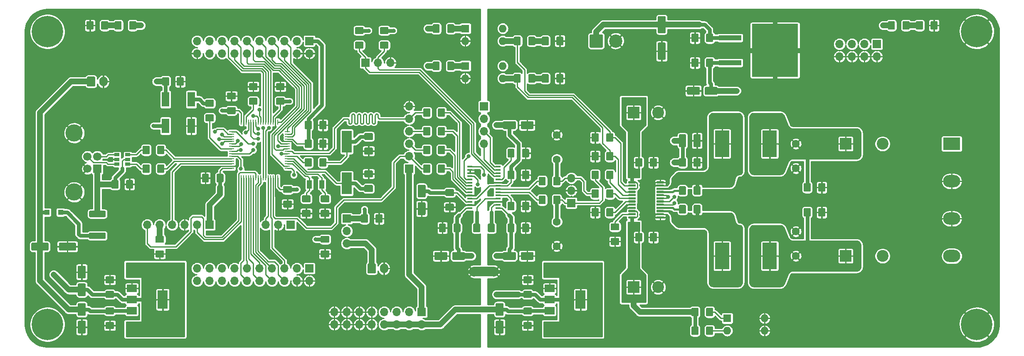
<source format=gbr>
G04 #@! TF.GenerationSoftware,KiCad,Pcbnew,5.0.2+dfsg1-1*
G04 #@! TF.CreationDate,2021-12-02T09:07:36+03:00*
G04 #@! TF.ProjectId,sound-20d01mb,736f756e-642d-4323-9064-30316d622e6b,0*
G04 #@! TF.SameCoordinates,Original*
G04 #@! TF.FileFunction,Copper,L1,Top*
G04 #@! TF.FilePolarity,Positive*
%FSLAX46Y46*%
G04 Gerber Fmt 4.6, Leading zero omitted, Abs format (unit mm)*
G04 Created by KiCad (PCBNEW 5.0.2+dfsg1-1) date Thu 02 Dec 2021 09:07:36 AM MSK*
%MOMM*%
%LPD*%
G01*
G04 APERTURE LIST*
G04 #@! TA.AperFunction,EtchedComponent*
%ADD10C,0.100000*%
G04 #@! TD*
G04 #@! TA.AperFunction,ComponentPad*
%ADD11C,0.800000*%
G04 #@! TD*
G04 #@! TA.AperFunction,Conductor*
%ADD12C,0.100000*%
G04 #@! TD*
G04 #@! TA.AperFunction,SMDPad,CuDef*
%ADD13C,2.400000*%
G04 #@! TD*
G04 #@! TA.AperFunction,SMDPad,CuDef*
%ADD14C,0.450000*%
G04 #@! TD*
G04 #@! TA.AperFunction,SMDPad,CuDef*
%ADD15C,1.425000*%
G04 #@! TD*
G04 #@! TA.AperFunction,ComponentPad*
%ADD16C,1.600000*%
G04 #@! TD*
G04 #@! TA.AperFunction,SMDPad,CuDef*
%ADD17C,1.600000*%
G04 #@! TD*
G04 #@! TA.AperFunction,ComponentPad*
%ADD18C,2.400000*%
G04 #@! TD*
G04 #@! TA.AperFunction,ComponentPad*
%ADD19R,2.400000X2.400000*%
G04 #@! TD*
G04 #@! TA.AperFunction,SMDPad,CuDef*
%ADD20R,1.100000X1.100000*%
G04 #@! TD*
G04 #@! TA.AperFunction,SMDPad,CuDef*
%ADD21C,1.300000*%
G04 #@! TD*
G04 #@! TA.AperFunction,ComponentPad*
%ADD22C,6.400000*%
G04 #@! TD*
G04 #@! TA.AperFunction,ComponentPad*
%ADD23R,1.700000X1.700000*%
G04 #@! TD*
G04 #@! TA.AperFunction,ComponentPad*
%ADD24C,1.700000*%
G04 #@! TD*
G04 #@! TA.AperFunction,ComponentPad*
%ADD25C,3.500000*%
G04 #@! TD*
G04 #@! TA.AperFunction,ComponentPad*
%ADD26R,3.500000X2.500000*%
G04 #@! TD*
G04 #@! TA.AperFunction,ComponentPad*
%ADD27O,3.500000X2.500000*%
G04 #@! TD*
G04 #@! TA.AperFunction,ComponentPad*
%ADD28O,1.700000X1.700000*%
G04 #@! TD*
G04 #@! TA.AperFunction,ComponentPad*
%ADD29O,1.700000X2.000000*%
G04 #@! TD*
G04 #@! TA.AperFunction,ComponentPad*
%ADD30C,2.700000*%
G04 #@! TD*
G04 #@! TA.AperFunction,SMDPad,CuDef*
%ADD31R,2.900000X5.400000*%
G04 #@! TD*
G04 #@! TA.AperFunction,Conductor*
%ADD32C,2.000000*%
G04 #@! TD*
G04 #@! TA.AperFunction,ComponentPad*
%ADD33R,1.600000X1.600000*%
G04 #@! TD*
G04 #@! TA.AperFunction,ComponentPad*
%ADD34O,1.600000X1.600000*%
G04 #@! TD*
G04 #@! TA.AperFunction,SMDPad,CuDef*
%ADD35R,1.060000X0.650000*%
G04 #@! TD*
G04 #@! TA.AperFunction,SMDPad,CuDef*
%ADD36R,1.000000X0.250000*%
G04 #@! TD*
G04 #@! TA.AperFunction,SMDPad,CuDef*
%ADD37R,0.250000X1.000000*%
G04 #@! TD*
G04 #@! TA.AperFunction,SMDPad,CuDef*
%ADD38R,1.100000X0.400000*%
G04 #@! TD*
G04 #@! TA.AperFunction,SMDPad,CuDef*
%ADD39R,2.000000X3.800000*%
G04 #@! TD*
G04 #@! TA.AperFunction,SMDPad,CuDef*
%ADD40R,2.000000X1.500000*%
G04 #@! TD*
G04 #@! TA.AperFunction,SMDPad,CuDef*
%ADD41R,4.600000X1.100000*%
G04 #@! TD*
G04 #@! TA.AperFunction,SMDPad,CuDef*
%ADD42R,9.400000X10.800000*%
G04 #@! TD*
G04 #@! TA.AperFunction,SMDPad,CuDef*
%ADD43R,1.540000X3.000000*%
G04 #@! TD*
G04 #@! TA.AperFunction,SMDPad,CuDef*
%ADD44R,1.000000X1.800000*%
G04 #@! TD*
G04 #@! TA.AperFunction,SMDPad,CuDef*
%ADD45R,2.000000X4.500000*%
G04 #@! TD*
G04 #@! TA.AperFunction,ViaPad*
%ADD46C,0.800000*%
G04 #@! TD*
G04 #@! TA.AperFunction,Conductor*
%ADD47C,0.250000*%
G04 #@! TD*
G04 #@! TA.AperFunction,Conductor*
%ADD48C,1.200000*%
G04 #@! TD*
G04 #@! TA.AperFunction,Conductor*
%ADD49C,0.800000*%
G04 #@! TD*
G04 #@! TA.AperFunction,Conductor*
%ADD50C,0.450000*%
G04 #@! TD*
G04 #@! TA.AperFunction,Conductor*
%ADD51C,0.254000*%
G04 #@! TD*
G04 APERTURE END LIST*
D10*
G04 #@! TO.C,NT1*
G36*
X144050000Y-110125000D02*
X148050000Y-110125000D01*
X148050000Y-112125000D01*
X144050000Y-112125000D01*
X144050000Y-110125000D01*
G37*
G04 #@! TD*
D11*
G04 #@! TO.P,U4,25*
G04 #@! TO.N,GNDA*
X179070000Y-98520000D03*
X180070000Y-98520000D03*
X178070000Y-98520000D03*
X180070000Y-94520000D03*
X178070000Y-94520000D03*
X179070000Y-94520000D03*
X178070000Y-97520000D03*
X179070000Y-97520000D03*
X180070000Y-97520000D03*
X178070000Y-95520000D03*
X179070000Y-95520000D03*
X180070000Y-95520000D03*
X180070000Y-96520000D03*
X178070000Y-96520000D03*
X179070000Y-96520000D03*
D12*
G04 #@! TD*
G04 #@! TO.N,GNDA*
G04 #@! TO.C,U4*
G36*
X180044865Y-94181202D02*
X180069095Y-94184796D01*
X180092855Y-94190748D01*
X180115918Y-94199000D01*
X180138061Y-94209472D01*
X180159070Y-94222065D01*
X180178745Y-94236657D01*
X180196894Y-94253106D01*
X180213343Y-94271255D01*
X180227935Y-94290930D01*
X180240528Y-94311939D01*
X180251000Y-94334082D01*
X180259252Y-94357145D01*
X180265204Y-94380905D01*
X180268798Y-94405135D01*
X180270000Y-94429600D01*
X180270000Y-98610400D01*
X180268798Y-98634865D01*
X180265204Y-98659095D01*
X180259252Y-98682855D01*
X180251000Y-98705918D01*
X180240528Y-98728061D01*
X180227935Y-98749070D01*
X180213343Y-98768745D01*
X180196894Y-98786894D01*
X180178745Y-98803343D01*
X180159070Y-98817935D01*
X180138061Y-98830528D01*
X180115918Y-98841000D01*
X180092855Y-98849252D01*
X180069095Y-98855204D01*
X180044865Y-98858798D01*
X180020400Y-98860000D01*
X178119600Y-98860000D01*
X178095135Y-98858798D01*
X178070905Y-98855204D01*
X178047145Y-98849252D01*
X178024082Y-98841000D01*
X178001939Y-98830528D01*
X177980930Y-98817935D01*
X177961255Y-98803343D01*
X177943106Y-98786894D01*
X177926657Y-98768745D01*
X177912065Y-98749070D01*
X177899472Y-98728061D01*
X177889000Y-98705918D01*
X177880748Y-98682855D01*
X177874796Y-98659095D01*
X177871202Y-98634865D01*
X177870000Y-98610400D01*
X177870000Y-94429600D01*
X177871202Y-94405135D01*
X177874796Y-94380905D01*
X177880748Y-94357145D01*
X177889000Y-94334082D01*
X177899472Y-94311939D01*
X177912065Y-94290930D01*
X177926657Y-94271255D01*
X177943106Y-94253106D01*
X177961255Y-94236657D01*
X177980930Y-94222065D01*
X178001939Y-94209472D01*
X178024082Y-94199000D01*
X178047145Y-94190748D01*
X178070905Y-94184796D01*
X178095135Y-94181202D01*
X178119600Y-94180000D01*
X180020400Y-94180000D01*
X180044865Y-94181202D01*
X180044865Y-94181202D01*
G37*
D13*
G04 #@! TO.P,U4,25*
G04 #@! TO.N,GNDA*
X179070000Y-96520000D03*
D12*
G04 #@! TD*
G04 #@! TO.N,VCC*
G04 #@! TO.C,U4*
G36*
X176856027Y-92720542D02*
X176866948Y-92722162D01*
X176877657Y-92724844D01*
X176888052Y-92728564D01*
X176898032Y-92733284D01*
X176907502Y-92738960D01*
X176916369Y-92745536D01*
X176924550Y-92752950D01*
X176931964Y-92761131D01*
X176938540Y-92769998D01*
X176944216Y-92779468D01*
X176948936Y-92789448D01*
X176952656Y-92799843D01*
X176955338Y-92810552D01*
X176956958Y-92821473D01*
X176957500Y-92832500D01*
X176957500Y-93057500D01*
X176956958Y-93068527D01*
X176955338Y-93079448D01*
X176952656Y-93090157D01*
X176948936Y-93100552D01*
X176944216Y-93110532D01*
X176938540Y-93120002D01*
X176931964Y-93128869D01*
X176924550Y-93137050D01*
X176916369Y-93144464D01*
X176907502Y-93151040D01*
X176898032Y-93156716D01*
X176888052Y-93161436D01*
X176877657Y-93165156D01*
X176866948Y-93167838D01*
X176856027Y-93169458D01*
X176845000Y-93170000D01*
X175570000Y-93170000D01*
X175558973Y-93169458D01*
X175548052Y-93167838D01*
X175537343Y-93165156D01*
X175526948Y-93161436D01*
X175516968Y-93156716D01*
X175507498Y-93151040D01*
X175498631Y-93144464D01*
X175490450Y-93137050D01*
X175483036Y-93128869D01*
X175476460Y-93120002D01*
X175470784Y-93110532D01*
X175466064Y-93100552D01*
X175462344Y-93090157D01*
X175459662Y-93079448D01*
X175458042Y-93068527D01*
X175457500Y-93057500D01*
X175457500Y-92832500D01*
X175458042Y-92821473D01*
X175459662Y-92810552D01*
X175462344Y-92799843D01*
X175466064Y-92789448D01*
X175470784Y-92779468D01*
X175476460Y-92769998D01*
X175483036Y-92761131D01*
X175490450Y-92752950D01*
X175498631Y-92745536D01*
X175507498Y-92738960D01*
X175516968Y-92733284D01*
X175526948Y-92728564D01*
X175537343Y-92724844D01*
X175548052Y-92722162D01*
X175558973Y-92720542D01*
X175570000Y-92720000D01*
X176845000Y-92720000D01*
X176856027Y-92720542D01*
X176856027Y-92720542D01*
G37*
D14*
G04 #@! TO.P,U4,1*
G04 #@! TO.N,VCC*
X176207500Y-92945000D03*
D12*
G04 #@! TD*
G04 #@! TO.N,~AMP_SD*
G04 #@! TO.C,U4*
G36*
X176856027Y-93370542D02*
X176866948Y-93372162D01*
X176877657Y-93374844D01*
X176888052Y-93378564D01*
X176898032Y-93383284D01*
X176907502Y-93388960D01*
X176916369Y-93395536D01*
X176924550Y-93402950D01*
X176931964Y-93411131D01*
X176938540Y-93419998D01*
X176944216Y-93429468D01*
X176948936Y-93439448D01*
X176952656Y-93449843D01*
X176955338Y-93460552D01*
X176956958Y-93471473D01*
X176957500Y-93482500D01*
X176957500Y-93707500D01*
X176956958Y-93718527D01*
X176955338Y-93729448D01*
X176952656Y-93740157D01*
X176948936Y-93750552D01*
X176944216Y-93760532D01*
X176938540Y-93770002D01*
X176931964Y-93778869D01*
X176924550Y-93787050D01*
X176916369Y-93794464D01*
X176907502Y-93801040D01*
X176898032Y-93806716D01*
X176888052Y-93811436D01*
X176877657Y-93815156D01*
X176866948Y-93817838D01*
X176856027Y-93819458D01*
X176845000Y-93820000D01*
X175570000Y-93820000D01*
X175558973Y-93819458D01*
X175548052Y-93817838D01*
X175537343Y-93815156D01*
X175526948Y-93811436D01*
X175516968Y-93806716D01*
X175507498Y-93801040D01*
X175498631Y-93794464D01*
X175490450Y-93787050D01*
X175483036Y-93778869D01*
X175476460Y-93770002D01*
X175470784Y-93760532D01*
X175466064Y-93750552D01*
X175462344Y-93740157D01*
X175459662Y-93729448D01*
X175458042Y-93718527D01*
X175457500Y-93707500D01*
X175457500Y-93482500D01*
X175458042Y-93471473D01*
X175459662Y-93460552D01*
X175462344Y-93449843D01*
X175466064Y-93439448D01*
X175470784Y-93429468D01*
X175476460Y-93419998D01*
X175483036Y-93411131D01*
X175490450Y-93402950D01*
X175498631Y-93395536D01*
X175507498Y-93388960D01*
X175516968Y-93383284D01*
X175526948Y-93378564D01*
X175537343Y-93374844D01*
X175548052Y-93372162D01*
X175558973Y-93370542D01*
X175570000Y-93370000D01*
X176845000Y-93370000D01*
X176856027Y-93370542D01*
X176856027Y-93370542D01*
G37*
D14*
G04 #@! TO.P,U4,2*
G04 #@! TO.N,~AMP_SD*
X176207500Y-93595000D03*
D12*
G04 #@! TD*
G04 #@! TO.N,VCC*
G04 #@! TO.C,U4*
G36*
X176856027Y-94020542D02*
X176866948Y-94022162D01*
X176877657Y-94024844D01*
X176888052Y-94028564D01*
X176898032Y-94033284D01*
X176907502Y-94038960D01*
X176916369Y-94045536D01*
X176924550Y-94052950D01*
X176931964Y-94061131D01*
X176938540Y-94069998D01*
X176944216Y-94079468D01*
X176948936Y-94089448D01*
X176952656Y-94099843D01*
X176955338Y-94110552D01*
X176956958Y-94121473D01*
X176957500Y-94132500D01*
X176957500Y-94357500D01*
X176956958Y-94368527D01*
X176955338Y-94379448D01*
X176952656Y-94390157D01*
X176948936Y-94400552D01*
X176944216Y-94410532D01*
X176938540Y-94420002D01*
X176931964Y-94428869D01*
X176924550Y-94437050D01*
X176916369Y-94444464D01*
X176907502Y-94451040D01*
X176898032Y-94456716D01*
X176888052Y-94461436D01*
X176877657Y-94465156D01*
X176866948Y-94467838D01*
X176856027Y-94469458D01*
X176845000Y-94470000D01*
X175570000Y-94470000D01*
X175558973Y-94469458D01*
X175548052Y-94467838D01*
X175537343Y-94465156D01*
X175526948Y-94461436D01*
X175516968Y-94456716D01*
X175507498Y-94451040D01*
X175498631Y-94444464D01*
X175490450Y-94437050D01*
X175483036Y-94428869D01*
X175476460Y-94420002D01*
X175470784Y-94410532D01*
X175466064Y-94400552D01*
X175462344Y-94390157D01*
X175459662Y-94379448D01*
X175458042Y-94368527D01*
X175457500Y-94357500D01*
X175457500Y-94132500D01*
X175458042Y-94121473D01*
X175459662Y-94110552D01*
X175462344Y-94099843D01*
X175466064Y-94089448D01*
X175470784Y-94079468D01*
X175476460Y-94069998D01*
X175483036Y-94061131D01*
X175490450Y-94052950D01*
X175498631Y-94045536D01*
X175507498Y-94038960D01*
X175516968Y-94033284D01*
X175526948Y-94028564D01*
X175537343Y-94024844D01*
X175548052Y-94022162D01*
X175558973Y-94020542D01*
X175570000Y-94020000D01*
X176845000Y-94020000D01*
X176856027Y-94020542D01*
X176856027Y-94020542D01*
G37*
D14*
G04 #@! TO.P,U4,3*
G04 #@! TO.N,VCC*
X176207500Y-94245000D03*
D12*
G04 #@! TD*
G04 #@! TO.N,AMP_MUTE*
G04 #@! TO.C,U4*
G36*
X176856027Y-94670542D02*
X176866948Y-94672162D01*
X176877657Y-94674844D01*
X176888052Y-94678564D01*
X176898032Y-94683284D01*
X176907502Y-94688960D01*
X176916369Y-94695536D01*
X176924550Y-94702950D01*
X176931964Y-94711131D01*
X176938540Y-94719998D01*
X176944216Y-94729468D01*
X176948936Y-94739448D01*
X176952656Y-94749843D01*
X176955338Y-94760552D01*
X176956958Y-94771473D01*
X176957500Y-94782500D01*
X176957500Y-95007500D01*
X176956958Y-95018527D01*
X176955338Y-95029448D01*
X176952656Y-95040157D01*
X176948936Y-95050552D01*
X176944216Y-95060532D01*
X176938540Y-95070002D01*
X176931964Y-95078869D01*
X176924550Y-95087050D01*
X176916369Y-95094464D01*
X176907502Y-95101040D01*
X176898032Y-95106716D01*
X176888052Y-95111436D01*
X176877657Y-95115156D01*
X176866948Y-95117838D01*
X176856027Y-95119458D01*
X176845000Y-95120000D01*
X175570000Y-95120000D01*
X175558973Y-95119458D01*
X175548052Y-95117838D01*
X175537343Y-95115156D01*
X175526948Y-95111436D01*
X175516968Y-95106716D01*
X175507498Y-95101040D01*
X175498631Y-95094464D01*
X175490450Y-95087050D01*
X175483036Y-95078869D01*
X175476460Y-95070002D01*
X175470784Y-95060532D01*
X175466064Y-95050552D01*
X175462344Y-95040157D01*
X175459662Y-95029448D01*
X175458042Y-95018527D01*
X175457500Y-95007500D01*
X175457500Y-94782500D01*
X175458042Y-94771473D01*
X175459662Y-94760552D01*
X175462344Y-94749843D01*
X175466064Y-94739448D01*
X175470784Y-94729468D01*
X175476460Y-94719998D01*
X175483036Y-94711131D01*
X175490450Y-94702950D01*
X175498631Y-94695536D01*
X175507498Y-94688960D01*
X175516968Y-94683284D01*
X175526948Y-94678564D01*
X175537343Y-94674844D01*
X175548052Y-94672162D01*
X175558973Y-94670542D01*
X175570000Y-94670000D01*
X176845000Y-94670000D01*
X176856027Y-94670542D01*
X176856027Y-94670542D01*
G37*
D14*
G04 #@! TO.P,U4,4*
G04 #@! TO.N,AMP_MUTE*
X176207500Y-94895000D03*
D12*
G04 #@! TD*
G04 #@! TO.N,Net-(C33-Pad2)*
G04 #@! TO.C,U4*
G36*
X176856027Y-95320542D02*
X176866948Y-95322162D01*
X176877657Y-95324844D01*
X176888052Y-95328564D01*
X176898032Y-95333284D01*
X176907502Y-95338960D01*
X176916369Y-95345536D01*
X176924550Y-95352950D01*
X176931964Y-95361131D01*
X176938540Y-95369998D01*
X176944216Y-95379468D01*
X176948936Y-95389448D01*
X176952656Y-95399843D01*
X176955338Y-95410552D01*
X176956958Y-95421473D01*
X176957500Y-95432500D01*
X176957500Y-95657500D01*
X176956958Y-95668527D01*
X176955338Y-95679448D01*
X176952656Y-95690157D01*
X176948936Y-95700552D01*
X176944216Y-95710532D01*
X176938540Y-95720002D01*
X176931964Y-95728869D01*
X176924550Y-95737050D01*
X176916369Y-95744464D01*
X176907502Y-95751040D01*
X176898032Y-95756716D01*
X176888052Y-95761436D01*
X176877657Y-95765156D01*
X176866948Y-95767838D01*
X176856027Y-95769458D01*
X176845000Y-95770000D01*
X175570000Y-95770000D01*
X175558973Y-95769458D01*
X175548052Y-95767838D01*
X175537343Y-95765156D01*
X175526948Y-95761436D01*
X175516968Y-95756716D01*
X175507498Y-95751040D01*
X175498631Y-95744464D01*
X175490450Y-95737050D01*
X175483036Y-95728869D01*
X175476460Y-95720002D01*
X175470784Y-95710532D01*
X175466064Y-95700552D01*
X175462344Y-95690157D01*
X175459662Y-95679448D01*
X175458042Y-95668527D01*
X175457500Y-95657500D01*
X175457500Y-95432500D01*
X175458042Y-95421473D01*
X175459662Y-95410552D01*
X175462344Y-95399843D01*
X175466064Y-95389448D01*
X175470784Y-95379468D01*
X175476460Y-95369998D01*
X175483036Y-95361131D01*
X175490450Y-95352950D01*
X175498631Y-95345536D01*
X175507498Y-95338960D01*
X175516968Y-95333284D01*
X175526948Y-95328564D01*
X175537343Y-95324844D01*
X175548052Y-95322162D01*
X175558973Y-95320542D01*
X175570000Y-95320000D01*
X176845000Y-95320000D01*
X176856027Y-95320542D01*
X176856027Y-95320542D01*
G37*
D14*
G04 #@! TO.P,U4,5*
G04 #@! TO.N,Net-(C33-Pad2)*
X176207500Y-95545000D03*
D12*
G04 #@! TD*
G04 #@! TO.N,Net-(C37-Pad2)*
G04 #@! TO.C,U4*
G36*
X176856027Y-95970542D02*
X176866948Y-95972162D01*
X176877657Y-95974844D01*
X176888052Y-95978564D01*
X176898032Y-95983284D01*
X176907502Y-95988960D01*
X176916369Y-95995536D01*
X176924550Y-96002950D01*
X176931964Y-96011131D01*
X176938540Y-96019998D01*
X176944216Y-96029468D01*
X176948936Y-96039448D01*
X176952656Y-96049843D01*
X176955338Y-96060552D01*
X176956958Y-96071473D01*
X176957500Y-96082500D01*
X176957500Y-96307500D01*
X176956958Y-96318527D01*
X176955338Y-96329448D01*
X176952656Y-96340157D01*
X176948936Y-96350552D01*
X176944216Y-96360532D01*
X176938540Y-96370002D01*
X176931964Y-96378869D01*
X176924550Y-96387050D01*
X176916369Y-96394464D01*
X176907502Y-96401040D01*
X176898032Y-96406716D01*
X176888052Y-96411436D01*
X176877657Y-96415156D01*
X176866948Y-96417838D01*
X176856027Y-96419458D01*
X176845000Y-96420000D01*
X175570000Y-96420000D01*
X175558973Y-96419458D01*
X175548052Y-96417838D01*
X175537343Y-96415156D01*
X175526948Y-96411436D01*
X175516968Y-96406716D01*
X175507498Y-96401040D01*
X175498631Y-96394464D01*
X175490450Y-96387050D01*
X175483036Y-96378869D01*
X175476460Y-96370002D01*
X175470784Y-96360532D01*
X175466064Y-96350552D01*
X175462344Y-96340157D01*
X175459662Y-96329448D01*
X175458042Y-96318527D01*
X175457500Y-96307500D01*
X175457500Y-96082500D01*
X175458042Y-96071473D01*
X175459662Y-96060552D01*
X175462344Y-96049843D01*
X175466064Y-96039448D01*
X175470784Y-96029468D01*
X175476460Y-96019998D01*
X175483036Y-96011131D01*
X175490450Y-96002950D01*
X175498631Y-95995536D01*
X175507498Y-95988960D01*
X175516968Y-95983284D01*
X175526948Y-95978564D01*
X175537343Y-95974844D01*
X175548052Y-95972162D01*
X175558973Y-95970542D01*
X175570000Y-95970000D01*
X176845000Y-95970000D01*
X176856027Y-95970542D01*
X176856027Y-95970542D01*
G37*
D14*
G04 #@! TO.P,U4,6*
G04 #@! TO.N,Net-(C37-Pad2)*
X176207500Y-96195000D03*
D12*
G04 #@! TD*
G04 #@! TO.N,Net-(C40-Pad1)*
G04 #@! TO.C,U4*
G36*
X176856027Y-96620542D02*
X176866948Y-96622162D01*
X176877657Y-96624844D01*
X176888052Y-96628564D01*
X176898032Y-96633284D01*
X176907502Y-96638960D01*
X176916369Y-96645536D01*
X176924550Y-96652950D01*
X176931964Y-96661131D01*
X176938540Y-96669998D01*
X176944216Y-96679468D01*
X176948936Y-96689448D01*
X176952656Y-96699843D01*
X176955338Y-96710552D01*
X176956958Y-96721473D01*
X176957500Y-96732500D01*
X176957500Y-96957500D01*
X176956958Y-96968527D01*
X176955338Y-96979448D01*
X176952656Y-96990157D01*
X176948936Y-97000552D01*
X176944216Y-97010532D01*
X176938540Y-97020002D01*
X176931964Y-97028869D01*
X176924550Y-97037050D01*
X176916369Y-97044464D01*
X176907502Y-97051040D01*
X176898032Y-97056716D01*
X176888052Y-97061436D01*
X176877657Y-97065156D01*
X176866948Y-97067838D01*
X176856027Y-97069458D01*
X176845000Y-97070000D01*
X175570000Y-97070000D01*
X175558973Y-97069458D01*
X175548052Y-97067838D01*
X175537343Y-97065156D01*
X175526948Y-97061436D01*
X175516968Y-97056716D01*
X175507498Y-97051040D01*
X175498631Y-97044464D01*
X175490450Y-97037050D01*
X175483036Y-97028869D01*
X175476460Y-97020002D01*
X175470784Y-97010532D01*
X175466064Y-97000552D01*
X175462344Y-96990157D01*
X175459662Y-96979448D01*
X175458042Y-96968527D01*
X175457500Y-96957500D01*
X175457500Y-96732500D01*
X175458042Y-96721473D01*
X175459662Y-96710552D01*
X175462344Y-96699843D01*
X175466064Y-96689448D01*
X175470784Y-96679468D01*
X175476460Y-96669998D01*
X175483036Y-96661131D01*
X175490450Y-96652950D01*
X175498631Y-96645536D01*
X175507498Y-96638960D01*
X175516968Y-96633284D01*
X175526948Y-96628564D01*
X175537343Y-96624844D01*
X175548052Y-96622162D01*
X175558973Y-96620542D01*
X175570000Y-96620000D01*
X176845000Y-96620000D01*
X176856027Y-96620542D01*
X176856027Y-96620542D01*
G37*
D14*
G04 #@! TO.P,U4,7*
G04 #@! TO.N,Net-(C40-Pad1)*
X176207500Y-96845000D03*
D12*
G04 #@! TD*
G04 #@! TO.N,GNDA*
G04 #@! TO.C,U4*
G36*
X176856027Y-97270542D02*
X176866948Y-97272162D01*
X176877657Y-97274844D01*
X176888052Y-97278564D01*
X176898032Y-97283284D01*
X176907502Y-97288960D01*
X176916369Y-97295536D01*
X176924550Y-97302950D01*
X176931964Y-97311131D01*
X176938540Y-97319998D01*
X176944216Y-97329468D01*
X176948936Y-97339448D01*
X176952656Y-97349843D01*
X176955338Y-97360552D01*
X176956958Y-97371473D01*
X176957500Y-97382500D01*
X176957500Y-97607500D01*
X176956958Y-97618527D01*
X176955338Y-97629448D01*
X176952656Y-97640157D01*
X176948936Y-97650552D01*
X176944216Y-97660532D01*
X176938540Y-97670002D01*
X176931964Y-97678869D01*
X176924550Y-97687050D01*
X176916369Y-97694464D01*
X176907502Y-97701040D01*
X176898032Y-97706716D01*
X176888052Y-97711436D01*
X176877657Y-97715156D01*
X176866948Y-97717838D01*
X176856027Y-97719458D01*
X176845000Y-97720000D01*
X175570000Y-97720000D01*
X175558973Y-97719458D01*
X175548052Y-97717838D01*
X175537343Y-97715156D01*
X175526948Y-97711436D01*
X175516968Y-97706716D01*
X175507498Y-97701040D01*
X175498631Y-97694464D01*
X175490450Y-97687050D01*
X175483036Y-97678869D01*
X175476460Y-97670002D01*
X175470784Y-97660532D01*
X175466064Y-97650552D01*
X175462344Y-97640157D01*
X175459662Y-97629448D01*
X175458042Y-97618527D01*
X175457500Y-97607500D01*
X175457500Y-97382500D01*
X175458042Y-97371473D01*
X175459662Y-97360552D01*
X175462344Y-97349843D01*
X175466064Y-97339448D01*
X175470784Y-97329468D01*
X175476460Y-97319998D01*
X175483036Y-97311131D01*
X175490450Y-97302950D01*
X175498631Y-97295536D01*
X175507498Y-97288960D01*
X175516968Y-97283284D01*
X175526948Y-97278564D01*
X175537343Y-97274844D01*
X175548052Y-97272162D01*
X175558973Y-97270542D01*
X175570000Y-97270000D01*
X176845000Y-97270000D01*
X176856027Y-97270542D01*
X176856027Y-97270542D01*
G37*
D14*
G04 #@! TO.P,U4,8*
G04 #@! TO.N,GNDA*
X176207500Y-97495000D03*
D12*
G04 #@! TD*
G04 #@! TO.N,GNDA*
G04 #@! TO.C,U4*
G36*
X176856027Y-97920542D02*
X176866948Y-97922162D01*
X176877657Y-97924844D01*
X176888052Y-97928564D01*
X176898032Y-97933284D01*
X176907502Y-97938960D01*
X176916369Y-97945536D01*
X176924550Y-97952950D01*
X176931964Y-97961131D01*
X176938540Y-97969998D01*
X176944216Y-97979468D01*
X176948936Y-97989448D01*
X176952656Y-97999843D01*
X176955338Y-98010552D01*
X176956958Y-98021473D01*
X176957500Y-98032500D01*
X176957500Y-98257500D01*
X176956958Y-98268527D01*
X176955338Y-98279448D01*
X176952656Y-98290157D01*
X176948936Y-98300552D01*
X176944216Y-98310532D01*
X176938540Y-98320002D01*
X176931964Y-98328869D01*
X176924550Y-98337050D01*
X176916369Y-98344464D01*
X176907502Y-98351040D01*
X176898032Y-98356716D01*
X176888052Y-98361436D01*
X176877657Y-98365156D01*
X176866948Y-98367838D01*
X176856027Y-98369458D01*
X176845000Y-98370000D01*
X175570000Y-98370000D01*
X175558973Y-98369458D01*
X175548052Y-98367838D01*
X175537343Y-98365156D01*
X175526948Y-98361436D01*
X175516968Y-98356716D01*
X175507498Y-98351040D01*
X175498631Y-98344464D01*
X175490450Y-98337050D01*
X175483036Y-98328869D01*
X175476460Y-98320002D01*
X175470784Y-98310532D01*
X175466064Y-98300552D01*
X175462344Y-98290157D01*
X175459662Y-98279448D01*
X175458042Y-98268527D01*
X175457500Y-98257500D01*
X175457500Y-98032500D01*
X175458042Y-98021473D01*
X175459662Y-98010552D01*
X175462344Y-97999843D01*
X175466064Y-97989448D01*
X175470784Y-97979468D01*
X175476460Y-97969998D01*
X175483036Y-97961131D01*
X175490450Y-97952950D01*
X175498631Y-97945536D01*
X175507498Y-97938960D01*
X175516968Y-97933284D01*
X175526948Y-97928564D01*
X175537343Y-97924844D01*
X175548052Y-97922162D01*
X175558973Y-97920542D01*
X175570000Y-97920000D01*
X176845000Y-97920000D01*
X176856027Y-97920542D01*
X176856027Y-97920542D01*
G37*
D14*
G04 #@! TO.P,U4,9*
G04 #@! TO.N,GNDA*
X176207500Y-98145000D03*
D12*
G04 #@! TD*
G04 #@! TO.N,VCC*
G04 #@! TO.C,U4*
G36*
X176856027Y-98570542D02*
X176866948Y-98572162D01*
X176877657Y-98574844D01*
X176888052Y-98578564D01*
X176898032Y-98583284D01*
X176907502Y-98588960D01*
X176916369Y-98595536D01*
X176924550Y-98602950D01*
X176931964Y-98611131D01*
X176938540Y-98619998D01*
X176944216Y-98629468D01*
X176948936Y-98639448D01*
X176952656Y-98649843D01*
X176955338Y-98660552D01*
X176956958Y-98671473D01*
X176957500Y-98682500D01*
X176957500Y-98907500D01*
X176956958Y-98918527D01*
X176955338Y-98929448D01*
X176952656Y-98940157D01*
X176948936Y-98950552D01*
X176944216Y-98960532D01*
X176938540Y-98970002D01*
X176931964Y-98978869D01*
X176924550Y-98987050D01*
X176916369Y-98994464D01*
X176907502Y-99001040D01*
X176898032Y-99006716D01*
X176888052Y-99011436D01*
X176877657Y-99015156D01*
X176866948Y-99017838D01*
X176856027Y-99019458D01*
X176845000Y-99020000D01*
X175570000Y-99020000D01*
X175558973Y-99019458D01*
X175548052Y-99017838D01*
X175537343Y-99015156D01*
X175526948Y-99011436D01*
X175516968Y-99006716D01*
X175507498Y-99001040D01*
X175498631Y-98994464D01*
X175490450Y-98987050D01*
X175483036Y-98978869D01*
X175476460Y-98970002D01*
X175470784Y-98960532D01*
X175466064Y-98950552D01*
X175462344Y-98940157D01*
X175459662Y-98929448D01*
X175458042Y-98918527D01*
X175457500Y-98907500D01*
X175457500Y-98682500D01*
X175458042Y-98671473D01*
X175459662Y-98660552D01*
X175462344Y-98649843D01*
X175466064Y-98639448D01*
X175470784Y-98629468D01*
X175476460Y-98619998D01*
X175483036Y-98611131D01*
X175490450Y-98602950D01*
X175498631Y-98595536D01*
X175507498Y-98588960D01*
X175516968Y-98583284D01*
X175526948Y-98578564D01*
X175537343Y-98574844D01*
X175548052Y-98572162D01*
X175558973Y-98570542D01*
X175570000Y-98570000D01*
X176845000Y-98570000D01*
X176856027Y-98570542D01*
X176856027Y-98570542D01*
G37*
D14*
G04 #@! TO.P,U4,10*
G04 #@! TO.N,VCC*
X176207500Y-98795000D03*
D12*
G04 #@! TD*
G04 #@! TO.N,Net-(C41-Pad1)*
G04 #@! TO.C,U4*
G36*
X176856027Y-99220542D02*
X176866948Y-99222162D01*
X176877657Y-99224844D01*
X176888052Y-99228564D01*
X176898032Y-99233284D01*
X176907502Y-99238960D01*
X176916369Y-99245536D01*
X176924550Y-99252950D01*
X176931964Y-99261131D01*
X176938540Y-99269998D01*
X176944216Y-99279468D01*
X176948936Y-99289448D01*
X176952656Y-99299843D01*
X176955338Y-99310552D01*
X176956958Y-99321473D01*
X176957500Y-99332500D01*
X176957500Y-99557500D01*
X176956958Y-99568527D01*
X176955338Y-99579448D01*
X176952656Y-99590157D01*
X176948936Y-99600552D01*
X176944216Y-99610532D01*
X176938540Y-99620002D01*
X176931964Y-99628869D01*
X176924550Y-99637050D01*
X176916369Y-99644464D01*
X176907502Y-99651040D01*
X176898032Y-99656716D01*
X176888052Y-99661436D01*
X176877657Y-99665156D01*
X176866948Y-99667838D01*
X176856027Y-99669458D01*
X176845000Y-99670000D01*
X175570000Y-99670000D01*
X175558973Y-99669458D01*
X175548052Y-99667838D01*
X175537343Y-99665156D01*
X175526948Y-99661436D01*
X175516968Y-99656716D01*
X175507498Y-99651040D01*
X175498631Y-99644464D01*
X175490450Y-99637050D01*
X175483036Y-99628869D01*
X175476460Y-99620002D01*
X175470784Y-99610532D01*
X175466064Y-99600552D01*
X175462344Y-99590157D01*
X175459662Y-99579448D01*
X175458042Y-99568527D01*
X175457500Y-99557500D01*
X175457500Y-99332500D01*
X175458042Y-99321473D01*
X175459662Y-99310552D01*
X175462344Y-99299843D01*
X175466064Y-99289448D01*
X175470784Y-99279468D01*
X175476460Y-99269998D01*
X175483036Y-99261131D01*
X175490450Y-99252950D01*
X175498631Y-99245536D01*
X175507498Y-99238960D01*
X175516968Y-99233284D01*
X175526948Y-99228564D01*
X175537343Y-99224844D01*
X175548052Y-99222162D01*
X175558973Y-99220542D01*
X175570000Y-99220000D01*
X176845000Y-99220000D01*
X176856027Y-99220542D01*
X176856027Y-99220542D01*
G37*
D14*
G04 #@! TO.P,U4,11*
G04 #@! TO.N,Net-(C41-Pad1)*
X176207500Y-99445000D03*
D12*
G04 #@! TD*
G04 #@! TO.N,VCC*
G04 #@! TO.C,U4*
G36*
X176856027Y-99870542D02*
X176866948Y-99872162D01*
X176877657Y-99874844D01*
X176888052Y-99878564D01*
X176898032Y-99883284D01*
X176907502Y-99888960D01*
X176916369Y-99895536D01*
X176924550Y-99902950D01*
X176931964Y-99911131D01*
X176938540Y-99919998D01*
X176944216Y-99929468D01*
X176948936Y-99939448D01*
X176952656Y-99949843D01*
X176955338Y-99960552D01*
X176956958Y-99971473D01*
X176957500Y-99982500D01*
X176957500Y-100207500D01*
X176956958Y-100218527D01*
X176955338Y-100229448D01*
X176952656Y-100240157D01*
X176948936Y-100250552D01*
X176944216Y-100260532D01*
X176938540Y-100270002D01*
X176931964Y-100278869D01*
X176924550Y-100287050D01*
X176916369Y-100294464D01*
X176907502Y-100301040D01*
X176898032Y-100306716D01*
X176888052Y-100311436D01*
X176877657Y-100315156D01*
X176866948Y-100317838D01*
X176856027Y-100319458D01*
X176845000Y-100320000D01*
X175570000Y-100320000D01*
X175558973Y-100319458D01*
X175548052Y-100317838D01*
X175537343Y-100315156D01*
X175526948Y-100311436D01*
X175516968Y-100306716D01*
X175507498Y-100301040D01*
X175498631Y-100294464D01*
X175490450Y-100287050D01*
X175483036Y-100278869D01*
X175476460Y-100270002D01*
X175470784Y-100260532D01*
X175466064Y-100250552D01*
X175462344Y-100240157D01*
X175459662Y-100229448D01*
X175458042Y-100218527D01*
X175457500Y-100207500D01*
X175457500Y-99982500D01*
X175458042Y-99971473D01*
X175459662Y-99960552D01*
X175462344Y-99949843D01*
X175466064Y-99939448D01*
X175470784Y-99929468D01*
X175476460Y-99919998D01*
X175483036Y-99911131D01*
X175490450Y-99902950D01*
X175498631Y-99895536D01*
X175507498Y-99888960D01*
X175516968Y-99883284D01*
X175526948Y-99878564D01*
X175537343Y-99874844D01*
X175548052Y-99872162D01*
X175558973Y-99870542D01*
X175570000Y-99870000D01*
X176845000Y-99870000D01*
X176856027Y-99870542D01*
X176856027Y-99870542D01*
G37*
D14*
G04 #@! TO.P,U4,12*
G04 #@! TO.N,VCC*
X176207500Y-100095000D03*
D12*
G04 #@! TD*
G04 #@! TO.N,GNDA*
G04 #@! TO.C,U4*
G36*
X182581027Y-99870542D02*
X182591948Y-99872162D01*
X182602657Y-99874844D01*
X182613052Y-99878564D01*
X182623032Y-99883284D01*
X182632502Y-99888960D01*
X182641369Y-99895536D01*
X182649550Y-99902950D01*
X182656964Y-99911131D01*
X182663540Y-99919998D01*
X182669216Y-99929468D01*
X182673936Y-99939448D01*
X182677656Y-99949843D01*
X182680338Y-99960552D01*
X182681958Y-99971473D01*
X182682500Y-99982500D01*
X182682500Y-100207500D01*
X182681958Y-100218527D01*
X182680338Y-100229448D01*
X182677656Y-100240157D01*
X182673936Y-100250552D01*
X182669216Y-100260532D01*
X182663540Y-100270002D01*
X182656964Y-100278869D01*
X182649550Y-100287050D01*
X182641369Y-100294464D01*
X182632502Y-100301040D01*
X182623032Y-100306716D01*
X182613052Y-100311436D01*
X182602657Y-100315156D01*
X182591948Y-100317838D01*
X182581027Y-100319458D01*
X182570000Y-100320000D01*
X181295000Y-100320000D01*
X181283973Y-100319458D01*
X181273052Y-100317838D01*
X181262343Y-100315156D01*
X181251948Y-100311436D01*
X181241968Y-100306716D01*
X181232498Y-100301040D01*
X181223631Y-100294464D01*
X181215450Y-100287050D01*
X181208036Y-100278869D01*
X181201460Y-100270002D01*
X181195784Y-100260532D01*
X181191064Y-100250552D01*
X181187344Y-100240157D01*
X181184662Y-100229448D01*
X181183042Y-100218527D01*
X181182500Y-100207500D01*
X181182500Y-99982500D01*
X181183042Y-99971473D01*
X181184662Y-99960552D01*
X181187344Y-99949843D01*
X181191064Y-99939448D01*
X181195784Y-99929468D01*
X181201460Y-99919998D01*
X181208036Y-99911131D01*
X181215450Y-99902950D01*
X181223631Y-99895536D01*
X181232498Y-99888960D01*
X181241968Y-99883284D01*
X181251948Y-99878564D01*
X181262343Y-99874844D01*
X181273052Y-99872162D01*
X181283973Y-99870542D01*
X181295000Y-99870000D01*
X182570000Y-99870000D01*
X182581027Y-99870542D01*
X182581027Y-99870542D01*
G37*
D14*
G04 #@! TO.P,U4,13*
G04 #@! TO.N,GNDA*
X181932500Y-100095000D03*
D12*
G04 #@! TD*
G04 #@! TO.N,GNDA*
G04 #@! TO.C,U4*
G36*
X182581027Y-99220542D02*
X182591948Y-99222162D01*
X182602657Y-99224844D01*
X182613052Y-99228564D01*
X182623032Y-99233284D01*
X182632502Y-99238960D01*
X182641369Y-99245536D01*
X182649550Y-99252950D01*
X182656964Y-99261131D01*
X182663540Y-99269998D01*
X182669216Y-99279468D01*
X182673936Y-99289448D01*
X182677656Y-99299843D01*
X182680338Y-99310552D01*
X182681958Y-99321473D01*
X182682500Y-99332500D01*
X182682500Y-99557500D01*
X182681958Y-99568527D01*
X182680338Y-99579448D01*
X182677656Y-99590157D01*
X182673936Y-99600552D01*
X182669216Y-99610532D01*
X182663540Y-99620002D01*
X182656964Y-99628869D01*
X182649550Y-99637050D01*
X182641369Y-99644464D01*
X182632502Y-99651040D01*
X182623032Y-99656716D01*
X182613052Y-99661436D01*
X182602657Y-99665156D01*
X182591948Y-99667838D01*
X182581027Y-99669458D01*
X182570000Y-99670000D01*
X181295000Y-99670000D01*
X181283973Y-99669458D01*
X181273052Y-99667838D01*
X181262343Y-99665156D01*
X181251948Y-99661436D01*
X181241968Y-99656716D01*
X181232498Y-99651040D01*
X181223631Y-99644464D01*
X181215450Y-99637050D01*
X181208036Y-99628869D01*
X181201460Y-99620002D01*
X181195784Y-99610532D01*
X181191064Y-99600552D01*
X181187344Y-99590157D01*
X181184662Y-99579448D01*
X181183042Y-99568527D01*
X181182500Y-99557500D01*
X181182500Y-99332500D01*
X181183042Y-99321473D01*
X181184662Y-99310552D01*
X181187344Y-99299843D01*
X181191064Y-99289448D01*
X181195784Y-99279468D01*
X181201460Y-99269998D01*
X181208036Y-99261131D01*
X181215450Y-99252950D01*
X181223631Y-99245536D01*
X181232498Y-99238960D01*
X181241968Y-99233284D01*
X181251948Y-99228564D01*
X181262343Y-99224844D01*
X181273052Y-99222162D01*
X181283973Y-99220542D01*
X181295000Y-99220000D01*
X182570000Y-99220000D01*
X182581027Y-99220542D01*
X182581027Y-99220542D01*
G37*
D14*
G04 #@! TO.P,U4,14*
G04 #@! TO.N,GNDA*
X181932500Y-99445000D03*
D12*
G04 #@! TD*
G04 #@! TO.N,Net-(C36-Pad2)*
G04 #@! TO.C,U4*
G36*
X182581027Y-98570542D02*
X182591948Y-98572162D01*
X182602657Y-98574844D01*
X182613052Y-98578564D01*
X182623032Y-98583284D01*
X182632502Y-98588960D01*
X182641369Y-98595536D01*
X182649550Y-98602950D01*
X182656964Y-98611131D01*
X182663540Y-98619998D01*
X182669216Y-98629468D01*
X182673936Y-98639448D01*
X182677656Y-98649843D01*
X182680338Y-98660552D01*
X182681958Y-98671473D01*
X182682500Y-98682500D01*
X182682500Y-98907500D01*
X182681958Y-98918527D01*
X182680338Y-98929448D01*
X182677656Y-98940157D01*
X182673936Y-98950552D01*
X182669216Y-98960532D01*
X182663540Y-98970002D01*
X182656964Y-98978869D01*
X182649550Y-98987050D01*
X182641369Y-98994464D01*
X182632502Y-99001040D01*
X182623032Y-99006716D01*
X182613052Y-99011436D01*
X182602657Y-99015156D01*
X182591948Y-99017838D01*
X182581027Y-99019458D01*
X182570000Y-99020000D01*
X181295000Y-99020000D01*
X181283973Y-99019458D01*
X181273052Y-99017838D01*
X181262343Y-99015156D01*
X181251948Y-99011436D01*
X181241968Y-99006716D01*
X181232498Y-99001040D01*
X181223631Y-98994464D01*
X181215450Y-98987050D01*
X181208036Y-98978869D01*
X181201460Y-98970002D01*
X181195784Y-98960532D01*
X181191064Y-98950552D01*
X181187344Y-98940157D01*
X181184662Y-98929448D01*
X181183042Y-98918527D01*
X181182500Y-98907500D01*
X181182500Y-98682500D01*
X181183042Y-98671473D01*
X181184662Y-98660552D01*
X181187344Y-98649843D01*
X181191064Y-98639448D01*
X181195784Y-98629468D01*
X181201460Y-98619998D01*
X181208036Y-98611131D01*
X181215450Y-98602950D01*
X181223631Y-98595536D01*
X181232498Y-98588960D01*
X181241968Y-98583284D01*
X181251948Y-98578564D01*
X181262343Y-98574844D01*
X181273052Y-98572162D01*
X181283973Y-98570542D01*
X181295000Y-98570000D01*
X182570000Y-98570000D01*
X182581027Y-98570542D01*
X182581027Y-98570542D01*
G37*
D14*
G04 #@! TO.P,U4,15*
G04 #@! TO.N,Net-(C36-Pad2)*
X181932500Y-98795000D03*
D12*
G04 #@! TD*
G04 #@! TO.N,Net-(C36-Pad1)*
G04 #@! TO.C,U4*
G36*
X182581027Y-97920542D02*
X182591948Y-97922162D01*
X182602657Y-97924844D01*
X182613052Y-97928564D01*
X182623032Y-97933284D01*
X182632502Y-97938960D01*
X182641369Y-97945536D01*
X182649550Y-97952950D01*
X182656964Y-97961131D01*
X182663540Y-97969998D01*
X182669216Y-97979468D01*
X182673936Y-97989448D01*
X182677656Y-97999843D01*
X182680338Y-98010552D01*
X182681958Y-98021473D01*
X182682500Y-98032500D01*
X182682500Y-98257500D01*
X182681958Y-98268527D01*
X182680338Y-98279448D01*
X182677656Y-98290157D01*
X182673936Y-98300552D01*
X182669216Y-98310532D01*
X182663540Y-98320002D01*
X182656964Y-98328869D01*
X182649550Y-98337050D01*
X182641369Y-98344464D01*
X182632502Y-98351040D01*
X182623032Y-98356716D01*
X182613052Y-98361436D01*
X182602657Y-98365156D01*
X182591948Y-98367838D01*
X182581027Y-98369458D01*
X182570000Y-98370000D01*
X181295000Y-98370000D01*
X181283973Y-98369458D01*
X181273052Y-98367838D01*
X181262343Y-98365156D01*
X181251948Y-98361436D01*
X181241968Y-98356716D01*
X181232498Y-98351040D01*
X181223631Y-98344464D01*
X181215450Y-98337050D01*
X181208036Y-98328869D01*
X181201460Y-98320002D01*
X181195784Y-98310532D01*
X181191064Y-98300552D01*
X181187344Y-98290157D01*
X181184662Y-98279448D01*
X181183042Y-98268527D01*
X181182500Y-98257500D01*
X181182500Y-98032500D01*
X181183042Y-98021473D01*
X181184662Y-98010552D01*
X181187344Y-97999843D01*
X181191064Y-97989448D01*
X181195784Y-97979468D01*
X181201460Y-97969998D01*
X181208036Y-97961131D01*
X181215450Y-97952950D01*
X181223631Y-97945536D01*
X181232498Y-97938960D01*
X181241968Y-97933284D01*
X181251948Y-97928564D01*
X181262343Y-97924844D01*
X181273052Y-97922162D01*
X181283973Y-97920542D01*
X181295000Y-97920000D01*
X182570000Y-97920000D01*
X182581027Y-97920542D01*
X182581027Y-97920542D01*
G37*
D14*
G04 #@! TO.P,U4,16*
G04 #@! TO.N,Net-(C36-Pad1)*
X181932500Y-98145000D03*
D12*
G04 #@! TD*
G04 #@! TO.N,GAIN1*
G04 #@! TO.C,U4*
G36*
X182581027Y-97270542D02*
X182591948Y-97272162D01*
X182602657Y-97274844D01*
X182613052Y-97278564D01*
X182623032Y-97283284D01*
X182632502Y-97288960D01*
X182641369Y-97295536D01*
X182649550Y-97302950D01*
X182656964Y-97311131D01*
X182663540Y-97319998D01*
X182669216Y-97329468D01*
X182673936Y-97339448D01*
X182677656Y-97349843D01*
X182680338Y-97360552D01*
X182681958Y-97371473D01*
X182682500Y-97382500D01*
X182682500Y-97607500D01*
X182681958Y-97618527D01*
X182680338Y-97629448D01*
X182677656Y-97640157D01*
X182673936Y-97650552D01*
X182669216Y-97660532D01*
X182663540Y-97670002D01*
X182656964Y-97678869D01*
X182649550Y-97687050D01*
X182641369Y-97694464D01*
X182632502Y-97701040D01*
X182623032Y-97706716D01*
X182613052Y-97711436D01*
X182602657Y-97715156D01*
X182591948Y-97717838D01*
X182581027Y-97719458D01*
X182570000Y-97720000D01*
X181295000Y-97720000D01*
X181283973Y-97719458D01*
X181273052Y-97717838D01*
X181262343Y-97715156D01*
X181251948Y-97711436D01*
X181241968Y-97706716D01*
X181232498Y-97701040D01*
X181223631Y-97694464D01*
X181215450Y-97687050D01*
X181208036Y-97678869D01*
X181201460Y-97670002D01*
X181195784Y-97660532D01*
X181191064Y-97650552D01*
X181187344Y-97640157D01*
X181184662Y-97629448D01*
X181183042Y-97618527D01*
X181182500Y-97607500D01*
X181182500Y-97382500D01*
X181183042Y-97371473D01*
X181184662Y-97360552D01*
X181187344Y-97349843D01*
X181191064Y-97339448D01*
X181195784Y-97329468D01*
X181201460Y-97319998D01*
X181208036Y-97311131D01*
X181215450Y-97302950D01*
X181223631Y-97295536D01*
X181232498Y-97288960D01*
X181241968Y-97283284D01*
X181251948Y-97278564D01*
X181262343Y-97274844D01*
X181273052Y-97272162D01*
X181283973Y-97270542D01*
X181295000Y-97270000D01*
X182570000Y-97270000D01*
X182581027Y-97270542D01*
X182581027Y-97270542D01*
G37*
D14*
G04 #@! TO.P,U4,17*
G04 #@! TO.N,GAIN1*
X181932500Y-97495000D03*
D12*
G04 #@! TD*
G04 #@! TO.N,GAIN0*
G04 #@! TO.C,U4*
G36*
X182581027Y-96620542D02*
X182591948Y-96622162D01*
X182602657Y-96624844D01*
X182613052Y-96628564D01*
X182623032Y-96633284D01*
X182632502Y-96638960D01*
X182641369Y-96645536D01*
X182649550Y-96652950D01*
X182656964Y-96661131D01*
X182663540Y-96669998D01*
X182669216Y-96679468D01*
X182673936Y-96689448D01*
X182677656Y-96699843D01*
X182680338Y-96710552D01*
X182681958Y-96721473D01*
X182682500Y-96732500D01*
X182682500Y-96957500D01*
X182681958Y-96968527D01*
X182680338Y-96979448D01*
X182677656Y-96990157D01*
X182673936Y-97000552D01*
X182669216Y-97010532D01*
X182663540Y-97020002D01*
X182656964Y-97028869D01*
X182649550Y-97037050D01*
X182641369Y-97044464D01*
X182632502Y-97051040D01*
X182623032Y-97056716D01*
X182613052Y-97061436D01*
X182602657Y-97065156D01*
X182591948Y-97067838D01*
X182581027Y-97069458D01*
X182570000Y-97070000D01*
X181295000Y-97070000D01*
X181283973Y-97069458D01*
X181273052Y-97067838D01*
X181262343Y-97065156D01*
X181251948Y-97061436D01*
X181241968Y-97056716D01*
X181232498Y-97051040D01*
X181223631Y-97044464D01*
X181215450Y-97037050D01*
X181208036Y-97028869D01*
X181201460Y-97020002D01*
X181195784Y-97010532D01*
X181191064Y-97000552D01*
X181187344Y-96990157D01*
X181184662Y-96979448D01*
X181183042Y-96968527D01*
X181182500Y-96957500D01*
X181182500Y-96732500D01*
X181183042Y-96721473D01*
X181184662Y-96710552D01*
X181187344Y-96699843D01*
X181191064Y-96689448D01*
X181195784Y-96679468D01*
X181201460Y-96669998D01*
X181208036Y-96661131D01*
X181215450Y-96652950D01*
X181223631Y-96645536D01*
X181232498Y-96638960D01*
X181241968Y-96633284D01*
X181251948Y-96628564D01*
X181262343Y-96624844D01*
X181273052Y-96622162D01*
X181283973Y-96620542D01*
X181295000Y-96620000D01*
X182570000Y-96620000D01*
X182581027Y-96620542D01*
X182581027Y-96620542D01*
G37*
D14*
G04 #@! TO.P,U4,18*
G04 #@! TO.N,GAIN0*
X181932500Y-96845000D03*
D12*
G04 #@! TD*
G04 #@! TO.N,VCC*
G04 #@! TO.C,U4*
G36*
X182581027Y-95970542D02*
X182591948Y-95972162D01*
X182602657Y-95974844D01*
X182613052Y-95978564D01*
X182623032Y-95983284D01*
X182632502Y-95988960D01*
X182641369Y-95995536D01*
X182649550Y-96002950D01*
X182656964Y-96011131D01*
X182663540Y-96019998D01*
X182669216Y-96029468D01*
X182673936Y-96039448D01*
X182677656Y-96049843D01*
X182680338Y-96060552D01*
X182681958Y-96071473D01*
X182682500Y-96082500D01*
X182682500Y-96307500D01*
X182681958Y-96318527D01*
X182680338Y-96329448D01*
X182677656Y-96340157D01*
X182673936Y-96350552D01*
X182669216Y-96360532D01*
X182663540Y-96370002D01*
X182656964Y-96378869D01*
X182649550Y-96387050D01*
X182641369Y-96394464D01*
X182632502Y-96401040D01*
X182623032Y-96406716D01*
X182613052Y-96411436D01*
X182602657Y-96415156D01*
X182591948Y-96417838D01*
X182581027Y-96419458D01*
X182570000Y-96420000D01*
X181295000Y-96420000D01*
X181283973Y-96419458D01*
X181273052Y-96417838D01*
X181262343Y-96415156D01*
X181251948Y-96411436D01*
X181241968Y-96406716D01*
X181232498Y-96401040D01*
X181223631Y-96394464D01*
X181215450Y-96387050D01*
X181208036Y-96378869D01*
X181201460Y-96370002D01*
X181195784Y-96360532D01*
X181191064Y-96350552D01*
X181187344Y-96340157D01*
X181184662Y-96329448D01*
X181183042Y-96318527D01*
X181182500Y-96307500D01*
X181182500Y-96082500D01*
X181183042Y-96071473D01*
X181184662Y-96060552D01*
X181187344Y-96049843D01*
X181191064Y-96039448D01*
X181195784Y-96029468D01*
X181201460Y-96019998D01*
X181208036Y-96011131D01*
X181215450Y-96002950D01*
X181223631Y-95995536D01*
X181232498Y-95988960D01*
X181241968Y-95983284D01*
X181251948Y-95978564D01*
X181262343Y-95974844D01*
X181273052Y-95972162D01*
X181283973Y-95970542D01*
X181295000Y-95970000D01*
X182570000Y-95970000D01*
X182581027Y-95970542D01*
X182581027Y-95970542D01*
G37*
D14*
G04 #@! TO.P,U4,19*
G04 #@! TO.N,VCC*
X181932500Y-96195000D03*
D12*
G04 #@! TD*
G04 #@! TO.N,VCC*
G04 #@! TO.C,U4*
G36*
X182581027Y-95320542D02*
X182591948Y-95322162D01*
X182602657Y-95324844D01*
X182613052Y-95328564D01*
X182623032Y-95333284D01*
X182632502Y-95338960D01*
X182641369Y-95345536D01*
X182649550Y-95352950D01*
X182656964Y-95361131D01*
X182663540Y-95369998D01*
X182669216Y-95379468D01*
X182673936Y-95389448D01*
X182677656Y-95399843D01*
X182680338Y-95410552D01*
X182681958Y-95421473D01*
X182682500Y-95432500D01*
X182682500Y-95657500D01*
X182681958Y-95668527D01*
X182680338Y-95679448D01*
X182677656Y-95690157D01*
X182673936Y-95700552D01*
X182669216Y-95710532D01*
X182663540Y-95720002D01*
X182656964Y-95728869D01*
X182649550Y-95737050D01*
X182641369Y-95744464D01*
X182632502Y-95751040D01*
X182623032Y-95756716D01*
X182613052Y-95761436D01*
X182602657Y-95765156D01*
X182591948Y-95767838D01*
X182581027Y-95769458D01*
X182570000Y-95770000D01*
X181295000Y-95770000D01*
X181283973Y-95769458D01*
X181273052Y-95767838D01*
X181262343Y-95765156D01*
X181251948Y-95761436D01*
X181241968Y-95756716D01*
X181232498Y-95751040D01*
X181223631Y-95744464D01*
X181215450Y-95737050D01*
X181208036Y-95728869D01*
X181201460Y-95720002D01*
X181195784Y-95710532D01*
X181191064Y-95700552D01*
X181187344Y-95690157D01*
X181184662Y-95679448D01*
X181183042Y-95668527D01*
X181182500Y-95657500D01*
X181182500Y-95432500D01*
X181183042Y-95421473D01*
X181184662Y-95410552D01*
X181187344Y-95399843D01*
X181191064Y-95389448D01*
X181195784Y-95379468D01*
X181201460Y-95369998D01*
X181208036Y-95361131D01*
X181215450Y-95352950D01*
X181223631Y-95345536D01*
X181232498Y-95338960D01*
X181241968Y-95333284D01*
X181251948Y-95328564D01*
X181262343Y-95324844D01*
X181273052Y-95322162D01*
X181283973Y-95320542D01*
X181295000Y-95320000D01*
X182570000Y-95320000D01*
X182581027Y-95320542D01*
X182581027Y-95320542D01*
G37*
D14*
G04 #@! TO.P,U4,20*
G04 #@! TO.N,VCC*
X181932500Y-95545000D03*
D12*
G04 #@! TD*
G04 #@! TO.N,Net-(C35-Pad1)*
G04 #@! TO.C,U4*
G36*
X182581027Y-94670542D02*
X182591948Y-94672162D01*
X182602657Y-94674844D01*
X182613052Y-94678564D01*
X182623032Y-94683284D01*
X182632502Y-94688960D01*
X182641369Y-94695536D01*
X182649550Y-94702950D01*
X182656964Y-94711131D01*
X182663540Y-94719998D01*
X182669216Y-94729468D01*
X182673936Y-94739448D01*
X182677656Y-94749843D01*
X182680338Y-94760552D01*
X182681958Y-94771473D01*
X182682500Y-94782500D01*
X182682500Y-95007500D01*
X182681958Y-95018527D01*
X182680338Y-95029448D01*
X182677656Y-95040157D01*
X182673936Y-95050552D01*
X182669216Y-95060532D01*
X182663540Y-95070002D01*
X182656964Y-95078869D01*
X182649550Y-95087050D01*
X182641369Y-95094464D01*
X182632502Y-95101040D01*
X182623032Y-95106716D01*
X182613052Y-95111436D01*
X182602657Y-95115156D01*
X182591948Y-95117838D01*
X182581027Y-95119458D01*
X182570000Y-95120000D01*
X181295000Y-95120000D01*
X181283973Y-95119458D01*
X181273052Y-95117838D01*
X181262343Y-95115156D01*
X181251948Y-95111436D01*
X181241968Y-95106716D01*
X181232498Y-95101040D01*
X181223631Y-95094464D01*
X181215450Y-95087050D01*
X181208036Y-95078869D01*
X181201460Y-95070002D01*
X181195784Y-95060532D01*
X181191064Y-95050552D01*
X181187344Y-95040157D01*
X181184662Y-95029448D01*
X181183042Y-95018527D01*
X181182500Y-95007500D01*
X181182500Y-94782500D01*
X181183042Y-94771473D01*
X181184662Y-94760552D01*
X181187344Y-94749843D01*
X181191064Y-94739448D01*
X181195784Y-94729468D01*
X181201460Y-94719998D01*
X181208036Y-94711131D01*
X181215450Y-94702950D01*
X181223631Y-94695536D01*
X181232498Y-94688960D01*
X181241968Y-94683284D01*
X181251948Y-94678564D01*
X181262343Y-94674844D01*
X181273052Y-94672162D01*
X181283973Y-94670542D01*
X181295000Y-94670000D01*
X182570000Y-94670000D01*
X182581027Y-94670542D01*
X182581027Y-94670542D01*
G37*
D14*
G04 #@! TO.P,U4,21*
G04 #@! TO.N,Net-(C35-Pad1)*
X181932500Y-94895000D03*
D12*
G04 #@! TD*
G04 #@! TO.N,Net-(C35-Pad2)*
G04 #@! TO.C,U4*
G36*
X182581027Y-94020542D02*
X182591948Y-94022162D01*
X182602657Y-94024844D01*
X182613052Y-94028564D01*
X182623032Y-94033284D01*
X182632502Y-94038960D01*
X182641369Y-94045536D01*
X182649550Y-94052950D01*
X182656964Y-94061131D01*
X182663540Y-94069998D01*
X182669216Y-94079468D01*
X182673936Y-94089448D01*
X182677656Y-94099843D01*
X182680338Y-94110552D01*
X182681958Y-94121473D01*
X182682500Y-94132500D01*
X182682500Y-94357500D01*
X182681958Y-94368527D01*
X182680338Y-94379448D01*
X182677656Y-94390157D01*
X182673936Y-94400552D01*
X182669216Y-94410532D01*
X182663540Y-94420002D01*
X182656964Y-94428869D01*
X182649550Y-94437050D01*
X182641369Y-94444464D01*
X182632502Y-94451040D01*
X182623032Y-94456716D01*
X182613052Y-94461436D01*
X182602657Y-94465156D01*
X182591948Y-94467838D01*
X182581027Y-94469458D01*
X182570000Y-94470000D01*
X181295000Y-94470000D01*
X181283973Y-94469458D01*
X181273052Y-94467838D01*
X181262343Y-94465156D01*
X181251948Y-94461436D01*
X181241968Y-94456716D01*
X181232498Y-94451040D01*
X181223631Y-94444464D01*
X181215450Y-94437050D01*
X181208036Y-94428869D01*
X181201460Y-94420002D01*
X181195784Y-94410532D01*
X181191064Y-94400552D01*
X181187344Y-94390157D01*
X181184662Y-94379448D01*
X181183042Y-94368527D01*
X181182500Y-94357500D01*
X181182500Y-94132500D01*
X181183042Y-94121473D01*
X181184662Y-94110552D01*
X181187344Y-94099843D01*
X181191064Y-94089448D01*
X181195784Y-94079468D01*
X181201460Y-94069998D01*
X181208036Y-94061131D01*
X181215450Y-94052950D01*
X181223631Y-94045536D01*
X181232498Y-94038960D01*
X181241968Y-94033284D01*
X181251948Y-94028564D01*
X181262343Y-94024844D01*
X181273052Y-94022162D01*
X181283973Y-94020542D01*
X181295000Y-94020000D01*
X182570000Y-94020000D01*
X182581027Y-94020542D01*
X182581027Y-94020542D01*
G37*
D14*
G04 #@! TO.P,U4,22*
G04 #@! TO.N,Net-(C35-Pad2)*
X181932500Y-94245000D03*
D12*
G04 #@! TD*
G04 #@! TO.N,GNDA*
G04 #@! TO.C,U4*
G36*
X182581027Y-93370542D02*
X182591948Y-93372162D01*
X182602657Y-93374844D01*
X182613052Y-93378564D01*
X182623032Y-93383284D01*
X182632502Y-93388960D01*
X182641369Y-93395536D01*
X182649550Y-93402950D01*
X182656964Y-93411131D01*
X182663540Y-93419998D01*
X182669216Y-93429468D01*
X182673936Y-93439448D01*
X182677656Y-93449843D01*
X182680338Y-93460552D01*
X182681958Y-93471473D01*
X182682500Y-93482500D01*
X182682500Y-93707500D01*
X182681958Y-93718527D01*
X182680338Y-93729448D01*
X182677656Y-93740157D01*
X182673936Y-93750552D01*
X182669216Y-93760532D01*
X182663540Y-93770002D01*
X182656964Y-93778869D01*
X182649550Y-93787050D01*
X182641369Y-93794464D01*
X182632502Y-93801040D01*
X182623032Y-93806716D01*
X182613052Y-93811436D01*
X182602657Y-93815156D01*
X182591948Y-93817838D01*
X182581027Y-93819458D01*
X182570000Y-93820000D01*
X181295000Y-93820000D01*
X181283973Y-93819458D01*
X181273052Y-93817838D01*
X181262343Y-93815156D01*
X181251948Y-93811436D01*
X181241968Y-93806716D01*
X181232498Y-93801040D01*
X181223631Y-93794464D01*
X181215450Y-93787050D01*
X181208036Y-93778869D01*
X181201460Y-93770002D01*
X181195784Y-93760532D01*
X181191064Y-93750552D01*
X181187344Y-93740157D01*
X181184662Y-93729448D01*
X181183042Y-93718527D01*
X181182500Y-93707500D01*
X181182500Y-93482500D01*
X181183042Y-93471473D01*
X181184662Y-93460552D01*
X181187344Y-93449843D01*
X181191064Y-93439448D01*
X181195784Y-93429468D01*
X181201460Y-93419998D01*
X181208036Y-93411131D01*
X181215450Y-93402950D01*
X181223631Y-93395536D01*
X181232498Y-93388960D01*
X181241968Y-93383284D01*
X181251948Y-93378564D01*
X181262343Y-93374844D01*
X181273052Y-93372162D01*
X181283973Y-93370542D01*
X181295000Y-93370000D01*
X182570000Y-93370000D01*
X182581027Y-93370542D01*
X182581027Y-93370542D01*
G37*
D14*
G04 #@! TO.P,U4,23*
G04 #@! TO.N,GNDA*
X181932500Y-93595000D03*
D12*
G04 #@! TD*
G04 #@! TO.N,GNDA*
G04 #@! TO.C,U4*
G36*
X182581027Y-92720542D02*
X182591948Y-92722162D01*
X182602657Y-92724844D01*
X182613052Y-92728564D01*
X182623032Y-92733284D01*
X182632502Y-92738960D01*
X182641369Y-92745536D01*
X182649550Y-92752950D01*
X182656964Y-92761131D01*
X182663540Y-92769998D01*
X182669216Y-92779468D01*
X182673936Y-92789448D01*
X182677656Y-92799843D01*
X182680338Y-92810552D01*
X182681958Y-92821473D01*
X182682500Y-92832500D01*
X182682500Y-93057500D01*
X182681958Y-93068527D01*
X182680338Y-93079448D01*
X182677656Y-93090157D01*
X182673936Y-93100552D01*
X182669216Y-93110532D01*
X182663540Y-93120002D01*
X182656964Y-93128869D01*
X182649550Y-93137050D01*
X182641369Y-93144464D01*
X182632502Y-93151040D01*
X182623032Y-93156716D01*
X182613052Y-93161436D01*
X182602657Y-93165156D01*
X182591948Y-93167838D01*
X182581027Y-93169458D01*
X182570000Y-93170000D01*
X181295000Y-93170000D01*
X181283973Y-93169458D01*
X181273052Y-93167838D01*
X181262343Y-93165156D01*
X181251948Y-93161436D01*
X181241968Y-93156716D01*
X181232498Y-93151040D01*
X181223631Y-93144464D01*
X181215450Y-93137050D01*
X181208036Y-93128869D01*
X181201460Y-93120002D01*
X181195784Y-93110532D01*
X181191064Y-93100552D01*
X181187344Y-93090157D01*
X181184662Y-93079448D01*
X181183042Y-93068527D01*
X181182500Y-93057500D01*
X181182500Y-92832500D01*
X181183042Y-92821473D01*
X181184662Y-92810552D01*
X181187344Y-92799843D01*
X181191064Y-92789448D01*
X181195784Y-92779468D01*
X181201460Y-92769998D01*
X181208036Y-92761131D01*
X181215450Y-92752950D01*
X181223631Y-92745536D01*
X181232498Y-92738960D01*
X181241968Y-92733284D01*
X181251948Y-92728564D01*
X181262343Y-92724844D01*
X181273052Y-92722162D01*
X181283973Y-92720542D01*
X181295000Y-92720000D01*
X182570000Y-92720000D01*
X182581027Y-92720542D01*
X182581027Y-92720542D01*
G37*
D14*
G04 #@! TO.P,U4,24*
G04 #@! TO.N,GNDA*
X181932500Y-92945000D03*
G04 #@! TD*
D12*
G04 #@! TO.N,+3V3*
G04 #@! TO.C,C1*
G36*
X122189504Y-99456204D02*
X122213773Y-99459804D01*
X122237571Y-99465765D01*
X122260671Y-99474030D01*
X122282849Y-99484520D01*
X122303893Y-99497133D01*
X122323598Y-99511747D01*
X122341777Y-99528223D01*
X122358253Y-99546402D01*
X122372867Y-99566107D01*
X122385480Y-99587151D01*
X122395970Y-99609329D01*
X122404235Y-99632429D01*
X122410196Y-99656227D01*
X122413796Y-99680496D01*
X122415000Y-99705000D01*
X122415000Y-100955000D01*
X122413796Y-100979504D01*
X122410196Y-101003773D01*
X122404235Y-101027571D01*
X122395970Y-101050671D01*
X122385480Y-101072849D01*
X122372867Y-101093893D01*
X122358253Y-101113598D01*
X122341777Y-101131777D01*
X122323598Y-101148253D01*
X122303893Y-101162867D01*
X122282849Y-101175480D01*
X122260671Y-101185970D01*
X122237571Y-101194235D01*
X122213773Y-101200196D01*
X122189504Y-101203796D01*
X122165000Y-101205000D01*
X121240000Y-101205000D01*
X121215496Y-101203796D01*
X121191227Y-101200196D01*
X121167429Y-101194235D01*
X121144329Y-101185970D01*
X121122151Y-101175480D01*
X121101107Y-101162867D01*
X121081402Y-101148253D01*
X121063223Y-101131777D01*
X121046747Y-101113598D01*
X121032133Y-101093893D01*
X121019520Y-101072849D01*
X121009030Y-101050671D01*
X121000765Y-101027571D01*
X120994804Y-101003773D01*
X120991204Y-100979504D01*
X120990000Y-100955000D01*
X120990000Y-99705000D01*
X120991204Y-99680496D01*
X120994804Y-99656227D01*
X121000765Y-99632429D01*
X121009030Y-99609329D01*
X121019520Y-99587151D01*
X121032133Y-99566107D01*
X121046747Y-99546402D01*
X121063223Y-99528223D01*
X121081402Y-99511747D01*
X121101107Y-99497133D01*
X121122151Y-99484520D01*
X121144329Y-99474030D01*
X121167429Y-99465765D01*
X121191227Y-99459804D01*
X121215496Y-99456204D01*
X121240000Y-99455000D01*
X122165000Y-99455000D01*
X122189504Y-99456204D01*
X122189504Y-99456204D01*
G37*
D15*
G04 #@! TD*
G04 #@! TO.P,C1,1*
G04 #@! TO.N,+3V3*
X121702500Y-100330000D03*
D12*
G04 #@! TO.N,GNDD*
G04 #@! TO.C,C1*
G36*
X125164504Y-99456204D02*
X125188773Y-99459804D01*
X125212571Y-99465765D01*
X125235671Y-99474030D01*
X125257849Y-99484520D01*
X125278893Y-99497133D01*
X125298598Y-99511747D01*
X125316777Y-99528223D01*
X125333253Y-99546402D01*
X125347867Y-99566107D01*
X125360480Y-99587151D01*
X125370970Y-99609329D01*
X125379235Y-99632429D01*
X125385196Y-99656227D01*
X125388796Y-99680496D01*
X125390000Y-99705000D01*
X125390000Y-100955000D01*
X125388796Y-100979504D01*
X125385196Y-101003773D01*
X125379235Y-101027571D01*
X125370970Y-101050671D01*
X125360480Y-101072849D01*
X125347867Y-101093893D01*
X125333253Y-101113598D01*
X125316777Y-101131777D01*
X125298598Y-101148253D01*
X125278893Y-101162867D01*
X125257849Y-101175480D01*
X125235671Y-101185970D01*
X125212571Y-101194235D01*
X125188773Y-101200196D01*
X125164504Y-101203796D01*
X125140000Y-101205000D01*
X124215000Y-101205000D01*
X124190496Y-101203796D01*
X124166227Y-101200196D01*
X124142429Y-101194235D01*
X124119329Y-101185970D01*
X124097151Y-101175480D01*
X124076107Y-101162867D01*
X124056402Y-101148253D01*
X124038223Y-101131777D01*
X124021747Y-101113598D01*
X124007133Y-101093893D01*
X123994520Y-101072849D01*
X123984030Y-101050671D01*
X123975765Y-101027571D01*
X123969804Y-101003773D01*
X123966204Y-100979504D01*
X123965000Y-100955000D01*
X123965000Y-99705000D01*
X123966204Y-99680496D01*
X123969804Y-99656227D01*
X123975765Y-99632429D01*
X123984030Y-99609329D01*
X123994520Y-99587151D01*
X124007133Y-99566107D01*
X124021747Y-99546402D01*
X124038223Y-99528223D01*
X124056402Y-99511747D01*
X124076107Y-99497133D01*
X124097151Y-99484520D01*
X124119329Y-99474030D01*
X124142429Y-99465765D01*
X124166227Y-99459804D01*
X124190496Y-99456204D01*
X124215000Y-99455000D01*
X125140000Y-99455000D01*
X125164504Y-99456204D01*
X125164504Y-99456204D01*
G37*
D15*
G04 #@! TD*
G04 #@! TO.P,C1,2*
G04 #@! TO.N,GNDD*
X124677500Y-100330000D03*
D12*
G04 #@! TO.N,GNDD*
G04 #@! TO.C,C2*
G36*
X106694504Y-96661204D02*
X106718773Y-96664804D01*
X106742571Y-96670765D01*
X106765671Y-96679030D01*
X106787849Y-96689520D01*
X106808893Y-96702133D01*
X106828598Y-96716747D01*
X106846777Y-96733223D01*
X106863253Y-96751402D01*
X106877867Y-96771107D01*
X106890480Y-96792151D01*
X106900970Y-96814329D01*
X106909235Y-96837429D01*
X106915196Y-96861227D01*
X106918796Y-96885496D01*
X106920000Y-96910000D01*
X106920000Y-97835000D01*
X106918796Y-97859504D01*
X106915196Y-97883773D01*
X106909235Y-97907571D01*
X106900970Y-97930671D01*
X106890480Y-97952849D01*
X106877867Y-97973893D01*
X106863253Y-97993598D01*
X106846777Y-98011777D01*
X106828598Y-98028253D01*
X106808893Y-98042867D01*
X106787849Y-98055480D01*
X106765671Y-98065970D01*
X106742571Y-98074235D01*
X106718773Y-98080196D01*
X106694504Y-98083796D01*
X106670000Y-98085000D01*
X105420000Y-98085000D01*
X105395496Y-98083796D01*
X105371227Y-98080196D01*
X105347429Y-98074235D01*
X105324329Y-98065970D01*
X105302151Y-98055480D01*
X105281107Y-98042867D01*
X105261402Y-98028253D01*
X105243223Y-98011777D01*
X105226747Y-97993598D01*
X105212133Y-97973893D01*
X105199520Y-97952849D01*
X105189030Y-97930671D01*
X105180765Y-97907571D01*
X105174804Y-97883773D01*
X105171204Y-97859504D01*
X105170000Y-97835000D01*
X105170000Y-96910000D01*
X105171204Y-96885496D01*
X105174804Y-96861227D01*
X105180765Y-96837429D01*
X105189030Y-96814329D01*
X105199520Y-96792151D01*
X105212133Y-96771107D01*
X105226747Y-96751402D01*
X105243223Y-96733223D01*
X105261402Y-96716747D01*
X105281107Y-96702133D01*
X105302151Y-96689520D01*
X105324329Y-96679030D01*
X105347429Y-96670765D01*
X105371227Y-96664804D01*
X105395496Y-96661204D01*
X105420000Y-96660000D01*
X106670000Y-96660000D01*
X106694504Y-96661204D01*
X106694504Y-96661204D01*
G37*
D15*
G04 #@! TD*
G04 #@! TO.P,C2,2*
G04 #@! TO.N,GNDD*
X106045000Y-97372500D03*
D12*
G04 #@! TO.N,+3V3*
G04 #@! TO.C,C2*
G36*
X106694504Y-93686204D02*
X106718773Y-93689804D01*
X106742571Y-93695765D01*
X106765671Y-93704030D01*
X106787849Y-93714520D01*
X106808893Y-93727133D01*
X106828598Y-93741747D01*
X106846777Y-93758223D01*
X106863253Y-93776402D01*
X106877867Y-93796107D01*
X106890480Y-93817151D01*
X106900970Y-93839329D01*
X106909235Y-93862429D01*
X106915196Y-93886227D01*
X106918796Y-93910496D01*
X106920000Y-93935000D01*
X106920000Y-94860000D01*
X106918796Y-94884504D01*
X106915196Y-94908773D01*
X106909235Y-94932571D01*
X106900970Y-94955671D01*
X106890480Y-94977849D01*
X106877867Y-94998893D01*
X106863253Y-95018598D01*
X106846777Y-95036777D01*
X106828598Y-95053253D01*
X106808893Y-95067867D01*
X106787849Y-95080480D01*
X106765671Y-95090970D01*
X106742571Y-95099235D01*
X106718773Y-95105196D01*
X106694504Y-95108796D01*
X106670000Y-95110000D01*
X105420000Y-95110000D01*
X105395496Y-95108796D01*
X105371227Y-95105196D01*
X105347429Y-95099235D01*
X105324329Y-95090970D01*
X105302151Y-95080480D01*
X105281107Y-95067867D01*
X105261402Y-95053253D01*
X105243223Y-95036777D01*
X105226747Y-95018598D01*
X105212133Y-94998893D01*
X105199520Y-94977849D01*
X105189030Y-94955671D01*
X105180765Y-94932571D01*
X105174804Y-94908773D01*
X105171204Y-94884504D01*
X105170000Y-94860000D01*
X105170000Y-93935000D01*
X105171204Y-93910496D01*
X105174804Y-93886227D01*
X105180765Y-93862429D01*
X105189030Y-93839329D01*
X105199520Y-93817151D01*
X105212133Y-93796107D01*
X105226747Y-93776402D01*
X105243223Y-93758223D01*
X105261402Y-93741747D01*
X105281107Y-93727133D01*
X105302151Y-93714520D01*
X105324329Y-93704030D01*
X105347429Y-93695765D01*
X105371227Y-93689804D01*
X105395496Y-93686204D01*
X105420000Y-93685000D01*
X106670000Y-93685000D01*
X106694504Y-93686204D01*
X106694504Y-93686204D01*
G37*
D15*
G04 #@! TD*
G04 #@! TO.P,C2,1*
G04 #@! TO.N,+3V3*
X106045000Y-94397500D03*
D12*
G04 #@! TO.N,+3V3*
G04 #@! TO.C,C3*
G36*
X92779504Y-91201204D02*
X92803773Y-91204804D01*
X92827571Y-91210765D01*
X92850671Y-91219030D01*
X92872849Y-91229520D01*
X92893893Y-91242133D01*
X92913598Y-91256747D01*
X92931777Y-91273223D01*
X92948253Y-91291402D01*
X92962867Y-91311107D01*
X92975480Y-91332151D01*
X92985970Y-91354329D01*
X92994235Y-91377429D01*
X93000196Y-91401227D01*
X93003796Y-91425496D01*
X93005000Y-91450000D01*
X93005000Y-92700000D01*
X93003796Y-92724504D01*
X93000196Y-92748773D01*
X92994235Y-92772571D01*
X92985970Y-92795671D01*
X92975480Y-92817849D01*
X92962867Y-92838893D01*
X92948253Y-92858598D01*
X92931777Y-92876777D01*
X92913598Y-92893253D01*
X92893893Y-92907867D01*
X92872849Y-92920480D01*
X92850671Y-92930970D01*
X92827571Y-92939235D01*
X92803773Y-92945196D01*
X92779504Y-92948796D01*
X92755000Y-92950000D01*
X91830000Y-92950000D01*
X91805496Y-92948796D01*
X91781227Y-92945196D01*
X91757429Y-92939235D01*
X91734329Y-92930970D01*
X91712151Y-92920480D01*
X91691107Y-92907867D01*
X91671402Y-92893253D01*
X91653223Y-92876777D01*
X91636747Y-92858598D01*
X91622133Y-92838893D01*
X91609520Y-92817849D01*
X91599030Y-92795671D01*
X91590765Y-92772571D01*
X91584804Y-92748773D01*
X91581204Y-92724504D01*
X91580000Y-92700000D01*
X91580000Y-91450000D01*
X91581204Y-91425496D01*
X91584804Y-91401227D01*
X91590765Y-91377429D01*
X91599030Y-91354329D01*
X91609520Y-91332151D01*
X91622133Y-91311107D01*
X91636747Y-91291402D01*
X91653223Y-91273223D01*
X91671402Y-91256747D01*
X91691107Y-91242133D01*
X91712151Y-91229520D01*
X91734329Y-91219030D01*
X91757429Y-91210765D01*
X91781227Y-91204804D01*
X91805496Y-91201204D01*
X91830000Y-91200000D01*
X92755000Y-91200000D01*
X92779504Y-91201204D01*
X92779504Y-91201204D01*
G37*
D15*
G04 #@! TD*
G04 #@! TO.P,C3,1*
G04 #@! TO.N,+3V3*
X92292500Y-92075000D03*
D12*
G04 #@! TO.N,GNDD*
G04 #@! TO.C,C3*
G36*
X89804504Y-91201204D02*
X89828773Y-91204804D01*
X89852571Y-91210765D01*
X89875671Y-91219030D01*
X89897849Y-91229520D01*
X89918893Y-91242133D01*
X89938598Y-91256747D01*
X89956777Y-91273223D01*
X89973253Y-91291402D01*
X89987867Y-91311107D01*
X90000480Y-91332151D01*
X90010970Y-91354329D01*
X90019235Y-91377429D01*
X90025196Y-91401227D01*
X90028796Y-91425496D01*
X90030000Y-91450000D01*
X90030000Y-92700000D01*
X90028796Y-92724504D01*
X90025196Y-92748773D01*
X90019235Y-92772571D01*
X90010970Y-92795671D01*
X90000480Y-92817849D01*
X89987867Y-92838893D01*
X89973253Y-92858598D01*
X89956777Y-92876777D01*
X89938598Y-92893253D01*
X89918893Y-92907867D01*
X89897849Y-92920480D01*
X89875671Y-92930970D01*
X89852571Y-92939235D01*
X89828773Y-92945196D01*
X89804504Y-92948796D01*
X89780000Y-92950000D01*
X88855000Y-92950000D01*
X88830496Y-92948796D01*
X88806227Y-92945196D01*
X88782429Y-92939235D01*
X88759329Y-92930970D01*
X88737151Y-92920480D01*
X88716107Y-92907867D01*
X88696402Y-92893253D01*
X88678223Y-92876777D01*
X88661747Y-92858598D01*
X88647133Y-92838893D01*
X88634520Y-92817849D01*
X88624030Y-92795671D01*
X88615765Y-92772571D01*
X88609804Y-92748773D01*
X88606204Y-92724504D01*
X88605000Y-92700000D01*
X88605000Y-91450000D01*
X88606204Y-91425496D01*
X88609804Y-91401227D01*
X88615765Y-91377429D01*
X88624030Y-91354329D01*
X88634520Y-91332151D01*
X88647133Y-91311107D01*
X88661747Y-91291402D01*
X88678223Y-91273223D01*
X88696402Y-91256747D01*
X88716107Y-91242133D01*
X88737151Y-91229520D01*
X88759329Y-91219030D01*
X88782429Y-91210765D01*
X88806227Y-91204804D01*
X88830496Y-91201204D01*
X88855000Y-91200000D01*
X89780000Y-91200000D01*
X89804504Y-91201204D01*
X89804504Y-91201204D01*
G37*
D15*
G04 #@! TD*
G04 #@! TO.P,C3,2*
G04 #@! TO.N,GNDD*
X89317500Y-92075000D03*
D12*
G04 #@! TO.N,GNDD*
G04 #@! TO.C,C4*
G36*
X74364504Y-92471204D02*
X74388773Y-92474804D01*
X74412571Y-92480765D01*
X74435671Y-92489030D01*
X74457849Y-92499520D01*
X74478893Y-92512133D01*
X74498598Y-92526747D01*
X74516777Y-92543223D01*
X74533253Y-92561402D01*
X74547867Y-92581107D01*
X74560480Y-92602151D01*
X74570970Y-92624329D01*
X74579235Y-92647429D01*
X74585196Y-92671227D01*
X74588796Y-92695496D01*
X74590000Y-92720000D01*
X74590000Y-93970000D01*
X74588796Y-93994504D01*
X74585196Y-94018773D01*
X74579235Y-94042571D01*
X74570970Y-94065671D01*
X74560480Y-94087849D01*
X74547867Y-94108893D01*
X74533253Y-94128598D01*
X74516777Y-94146777D01*
X74498598Y-94163253D01*
X74478893Y-94177867D01*
X74457849Y-94190480D01*
X74435671Y-94200970D01*
X74412571Y-94209235D01*
X74388773Y-94215196D01*
X74364504Y-94218796D01*
X74340000Y-94220000D01*
X73415000Y-94220000D01*
X73390496Y-94218796D01*
X73366227Y-94215196D01*
X73342429Y-94209235D01*
X73319329Y-94200970D01*
X73297151Y-94190480D01*
X73276107Y-94177867D01*
X73256402Y-94163253D01*
X73238223Y-94146777D01*
X73221747Y-94128598D01*
X73207133Y-94108893D01*
X73194520Y-94087849D01*
X73184030Y-94065671D01*
X73175765Y-94042571D01*
X73169804Y-94018773D01*
X73166204Y-93994504D01*
X73165000Y-93970000D01*
X73165000Y-92720000D01*
X73166204Y-92695496D01*
X73169804Y-92671227D01*
X73175765Y-92647429D01*
X73184030Y-92624329D01*
X73194520Y-92602151D01*
X73207133Y-92581107D01*
X73221747Y-92561402D01*
X73238223Y-92543223D01*
X73256402Y-92526747D01*
X73276107Y-92512133D01*
X73297151Y-92499520D01*
X73319329Y-92489030D01*
X73342429Y-92480765D01*
X73366227Y-92474804D01*
X73390496Y-92471204D01*
X73415000Y-92470000D01*
X74340000Y-92470000D01*
X74364504Y-92471204D01*
X74364504Y-92471204D01*
G37*
D15*
G04 #@! TD*
G04 #@! TO.P,C4,2*
G04 #@! TO.N,GNDD*
X73877500Y-93345000D03*
D12*
G04 #@! TO.N,VBUS*
G04 #@! TO.C,C4*
G36*
X71389504Y-92471204D02*
X71413773Y-92474804D01*
X71437571Y-92480765D01*
X71460671Y-92489030D01*
X71482849Y-92499520D01*
X71503893Y-92512133D01*
X71523598Y-92526747D01*
X71541777Y-92543223D01*
X71558253Y-92561402D01*
X71572867Y-92581107D01*
X71585480Y-92602151D01*
X71595970Y-92624329D01*
X71604235Y-92647429D01*
X71610196Y-92671227D01*
X71613796Y-92695496D01*
X71615000Y-92720000D01*
X71615000Y-93970000D01*
X71613796Y-93994504D01*
X71610196Y-94018773D01*
X71604235Y-94042571D01*
X71595970Y-94065671D01*
X71585480Y-94087849D01*
X71572867Y-94108893D01*
X71558253Y-94128598D01*
X71541777Y-94146777D01*
X71523598Y-94163253D01*
X71503893Y-94177867D01*
X71482849Y-94190480D01*
X71460671Y-94200970D01*
X71437571Y-94209235D01*
X71413773Y-94215196D01*
X71389504Y-94218796D01*
X71365000Y-94220000D01*
X70440000Y-94220000D01*
X70415496Y-94218796D01*
X70391227Y-94215196D01*
X70367429Y-94209235D01*
X70344329Y-94200970D01*
X70322151Y-94190480D01*
X70301107Y-94177867D01*
X70281402Y-94163253D01*
X70263223Y-94146777D01*
X70246747Y-94128598D01*
X70232133Y-94108893D01*
X70219520Y-94087849D01*
X70209030Y-94065671D01*
X70200765Y-94042571D01*
X70194804Y-94018773D01*
X70191204Y-93994504D01*
X70190000Y-93970000D01*
X70190000Y-92720000D01*
X70191204Y-92695496D01*
X70194804Y-92671227D01*
X70200765Y-92647429D01*
X70209030Y-92624329D01*
X70219520Y-92602151D01*
X70232133Y-92581107D01*
X70246747Y-92561402D01*
X70263223Y-92543223D01*
X70281402Y-92526747D01*
X70301107Y-92512133D01*
X70322151Y-92499520D01*
X70344329Y-92489030D01*
X70367429Y-92480765D01*
X70391227Y-92474804D01*
X70415496Y-92471204D01*
X70440000Y-92470000D01*
X71365000Y-92470000D01*
X71389504Y-92471204D01*
X71389504Y-92471204D01*
G37*
D15*
G04 #@! TD*
G04 #@! TO.P,C4,1*
G04 #@! TO.N,VBUS*
X70902500Y-93345000D03*
D12*
G04 #@! TO.N,GNDD*
G04 #@! TO.C,C5*
G36*
X80659504Y-106821204D02*
X80683773Y-106824804D01*
X80707571Y-106830765D01*
X80730671Y-106839030D01*
X80752849Y-106849520D01*
X80773893Y-106862133D01*
X80793598Y-106876747D01*
X80811777Y-106893223D01*
X80828253Y-106911402D01*
X80842867Y-106931107D01*
X80855480Y-106952151D01*
X80865970Y-106974329D01*
X80874235Y-106997429D01*
X80880196Y-107021227D01*
X80883796Y-107045496D01*
X80885000Y-107070000D01*
X80885000Y-107995000D01*
X80883796Y-108019504D01*
X80880196Y-108043773D01*
X80874235Y-108067571D01*
X80865970Y-108090671D01*
X80855480Y-108112849D01*
X80842867Y-108133893D01*
X80828253Y-108153598D01*
X80811777Y-108171777D01*
X80793598Y-108188253D01*
X80773893Y-108202867D01*
X80752849Y-108215480D01*
X80730671Y-108225970D01*
X80707571Y-108234235D01*
X80683773Y-108240196D01*
X80659504Y-108243796D01*
X80635000Y-108245000D01*
X79385000Y-108245000D01*
X79360496Y-108243796D01*
X79336227Y-108240196D01*
X79312429Y-108234235D01*
X79289329Y-108225970D01*
X79267151Y-108215480D01*
X79246107Y-108202867D01*
X79226402Y-108188253D01*
X79208223Y-108171777D01*
X79191747Y-108153598D01*
X79177133Y-108133893D01*
X79164520Y-108112849D01*
X79154030Y-108090671D01*
X79145765Y-108067571D01*
X79139804Y-108043773D01*
X79136204Y-108019504D01*
X79135000Y-107995000D01*
X79135000Y-107070000D01*
X79136204Y-107045496D01*
X79139804Y-107021227D01*
X79145765Y-106997429D01*
X79154030Y-106974329D01*
X79164520Y-106952151D01*
X79177133Y-106931107D01*
X79191747Y-106911402D01*
X79208223Y-106893223D01*
X79226402Y-106876747D01*
X79246107Y-106862133D01*
X79267151Y-106849520D01*
X79289329Y-106839030D01*
X79312429Y-106830765D01*
X79336227Y-106824804D01*
X79360496Y-106821204D01*
X79385000Y-106820000D01*
X80635000Y-106820000D01*
X80659504Y-106821204D01*
X80659504Y-106821204D01*
G37*
D15*
G04 #@! TD*
G04 #@! TO.P,C5,2*
G04 #@! TO.N,GNDD*
X80010000Y-107532500D03*
D12*
G04 #@! TO.N,/Microcontroller Unit/NRST*
G04 #@! TO.C,C5*
G36*
X80659504Y-103846204D02*
X80683773Y-103849804D01*
X80707571Y-103855765D01*
X80730671Y-103864030D01*
X80752849Y-103874520D01*
X80773893Y-103887133D01*
X80793598Y-103901747D01*
X80811777Y-103918223D01*
X80828253Y-103936402D01*
X80842867Y-103956107D01*
X80855480Y-103977151D01*
X80865970Y-103999329D01*
X80874235Y-104022429D01*
X80880196Y-104046227D01*
X80883796Y-104070496D01*
X80885000Y-104095000D01*
X80885000Y-105020000D01*
X80883796Y-105044504D01*
X80880196Y-105068773D01*
X80874235Y-105092571D01*
X80865970Y-105115671D01*
X80855480Y-105137849D01*
X80842867Y-105158893D01*
X80828253Y-105178598D01*
X80811777Y-105196777D01*
X80793598Y-105213253D01*
X80773893Y-105227867D01*
X80752849Y-105240480D01*
X80730671Y-105250970D01*
X80707571Y-105259235D01*
X80683773Y-105265196D01*
X80659504Y-105268796D01*
X80635000Y-105270000D01*
X79385000Y-105270000D01*
X79360496Y-105268796D01*
X79336227Y-105265196D01*
X79312429Y-105259235D01*
X79289329Y-105250970D01*
X79267151Y-105240480D01*
X79246107Y-105227867D01*
X79226402Y-105213253D01*
X79208223Y-105196777D01*
X79191747Y-105178598D01*
X79177133Y-105158893D01*
X79164520Y-105137849D01*
X79154030Y-105115671D01*
X79145765Y-105092571D01*
X79139804Y-105068773D01*
X79136204Y-105044504D01*
X79135000Y-105020000D01*
X79135000Y-104095000D01*
X79136204Y-104070496D01*
X79139804Y-104046227D01*
X79145765Y-104022429D01*
X79154030Y-103999329D01*
X79164520Y-103977151D01*
X79177133Y-103956107D01*
X79191747Y-103936402D01*
X79208223Y-103918223D01*
X79226402Y-103901747D01*
X79246107Y-103887133D01*
X79267151Y-103874520D01*
X79289329Y-103864030D01*
X79312429Y-103855765D01*
X79336227Y-103849804D01*
X79360496Y-103846204D01*
X79385000Y-103845000D01*
X80635000Y-103845000D01*
X80659504Y-103846204D01*
X80659504Y-103846204D01*
G37*
D15*
G04 #@! TD*
G04 #@! TO.P,C5,1*
G04 #@! TO.N,/Microcontroller Unit/NRST*
X80010000Y-104557500D03*
D12*
G04 #@! TO.N,/Microcontroller Unit/RCC_OSC32_IN*
G04 #@! TO.C,C6*
G36*
X110504504Y-95591204D02*
X110528773Y-95594804D01*
X110552571Y-95600765D01*
X110575671Y-95609030D01*
X110597849Y-95619520D01*
X110618893Y-95632133D01*
X110638598Y-95646747D01*
X110656777Y-95663223D01*
X110673253Y-95681402D01*
X110687867Y-95701107D01*
X110700480Y-95722151D01*
X110710970Y-95744329D01*
X110719235Y-95767429D01*
X110725196Y-95791227D01*
X110728796Y-95815496D01*
X110730000Y-95840000D01*
X110730000Y-96765000D01*
X110728796Y-96789504D01*
X110725196Y-96813773D01*
X110719235Y-96837571D01*
X110710970Y-96860671D01*
X110700480Y-96882849D01*
X110687867Y-96903893D01*
X110673253Y-96923598D01*
X110656777Y-96941777D01*
X110638598Y-96958253D01*
X110618893Y-96972867D01*
X110597849Y-96985480D01*
X110575671Y-96995970D01*
X110552571Y-97004235D01*
X110528773Y-97010196D01*
X110504504Y-97013796D01*
X110480000Y-97015000D01*
X109230000Y-97015000D01*
X109205496Y-97013796D01*
X109181227Y-97010196D01*
X109157429Y-97004235D01*
X109134329Y-96995970D01*
X109112151Y-96985480D01*
X109091107Y-96972867D01*
X109071402Y-96958253D01*
X109053223Y-96941777D01*
X109036747Y-96923598D01*
X109022133Y-96903893D01*
X109009520Y-96882849D01*
X108999030Y-96860671D01*
X108990765Y-96837571D01*
X108984804Y-96813773D01*
X108981204Y-96789504D01*
X108980000Y-96765000D01*
X108980000Y-95840000D01*
X108981204Y-95815496D01*
X108984804Y-95791227D01*
X108990765Y-95767429D01*
X108999030Y-95744329D01*
X109009520Y-95722151D01*
X109022133Y-95701107D01*
X109036747Y-95681402D01*
X109053223Y-95663223D01*
X109071402Y-95646747D01*
X109091107Y-95632133D01*
X109112151Y-95619520D01*
X109134329Y-95609030D01*
X109157429Y-95600765D01*
X109181227Y-95594804D01*
X109205496Y-95591204D01*
X109230000Y-95590000D01*
X110480000Y-95590000D01*
X110504504Y-95591204D01*
X110504504Y-95591204D01*
G37*
D15*
G04 #@! TD*
G04 #@! TO.P,C6,1*
G04 #@! TO.N,/Microcontroller Unit/RCC_OSC32_IN*
X109855000Y-96302500D03*
D12*
G04 #@! TO.N,GNDD*
G04 #@! TO.C,C6*
G36*
X110504504Y-98566204D02*
X110528773Y-98569804D01*
X110552571Y-98575765D01*
X110575671Y-98584030D01*
X110597849Y-98594520D01*
X110618893Y-98607133D01*
X110638598Y-98621747D01*
X110656777Y-98638223D01*
X110673253Y-98656402D01*
X110687867Y-98676107D01*
X110700480Y-98697151D01*
X110710970Y-98719329D01*
X110719235Y-98742429D01*
X110725196Y-98766227D01*
X110728796Y-98790496D01*
X110730000Y-98815000D01*
X110730000Y-99740000D01*
X110728796Y-99764504D01*
X110725196Y-99788773D01*
X110719235Y-99812571D01*
X110710970Y-99835671D01*
X110700480Y-99857849D01*
X110687867Y-99878893D01*
X110673253Y-99898598D01*
X110656777Y-99916777D01*
X110638598Y-99933253D01*
X110618893Y-99947867D01*
X110597849Y-99960480D01*
X110575671Y-99970970D01*
X110552571Y-99979235D01*
X110528773Y-99985196D01*
X110504504Y-99988796D01*
X110480000Y-99990000D01*
X109230000Y-99990000D01*
X109205496Y-99988796D01*
X109181227Y-99985196D01*
X109157429Y-99979235D01*
X109134329Y-99970970D01*
X109112151Y-99960480D01*
X109091107Y-99947867D01*
X109071402Y-99933253D01*
X109053223Y-99916777D01*
X109036747Y-99898598D01*
X109022133Y-99878893D01*
X109009520Y-99857849D01*
X108999030Y-99835671D01*
X108990765Y-99812571D01*
X108984804Y-99788773D01*
X108981204Y-99764504D01*
X108980000Y-99740000D01*
X108980000Y-98815000D01*
X108981204Y-98790496D01*
X108984804Y-98766227D01*
X108990765Y-98742429D01*
X108999030Y-98719329D01*
X109009520Y-98697151D01*
X109022133Y-98676107D01*
X109036747Y-98656402D01*
X109053223Y-98638223D01*
X109071402Y-98621747D01*
X109091107Y-98607133D01*
X109112151Y-98594520D01*
X109134329Y-98584030D01*
X109157429Y-98575765D01*
X109181227Y-98569804D01*
X109205496Y-98566204D01*
X109230000Y-98565000D01*
X110480000Y-98565000D01*
X110504504Y-98566204D01*
X110504504Y-98566204D01*
G37*
D15*
G04 #@! TD*
G04 #@! TO.P,C6,2*
G04 #@! TO.N,GNDD*
X109855000Y-99277500D03*
D12*
G04 #@! TO.N,GNDD*
G04 #@! TO.C,C7*
G36*
X114314504Y-98566204D02*
X114338773Y-98569804D01*
X114362571Y-98575765D01*
X114385671Y-98584030D01*
X114407849Y-98594520D01*
X114428893Y-98607133D01*
X114448598Y-98621747D01*
X114466777Y-98638223D01*
X114483253Y-98656402D01*
X114497867Y-98676107D01*
X114510480Y-98697151D01*
X114520970Y-98719329D01*
X114529235Y-98742429D01*
X114535196Y-98766227D01*
X114538796Y-98790496D01*
X114540000Y-98815000D01*
X114540000Y-99740000D01*
X114538796Y-99764504D01*
X114535196Y-99788773D01*
X114529235Y-99812571D01*
X114520970Y-99835671D01*
X114510480Y-99857849D01*
X114497867Y-99878893D01*
X114483253Y-99898598D01*
X114466777Y-99916777D01*
X114448598Y-99933253D01*
X114428893Y-99947867D01*
X114407849Y-99960480D01*
X114385671Y-99970970D01*
X114362571Y-99979235D01*
X114338773Y-99985196D01*
X114314504Y-99988796D01*
X114290000Y-99990000D01*
X113040000Y-99990000D01*
X113015496Y-99988796D01*
X112991227Y-99985196D01*
X112967429Y-99979235D01*
X112944329Y-99970970D01*
X112922151Y-99960480D01*
X112901107Y-99947867D01*
X112881402Y-99933253D01*
X112863223Y-99916777D01*
X112846747Y-99898598D01*
X112832133Y-99878893D01*
X112819520Y-99857849D01*
X112809030Y-99835671D01*
X112800765Y-99812571D01*
X112794804Y-99788773D01*
X112791204Y-99764504D01*
X112790000Y-99740000D01*
X112790000Y-98815000D01*
X112791204Y-98790496D01*
X112794804Y-98766227D01*
X112800765Y-98742429D01*
X112809030Y-98719329D01*
X112819520Y-98697151D01*
X112832133Y-98676107D01*
X112846747Y-98656402D01*
X112863223Y-98638223D01*
X112881402Y-98621747D01*
X112901107Y-98607133D01*
X112922151Y-98594520D01*
X112944329Y-98584030D01*
X112967429Y-98575765D01*
X112991227Y-98569804D01*
X113015496Y-98566204D01*
X113040000Y-98565000D01*
X114290000Y-98565000D01*
X114314504Y-98566204D01*
X114314504Y-98566204D01*
G37*
D15*
G04 #@! TD*
G04 #@! TO.P,C7,2*
G04 #@! TO.N,GNDD*
X113665000Y-99277500D03*
D12*
G04 #@! TO.N,/Microcontroller Unit/RCC_OSC32_OUT*
G04 #@! TO.C,C7*
G36*
X114314504Y-95591204D02*
X114338773Y-95594804D01*
X114362571Y-95600765D01*
X114385671Y-95609030D01*
X114407849Y-95619520D01*
X114428893Y-95632133D01*
X114448598Y-95646747D01*
X114466777Y-95663223D01*
X114483253Y-95681402D01*
X114497867Y-95701107D01*
X114510480Y-95722151D01*
X114520970Y-95744329D01*
X114529235Y-95767429D01*
X114535196Y-95791227D01*
X114538796Y-95815496D01*
X114540000Y-95840000D01*
X114540000Y-96765000D01*
X114538796Y-96789504D01*
X114535196Y-96813773D01*
X114529235Y-96837571D01*
X114520970Y-96860671D01*
X114510480Y-96882849D01*
X114497867Y-96903893D01*
X114483253Y-96923598D01*
X114466777Y-96941777D01*
X114448598Y-96958253D01*
X114428893Y-96972867D01*
X114407849Y-96985480D01*
X114385671Y-96995970D01*
X114362571Y-97004235D01*
X114338773Y-97010196D01*
X114314504Y-97013796D01*
X114290000Y-97015000D01*
X113040000Y-97015000D01*
X113015496Y-97013796D01*
X112991227Y-97010196D01*
X112967429Y-97004235D01*
X112944329Y-96995970D01*
X112922151Y-96985480D01*
X112901107Y-96972867D01*
X112881402Y-96958253D01*
X112863223Y-96941777D01*
X112846747Y-96923598D01*
X112832133Y-96903893D01*
X112819520Y-96882849D01*
X112809030Y-96860671D01*
X112800765Y-96837571D01*
X112794804Y-96813773D01*
X112791204Y-96789504D01*
X112790000Y-96765000D01*
X112790000Y-95840000D01*
X112791204Y-95815496D01*
X112794804Y-95791227D01*
X112800765Y-95767429D01*
X112809030Y-95744329D01*
X112819520Y-95722151D01*
X112832133Y-95701107D01*
X112846747Y-95681402D01*
X112863223Y-95663223D01*
X112881402Y-95646747D01*
X112901107Y-95632133D01*
X112922151Y-95619520D01*
X112944329Y-95609030D01*
X112967429Y-95600765D01*
X112991227Y-95594804D01*
X113015496Y-95591204D01*
X113040000Y-95590000D01*
X114290000Y-95590000D01*
X114314504Y-95591204D01*
X114314504Y-95591204D01*
G37*
D15*
G04 #@! TD*
G04 #@! TO.P,C7,1*
G04 #@! TO.N,/Microcontroller Unit/RCC_OSC32_OUT*
X113665000Y-96302500D03*
D12*
G04 #@! TO.N,/Microcontroller Unit/RCC_OSC_IN*
G04 #@! TO.C,C8*
G36*
X123204504Y-93486204D02*
X123228773Y-93489804D01*
X123252571Y-93495765D01*
X123275671Y-93504030D01*
X123297849Y-93514520D01*
X123318893Y-93527133D01*
X123338598Y-93541747D01*
X123356777Y-93558223D01*
X123373253Y-93576402D01*
X123387867Y-93596107D01*
X123400480Y-93617151D01*
X123410970Y-93639329D01*
X123419235Y-93662429D01*
X123425196Y-93686227D01*
X123428796Y-93710496D01*
X123430000Y-93735000D01*
X123430000Y-94660000D01*
X123428796Y-94684504D01*
X123425196Y-94708773D01*
X123419235Y-94732571D01*
X123410970Y-94755671D01*
X123400480Y-94777849D01*
X123387867Y-94798893D01*
X123373253Y-94818598D01*
X123356777Y-94836777D01*
X123338598Y-94853253D01*
X123318893Y-94867867D01*
X123297849Y-94880480D01*
X123275671Y-94890970D01*
X123252571Y-94899235D01*
X123228773Y-94905196D01*
X123204504Y-94908796D01*
X123180000Y-94910000D01*
X121930000Y-94910000D01*
X121905496Y-94908796D01*
X121881227Y-94905196D01*
X121857429Y-94899235D01*
X121834329Y-94890970D01*
X121812151Y-94880480D01*
X121791107Y-94867867D01*
X121771402Y-94853253D01*
X121753223Y-94836777D01*
X121736747Y-94818598D01*
X121722133Y-94798893D01*
X121709520Y-94777849D01*
X121699030Y-94755671D01*
X121690765Y-94732571D01*
X121684804Y-94708773D01*
X121681204Y-94684504D01*
X121680000Y-94660000D01*
X121680000Y-93735000D01*
X121681204Y-93710496D01*
X121684804Y-93686227D01*
X121690765Y-93662429D01*
X121699030Y-93639329D01*
X121709520Y-93617151D01*
X121722133Y-93596107D01*
X121736747Y-93576402D01*
X121753223Y-93558223D01*
X121771402Y-93541747D01*
X121791107Y-93527133D01*
X121812151Y-93514520D01*
X121834329Y-93504030D01*
X121857429Y-93495765D01*
X121881227Y-93489804D01*
X121905496Y-93486204D01*
X121930000Y-93485000D01*
X123180000Y-93485000D01*
X123204504Y-93486204D01*
X123204504Y-93486204D01*
G37*
D15*
G04 #@! TD*
G04 #@! TO.P,C8,1*
G04 #@! TO.N,/Microcontroller Unit/RCC_OSC_IN*
X122555000Y-94197500D03*
D12*
G04 #@! TO.N,GNDD*
G04 #@! TO.C,C8*
G36*
X123204504Y-90511204D02*
X123228773Y-90514804D01*
X123252571Y-90520765D01*
X123275671Y-90529030D01*
X123297849Y-90539520D01*
X123318893Y-90552133D01*
X123338598Y-90566747D01*
X123356777Y-90583223D01*
X123373253Y-90601402D01*
X123387867Y-90621107D01*
X123400480Y-90642151D01*
X123410970Y-90664329D01*
X123419235Y-90687429D01*
X123425196Y-90711227D01*
X123428796Y-90735496D01*
X123430000Y-90760000D01*
X123430000Y-91685000D01*
X123428796Y-91709504D01*
X123425196Y-91733773D01*
X123419235Y-91757571D01*
X123410970Y-91780671D01*
X123400480Y-91802849D01*
X123387867Y-91823893D01*
X123373253Y-91843598D01*
X123356777Y-91861777D01*
X123338598Y-91878253D01*
X123318893Y-91892867D01*
X123297849Y-91905480D01*
X123275671Y-91915970D01*
X123252571Y-91924235D01*
X123228773Y-91930196D01*
X123204504Y-91933796D01*
X123180000Y-91935000D01*
X121930000Y-91935000D01*
X121905496Y-91933796D01*
X121881227Y-91930196D01*
X121857429Y-91924235D01*
X121834329Y-91915970D01*
X121812151Y-91905480D01*
X121791107Y-91892867D01*
X121771402Y-91878253D01*
X121753223Y-91861777D01*
X121736747Y-91843598D01*
X121722133Y-91823893D01*
X121709520Y-91802849D01*
X121699030Y-91780671D01*
X121690765Y-91757571D01*
X121684804Y-91733773D01*
X121681204Y-91709504D01*
X121680000Y-91685000D01*
X121680000Y-90760000D01*
X121681204Y-90735496D01*
X121684804Y-90711227D01*
X121690765Y-90687429D01*
X121699030Y-90664329D01*
X121709520Y-90642151D01*
X121722133Y-90621107D01*
X121736747Y-90601402D01*
X121753223Y-90583223D01*
X121771402Y-90566747D01*
X121791107Y-90552133D01*
X121812151Y-90539520D01*
X121834329Y-90529030D01*
X121857429Y-90520765D01*
X121881227Y-90514804D01*
X121905496Y-90511204D01*
X121930000Y-90510000D01*
X123180000Y-90510000D01*
X123204504Y-90511204D01*
X123204504Y-90511204D01*
G37*
D15*
G04 #@! TD*
G04 #@! TO.P,C8,2*
G04 #@! TO.N,GNDD*
X122555000Y-91222500D03*
D12*
G04 #@! TO.N,GNDD*
G04 #@! TO.C,C9*
G36*
X123204504Y-85866204D02*
X123228773Y-85869804D01*
X123252571Y-85875765D01*
X123275671Y-85884030D01*
X123297849Y-85894520D01*
X123318893Y-85907133D01*
X123338598Y-85921747D01*
X123356777Y-85938223D01*
X123373253Y-85956402D01*
X123387867Y-85976107D01*
X123400480Y-85997151D01*
X123410970Y-86019329D01*
X123419235Y-86042429D01*
X123425196Y-86066227D01*
X123428796Y-86090496D01*
X123430000Y-86115000D01*
X123430000Y-87040000D01*
X123428796Y-87064504D01*
X123425196Y-87088773D01*
X123419235Y-87112571D01*
X123410970Y-87135671D01*
X123400480Y-87157849D01*
X123387867Y-87178893D01*
X123373253Y-87198598D01*
X123356777Y-87216777D01*
X123338598Y-87233253D01*
X123318893Y-87247867D01*
X123297849Y-87260480D01*
X123275671Y-87270970D01*
X123252571Y-87279235D01*
X123228773Y-87285196D01*
X123204504Y-87288796D01*
X123180000Y-87290000D01*
X121930000Y-87290000D01*
X121905496Y-87288796D01*
X121881227Y-87285196D01*
X121857429Y-87279235D01*
X121834329Y-87270970D01*
X121812151Y-87260480D01*
X121791107Y-87247867D01*
X121771402Y-87233253D01*
X121753223Y-87216777D01*
X121736747Y-87198598D01*
X121722133Y-87178893D01*
X121709520Y-87157849D01*
X121699030Y-87135671D01*
X121690765Y-87112571D01*
X121684804Y-87088773D01*
X121681204Y-87064504D01*
X121680000Y-87040000D01*
X121680000Y-86115000D01*
X121681204Y-86090496D01*
X121684804Y-86066227D01*
X121690765Y-86042429D01*
X121699030Y-86019329D01*
X121709520Y-85997151D01*
X121722133Y-85976107D01*
X121736747Y-85956402D01*
X121753223Y-85938223D01*
X121771402Y-85921747D01*
X121791107Y-85907133D01*
X121812151Y-85894520D01*
X121834329Y-85884030D01*
X121857429Y-85875765D01*
X121881227Y-85869804D01*
X121905496Y-85866204D01*
X121930000Y-85865000D01*
X123180000Y-85865000D01*
X123204504Y-85866204D01*
X123204504Y-85866204D01*
G37*
D15*
G04 #@! TD*
G04 #@! TO.P,C9,2*
G04 #@! TO.N,GNDD*
X122555000Y-86577500D03*
D12*
G04 #@! TO.N,Net-(C9-Pad1)*
G04 #@! TO.C,C9*
G36*
X123204504Y-82891204D02*
X123228773Y-82894804D01*
X123252571Y-82900765D01*
X123275671Y-82909030D01*
X123297849Y-82919520D01*
X123318893Y-82932133D01*
X123338598Y-82946747D01*
X123356777Y-82963223D01*
X123373253Y-82981402D01*
X123387867Y-83001107D01*
X123400480Y-83022151D01*
X123410970Y-83044329D01*
X123419235Y-83067429D01*
X123425196Y-83091227D01*
X123428796Y-83115496D01*
X123430000Y-83140000D01*
X123430000Y-84065000D01*
X123428796Y-84089504D01*
X123425196Y-84113773D01*
X123419235Y-84137571D01*
X123410970Y-84160671D01*
X123400480Y-84182849D01*
X123387867Y-84203893D01*
X123373253Y-84223598D01*
X123356777Y-84241777D01*
X123338598Y-84258253D01*
X123318893Y-84272867D01*
X123297849Y-84285480D01*
X123275671Y-84295970D01*
X123252571Y-84304235D01*
X123228773Y-84310196D01*
X123204504Y-84313796D01*
X123180000Y-84315000D01*
X121930000Y-84315000D01*
X121905496Y-84313796D01*
X121881227Y-84310196D01*
X121857429Y-84304235D01*
X121834329Y-84295970D01*
X121812151Y-84285480D01*
X121791107Y-84272867D01*
X121771402Y-84258253D01*
X121753223Y-84241777D01*
X121736747Y-84223598D01*
X121722133Y-84203893D01*
X121709520Y-84182849D01*
X121699030Y-84160671D01*
X121690765Y-84137571D01*
X121684804Y-84113773D01*
X121681204Y-84089504D01*
X121680000Y-84065000D01*
X121680000Y-83140000D01*
X121681204Y-83115496D01*
X121684804Y-83091227D01*
X121690765Y-83067429D01*
X121699030Y-83044329D01*
X121709520Y-83022151D01*
X121722133Y-83001107D01*
X121736747Y-82981402D01*
X121753223Y-82963223D01*
X121771402Y-82946747D01*
X121791107Y-82932133D01*
X121812151Y-82919520D01*
X121834329Y-82909030D01*
X121857429Y-82900765D01*
X121881227Y-82894804D01*
X121905496Y-82891204D01*
X121930000Y-82890000D01*
X123180000Y-82890000D01*
X123204504Y-82891204D01*
X123204504Y-82891204D01*
G37*
D15*
G04 #@! TD*
G04 #@! TO.P,C9,1*
G04 #@! TO.N,Net-(C9-Pad1)*
X122555000Y-83602500D03*
D12*
G04 #@! TO.N,GNDD*
G04 #@! TO.C,C10*
G36*
X84672004Y-71516204D02*
X84696273Y-71519804D01*
X84720071Y-71525765D01*
X84743171Y-71534030D01*
X84765349Y-71544520D01*
X84786393Y-71557133D01*
X84806098Y-71571747D01*
X84824277Y-71588223D01*
X84840753Y-71606402D01*
X84855367Y-71626107D01*
X84867980Y-71647151D01*
X84878470Y-71669329D01*
X84886735Y-71692429D01*
X84892696Y-71716227D01*
X84896296Y-71740496D01*
X84897500Y-71765000D01*
X84897500Y-73015000D01*
X84896296Y-73039504D01*
X84892696Y-73063773D01*
X84886735Y-73087571D01*
X84878470Y-73110671D01*
X84867980Y-73132849D01*
X84855367Y-73153893D01*
X84840753Y-73173598D01*
X84824277Y-73191777D01*
X84806098Y-73208253D01*
X84786393Y-73222867D01*
X84765349Y-73235480D01*
X84743171Y-73245970D01*
X84720071Y-73254235D01*
X84696273Y-73260196D01*
X84672004Y-73263796D01*
X84647500Y-73265000D01*
X83722500Y-73265000D01*
X83697996Y-73263796D01*
X83673727Y-73260196D01*
X83649929Y-73254235D01*
X83626829Y-73245970D01*
X83604651Y-73235480D01*
X83583607Y-73222867D01*
X83563902Y-73208253D01*
X83545723Y-73191777D01*
X83529247Y-73173598D01*
X83514633Y-73153893D01*
X83502020Y-73132849D01*
X83491530Y-73110671D01*
X83483265Y-73087571D01*
X83477304Y-73063773D01*
X83473704Y-73039504D01*
X83472500Y-73015000D01*
X83472500Y-71765000D01*
X83473704Y-71740496D01*
X83477304Y-71716227D01*
X83483265Y-71692429D01*
X83491530Y-71669329D01*
X83502020Y-71647151D01*
X83514633Y-71626107D01*
X83529247Y-71606402D01*
X83545723Y-71588223D01*
X83563902Y-71571747D01*
X83583607Y-71557133D01*
X83604651Y-71544520D01*
X83626829Y-71534030D01*
X83649929Y-71525765D01*
X83673727Y-71519804D01*
X83697996Y-71516204D01*
X83722500Y-71515000D01*
X84647500Y-71515000D01*
X84672004Y-71516204D01*
X84672004Y-71516204D01*
G37*
D15*
G04 #@! TD*
G04 #@! TO.P,C10,2*
G04 #@! TO.N,GNDD*
X84185000Y-72390000D03*
D12*
G04 #@! TO.N,+3V3*
G04 #@! TO.C,C10*
G36*
X81697004Y-71516204D02*
X81721273Y-71519804D01*
X81745071Y-71525765D01*
X81768171Y-71534030D01*
X81790349Y-71544520D01*
X81811393Y-71557133D01*
X81831098Y-71571747D01*
X81849277Y-71588223D01*
X81865753Y-71606402D01*
X81880367Y-71626107D01*
X81892980Y-71647151D01*
X81903470Y-71669329D01*
X81911735Y-71692429D01*
X81917696Y-71716227D01*
X81921296Y-71740496D01*
X81922500Y-71765000D01*
X81922500Y-73015000D01*
X81921296Y-73039504D01*
X81917696Y-73063773D01*
X81911735Y-73087571D01*
X81903470Y-73110671D01*
X81892980Y-73132849D01*
X81880367Y-73153893D01*
X81865753Y-73173598D01*
X81849277Y-73191777D01*
X81831098Y-73208253D01*
X81811393Y-73222867D01*
X81790349Y-73235480D01*
X81768171Y-73245970D01*
X81745071Y-73254235D01*
X81721273Y-73260196D01*
X81697004Y-73263796D01*
X81672500Y-73265000D01*
X80747500Y-73265000D01*
X80722996Y-73263796D01*
X80698727Y-73260196D01*
X80674929Y-73254235D01*
X80651829Y-73245970D01*
X80629651Y-73235480D01*
X80608607Y-73222867D01*
X80588902Y-73208253D01*
X80570723Y-73191777D01*
X80554247Y-73173598D01*
X80539633Y-73153893D01*
X80527020Y-73132849D01*
X80516530Y-73110671D01*
X80508265Y-73087571D01*
X80502304Y-73063773D01*
X80498704Y-73039504D01*
X80497500Y-73015000D01*
X80497500Y-71765000D01*
X80498704Y-71740496D01*
X80502304Y-71716227D01*
X80508265Y-71692429D01*
X80516530Y-71669329D01*
X80527020Y-71647151D01*
X80539633Y-71626107D01*
X80554247Y-71606402D01*
X80570723Y-71588223D01*
X80588902Y-71571747D01*
X80608607Y-71557133D01*
X80629651Y-71544520D01*
X80651829Y-71534030D01*
X80674929Y-71525765D01*
X80698727Y-71519804D01*
X80722996Y-71516204D01*
X80747500Y-71515000D01*
X81672500Y-71515000D01*
X81697004Y-71516204D01*
X81697004Y-71516204D01*
G37*
D15*
G04 #@! TD*
G04 #@! TO.P,C10,1*
G04 #@! TO.N,+3V3*
X81210000Y-72390000D03*
D12*
G04 #@! TO.N,+3V3*
G04 #@! TO.C,C11*
G36*
X110759504Y-80406204D02*
X110783773Y-80409804D01*
X110807571Y-80415765D01*
X110830671Y-80424030D01*
X110852849Y-80434520D01*
X110873893Y-80447133D01*
X110893598Y-80461747D01*
X110911777Y-80478223D01*
X110928253Y-80496402D01*
X110942867Y-80516107D01*
X110955480Y-80537151D01*
X110965970Y-80559329D01*
X110974235Y-80582429D01*
X110980196Y-80606227D01*
X110983796Y-80630496D01*
X110985000Y-80655000D01*
X110985000Y-81905000D01*
X110983796Y-81929504D01*
X110980196Y-81953773D01*
X110974235Y-81977571D01*
X110965970Y-82000671D01*
X110955480Y-82022849D01*
X110942867Y-82043893D01*
X110928253Y-82063598D01*
X110911777Y-82081777D01*
X110893598Y-82098253D01*
X110873893Y-82112867D01*
X110852849Y-82125480D01*
X110830671Y-82135970D01*
X110807571Y-82144235D01*
X110783773Y-82150196D01*
X110759504Y-82153796D01*
X110735000Y-82155000D01*
X109810000Y-82155000D01*
X109785496Y-82153796D01*
X109761227Y-82150196D01*
X109737429Y-82144235D01*
X109714329Y-82135970D01*
X109692151Y-82125480D01*
X109671107Y-82112867D01*
X109651402Y-82098253D01*
X109633223Y-82081777D01*
X109616747Y-82063598D01*
X109602133Y-82043893D01*
X109589520Y-82022849D01*
X109579030Y-82000671D01*
X109570765Y-81977571D01*
X109564804Y-81953773D01*
X109561204Y-81929504D01*
X109560000Y-81905000D01*
X109560000Y-80655000D01*
X109561204Y-80630496D01*
X109564804Y-80606227D01*
X109570765Y-80582429D01*
X109579030Y-80559329D01*
X109589520Y-80537151D01*
X109602133Y-80516107D01*
X109616747Y-80496402D01*
X109633223Y-80478223D01*
X109651402Y-80461747D01*
X109671107Y-80447133D01*
X109692151Y-80434520D01*
X109714329Y-80424030D01*
X109737429Y-80415765D01*
X109761227Y-80409804D01*
X109785496Y-80406204D01*
X109810000Y-80405000D01*
X110735000Y-80405000D01*
X110759504Y-80406204D01*
X110759504Y-80406204D01*
G37*
D15*
G04 #@! TD*
G04 #@! TO.P,C11,1*
G04 #@! TO.N,+3V3*
X110272500Y-81280000D03*
D12*
G04 #@! TO.N,GNDD*
G04 #@! TO.C,C11*
G36*
X113734504Y-80406204D02*
X113758773Y-80409804D01*
X113782571Y-80415765D01*
X113805671Y-80424030D01*
X113827849Y-80434520D01*
X113848893Y-80447133D01*
X113868598Y-80461747D01*
X113886777Y-80478223D01*
X113903253Y-80496402D01*
X113917867Y-80516107D01*
X113930480Y-80537151D01*
X113940970Y-80559329D01*
X113949235Y-80582429D01*
X113955196Y-80606227D01*
X113958796Y-80630496D01*
X113960000Y-80655000D01*
X113960000Y-81905000D01*
X113958796Y-81929504D01*
X113955196Y-81953773D01*
X113949235Y-81977571D01*
X113940970Y-82000671D01*
X113930480Y-82022849D01*
X113917867Y-82043893D01*
X113903253Y-82063598D01*
X113886777Y-82081777D01*
X113868598Y-82098253D01*
X113848893Y-82112867D01*
X113827849Y-82125480D01*
X113805671Y-82135970D01*
X113782571Y-82144235D01*
X113758773Y-82150196D01*
X113734504Y-82153796D01*
X113710000Y-82155000D01*
X112785000Y-82155000D01*
X112760496Y-82153796D01*
X112736227Y-82150196D01*
X112712429Y-82144235D01*
X112689329Y-82135970D01*
X112667151Y-82125480D01*
X112646107Y-82112867D01*
X112626402Y-82098253D01*
X112608223Y-82081777D01*
X112591747Y-82063598D01*
X112577133Y-82043893D01*
X112564520Y-82022849D01*
X112554030Y-82000671D01*
X112545765Y-81977571D01*
X112539804Y-81953773D01*
X112536204Y-81929504D01*
X112535000Y-81905000D01*
X112535000Y-80655000D01*
X112536204Y-80630496D01*
X112539804Y-80606227D01*
X112545765Y-80582429D01*
X112554030Y-80559329D01*
X112564520Y-80537151D01*
X112577133Y-80516107D01*
X112591747Y-80496402D01*
X112608223Y-80478223D01*
X112626402Y-80461747D01*
X112646107Y-80447133D01*
X112667151Y-80434520D01*
X112689329Y-80424030D01*
X112712429Y-80415765D01*
X112736227Y-80409804D01*
X112760496Y-80406204D01*
X112785000Y-80405000D01*
X113710000Y-80405000D01*
X113734504Y-80406204D01*
X113734504Y-80406204D01*
G37*
D15*
G04 #@! TD*
G04 #@! TO.P,C11,2*
G04 #@! TO.N,GNDD*
X113247500Y-81280000D03*
D12*
G04 #@! TO.N,+3V3*
G04 #@! TO.C,C12*
G36*
X110759504Y-84216204D02*
X110783773Y-84219804D01*
X110807571Y-84225765D01*
X110830671Y-84234030D01*
X110852849Y-84244520D01*
X110873893Y-84257133D01*
X110893598Y-84271747D01*
X110911777Y-84288223D01*
X110928253Y-84306402D01*
X110942867Y-84326107D01*
X110955480Y-84347151D01*
X110965970Y-84369329D01*
X110974235Y-84392429D01*
X110980196Y-84416227D01*
X110983796Y-84440496D01*
X110985000Y-84465000D01*
X110985000Y-85715000D01*
X110983796Y-85739504D01*
X110980196Y-85763773D01*
X110974235Y-85787571D01*
X110965970Y-85810671D01*
X110955480Y-85832849D01*
X110942867Y-85853893D01*
X110928253Y-85873598D01*
X110911777Y-85891777D01*
X110893598Y-85908253D01*
X110873893Y-85922867D01*
X110852849Y-85935480D01*
X110830671Y-85945970D01*
X110807571Y-85954235D01*
X110783773Y-85960196D01*
X110759504Y-85963796D01*
X110735000Y-85965000D01*
X109810000Y-85965000D01*
X109785496Y-85963796D01*
X109761227Y-85960196D01*
X109737429Y-85954235D01*
X109714329Y-85945970D01*
X109692151Y-85935480D01*
X109671107Y-85922867D01*
X109651402Y-85908253D01*
X109633223Y-85891777D01*
X109616747Y-85873598D01*
X109602133Y-85853893D01*
X109589520Y-85832849D01*
X109579030Y-85810671D01*
X109570765Y-85787571D01*
X109564804Y-85763773D01*
X109561204Y-85739504D01*
X109560000Y-85715000D01*
X109560000Y-84465000D01*
X109561204Y-84440496D01*
X109564804Y-84416227D01*
X109570765Y-84392429D01*
X109579030Y-84369329D01*
X109589520Y-84347151D01*
X109602133Y-84326107D01*
X109616747Y-84306402D01*
X109633223Y-84288223D01*
X109651402Y-84271747D01*
X109671107Y-84257133D01*
X109692151Y-84244520D01*
X109714329Y-84234030D01*
X109737429Y-84225765D01*
X109761227Y-84219804D01*
X109785496Y-84216204D01*
X109810000Y-84215000D01*
X110735000Y-84215000D01*
X110759504Y-84216204D01*
X110759504Y-84216204D01*
G37*
D15*
G04 #@! TD*
G04 #@! TO.P,C12,1*
G04 #@! TO.N,+3V3*
X110272500Y-85090000D03*
D12*
G04 #@! TO.N,GNDD*
G04 #@! TO.C,C12*
G36*
X113734504Y-84216204D02*
X113758773Y-84219804D01*
X113782571Y-84225765D01*
X113805671Y-84234030D01*
X113827849Y-84244520D01*
X113848893Y-84257133D01*
X113868598Y-84271747D01*
X113886777Y-84288223D01*
X113903253Y-84306402D01*
X113917867Y-84326107D01*
X113930480Y-84347151D01*
X113940970Y-84369329D01*
X113949235Y-84392429D01*
X113955196Y-84416227D01*
X113958796Y-84440496D01*
X113960000Y-84465000D01*
X113960000Y-85715000D01*
X113958796Y-85739504D01*
X113955196Y-85763773D01*
X113949235Y-85787571D01*
X113940970Y-85810671D01*
X113930480Y-85832849D01*
X113917867Y-85853893D01*
X113903253Y-85873598D01*
X113886777Y-85891777D01*
X113868598Y-85908253D01*
X113848893Y-85922867D01*
X113827849Y-85935480D01*
X113805671Y-85945970D01*
X113782571Y-85954235D01*
X113758773Y-85960196D01*
X113734504Y-85963796D01*
X113710000Y-85965000D01*
X112785000Y-85965000D01*
X112760496Y-85963796D01*
X112736227Y-85960196D01*
X112712429Y-85954235D01*
X112689329Y-85945970D01*
X112667151Y-85935480D01*
X112646107Y-85922867D01*
X112626402Y-85908253D01*
X112608223Y-85891777D01*
X112591747Y-85873598D01*
X112577133Y-85853893D01*
X112564520Y-85832849D01*
X112554030Y-85810671D01*
X112545765Y-85787571D01*
X112539804Y-85763773D01*
X112536204Y-85739504D01*
X112535000Y-85715000D01*
X112535000Y-84465000D01*
X112536204Y-84440496D01*
X112539804Y-84416227D01*
X112545765Y-84392429D01*
X112554030Y-84369329D01*
X112564520Y-84347151D01*
X112577133Y-84326107D01*
X112591747Y-84306402D01*
X112608223Y-84288223D01*
X112626402Y-84271747D01*
X112646107Y-84257133D01*
X112667151Y-84244520D01*
X112689329Y-84234030D01*
X112712429Y-84225765D01*
X112736227Y-84219804D01*
X112760496Y-84216204D01*
X112785000Y-84215000D01*
X113710000Y-84215000D01*
X113734504Y-84216204D01*
X113734504Y-84216204D01*
G37*
D15*
G04 #@! TD*
G04 #@! TO.P,C12,2*
G04 #@! TO.N,GNDD*
X113247500Y-85090000D03*
D12*
G04 #@! TO.N,GNDD*
G04 #@! TO.C,C13*
G36*
X105209504Y-72731204D02*
X105233773Y-72734804D01*
X105257571Y-72740765D01*
X105280671Y-72749030D01*
X105302849Y-72759520D01*
X105323893Y-72772133D01*
X105343598Y-72786747D01*
X105361777Y-72803223D01*
X105378253Y-72821402D01*
X105392867Y-72841107D01*
X105405480Y-72862151D01*
X105415970Y-72884329D01*
X105424235Y-72907429D01*
X105430196Y-72931227D01*
X105433796Y-72955496D01*
X105435000Y-72980000D01*
X105435000Y-73905000D01*
X105433796Y-73929504D01*
X105430196Y-73953773D01*
X105424235Y-73977571D01*
X105415970Y-74000671D01*
X105405480Y-74022849D01*
X105392867Y-74043893D01*
X105378253Y-74063598D01*
X105361777Y-74081777D01*
X105343598Y-74098253D01*
X105323893Y-74112867D01*
X105302849Y-74125480D01*
X105280671Y-74135970D01*
X105257571Y-74144235D01*
X105233773Y-74150196D01*
X105209504Y-74153796D01*
X105185000Y-74155000D01*
X103935000Y-74155000D01*
X103910496Y-74153796D01*
X103886227Y-74150196D01*
X103862429Y-74144235D01*
X103839329Y-74135970D01*
X103817151Y-74125480D01*
X103796107Y-74112867D01*
X103776402Y-74098253D01*
X103758223Y-74081777D01*
X103741747Y-74063598D01*
X103727133Y-74043893D01*
X103714520Y-74022849D01*
X103704030Y-74000671D01*
X103695765Y-73977571D01*
X103689804Y-73953773D01*
X103686204Y-73929504D01*
X103685000Y-73905000D01*
X103685000Y-72980000D01*
X103686204Y-72955496D01*
X103689804Y-72931227D01*
X103695765Y-72907429D01*
X103704030Y-72884329D01*
X103714520Y-72862151D01*
X103727133Y-72841107D01*
X103741747Y-72821402D01*
X103758223Y-72803223D01*
X103776402Y-72786747D01*
X103796107Y-72772133D01*
X103817151Y-72759520D01*
X103839329Y-72749030D01*
X103862429Y-72740765D01*
X103886227Y-72734804D01*
X103910496Y-72731204D01*
X103935000Y-72730000D01*
X105185000Y-72730000D01*
X105209504Y-72731204D01*
X105209504Y-72731204D01*
G37*
D15*
G04 #@! TD*
G04 #@! TO.P,C13,2*
G04 #@! TO.N,GNDD*
X104560000Y-73442500D03*
D12*
G04 #@! TO.N,+3V3*
G04 #@! TO.C,C13*
G36*
X105209504Y-75706204D02*
X105233773Y-75709804D01*
X105257571Y-75715765D01*
X105280671Y-75724030D01*
X105302849Y-75734520D01*
X105323893Y-75747133D01*
X105343598Y-75761747D01*
X105361777Y-75778223D01*
X105378253Y-75796402D01*
X105392867Y-75816107D01*
X105405480Y-75837151D01*
X105415970Y-75859329D01*
X105424235Y-75882429D01*
X105430196Y-75906227D01*
X105433796Y-75930496D01*
X105435000Y-75955000D01*
X105435000Y-76880000D01*
X105433796Y-76904504D01*
X105430196Y-76928773D01*
X105424235Y-76952571D01*
X105415970Y-76975671D01*
X105405480Y-76997849D01*
X105392867Y-77018893D01*
X105378253Y-77038598D01*
X105361777Y-77056777D01*
X105343598Y-77073253D01*
X105323893Y-77087867D01*
X105302849Y-77100480D01*
X105280671Y-77110970D01*
X105257571Y-77119235D01*
X105233773Y-77125196D01*
X105209504Y-77128796D01*
X105185000Y-77130000D01*
X103935000Y-77130000D01*
X103910496Y-77128796D01*
X103886227Y-77125196D01*
X103862429Y-77119235D01*
X103839329Y-77110970D01*
X103817151Y-77100480D01*
X103796107Y-77087867D01*
X103776402Y-77073253D01*
X103758223Y-77056777D01*
X103741747Y-77038598D01*
X103727133Y-77018893D01*
X103714520Y-76997849D01*
X103704030Y-76975671D01*
X103695765Y-76952571D01*
X103689804Y-76928773D01*
X103686204Y-76904504D01*
X103685000Y-76880000D01*
X103685000Y-75955000D01*
X103686204Y-75930496D01*
X103689804Y-75906227D01*
X103695765Y-75882429D01*
X103704030Y-75859329D01*
X103714520Y-75837151D01*
X103727133Y-75816107D01*
X103741747Y-75796402D01*
X103758223Y-75778223D01*
X103776402Y-75761747D01*
X103796107Y-75747133D01*
X103817151Y-75734520D01*
X103839329Y-75724030D01*
X103862429Y-75715765D01*
X103886227Y-75709804D01*
X103910496Y-75706204D01*
X103935000Y-75705000D01*
X105185000Y-75705000D01*
X105209504Y-75706204D01*
X105209504Y-75706204D01*
G37*
D15*
G04 #@! TD*
G04 #@! TO.P,C13,1*
G04 #@! TO.N,+3V3*
X104560000Y-76417500D03*
D12*
G04 #@! TO.N,GNDD*
G04 #@! TO.C,C14*
G36*
X95264504Y-74636204D02*
X95288773Y-74639804D01*
X95312571Y-74645765D01*
X95335671Y-74654030D01*
X95357849Y-74664520D01*
X95378893Y-74677133D01*
X95398598Y-74691747D01*
X95416777Y-74708223D01*
X95433253Y-74726402D01*
X95447867Y-74746107D01*
X95460480Y-74767151D01*
X95470970Y-74789329D01*
X95479235Y-74812429D01*
X95485196Y-74836227D01*
X95488796Y-74860496D01*
X95490000Y-74885000D01*
X95490000Y-75810000D01*
X95488796Y-75834504D01*
X95485196Y-75858773D01*
X95479235Y-75882571D01*
X95470970Y-75905671D01*
X95460480Y-75927849D01*
X95447867Y-75948893D01*
X95433253Y-75968598D01*
X95416777Y-75986777D01*
X95398598Y-76003253D01*
X95378893Y-76017867D01*
X95357849Y-76030480D01*
X95335671Y-76040970D01*
X95312571Y-76049235D01*
X95288773Y-76055196D01*
X95264504Y-76058796D01*
X95240000Y-76060000D01*
X93990000Y-76060000D01*
X93965496Y-76058796D01*
X93941227Y-76055196D01*
X93917429Y-76049235D01*
X93894329Y-76040970D01*
X93872151Y-76030480D01*
X93851107Y-76017867D01*
X93831402Y-76003253D01*
X93813223Y-75986777D01*
X93796747Y-75968598D01*
X93782133Y-75948893D01*
X93769520Y-75927849D01*
X93759030Y-75905671D01*
X93750765Y-75882571D01*
X93744804Y-75858773D01*
X93741204Y-75834504D01*
X93740000Y-75810000D01*
X93740000Y-74885000D01*
X93741204Y-74860496D01*
X93744804Y-74836227D01*
X93750765Y-74812429D01*
X93759030Y-74789329D01*
X93769520Y-74767151D01*
X93782133Y-74746107D01*
X93796747Y-74726402D01*
X93813223Y-74708223D01*
X93831402Y-74691747D01*
X93851107Y-74677133D01*
X93872151Y-74664520D01*
X93894329Y-74654030D01*
X93917429Y-74645765D01*
X93941227Y-74639804D01*
X93965496Y-74636204D01*
X93990000Y-74635000D01*
X95240000Y-74635000D01*
X95264504Y-74636204D01*
X95264504Y-74636204D01*
G37*
D15*
G04 #@! TD*
G04 #@! TO.P,C14,2*
G04 #@! TO.N,GNDD*
X94615000Y-75347500D03*
D12*
G04 #@! TO.N,+3V3*
G04 #@! TO.C,C14*
G36*
X95264504Y-77611204D02*
X95288773Y-77614804D01*
X95312571Y-77620765D01*
X95335671Y-77629030D01*
X95357849Y-77639520D01*
X95378893Y-77652133D01*
X95398598Y-77666747D01*
X95416777Y-77683223D01*
X95433253Y-77701402D01*
X95447867Y-77721107D01*
X95460480Y-77742151D01*
X95470970Y-77764329D01*
X95479235Y-77787429D01*
X95485196Y-77811227D01*
X95488796Y-77835496D01*
X95490000Y-77860000D01*
X95490000Y-78785000D01*
X95488796Y-78809504D01*
X95485196Y-78833773D01*
X95479235Y-78857571D01*
X95470970Y-78880671D01*
X95460480Y-78902849D01*
X95447867Y-78923893D01*
X95433253Y-78943598D01*
X95416777Y-78961777D01*
X95398598Y-78978253D01*
X95378893Y-78992867D01*
X95357849Y-79005480D01*
X95335671Y-79015970D01*
X95312571Y-79024235D01*
X95288773Y-79030196D01*
X95264504Y-79033796D01*
X95240000Y-79035000D01*
X93990000Y-79035000D01*
X93965496Y-79033796D01*
X93941227Y-79030196D01*
X93917429Y-79024235D01*
X93894329Y-79015970D01*
X93872151Y-79005480D01*
X93851107Y-78992867D01*
X93831402Y-78978253D01*
X93813223Y-78961777D01*
X93796747Y-78943598D01*
X93782133Y-78923893D01*
X93769520Y-78902849D01*
X93759030Y-78880671D01*
X93750765Y-78857571D01*
X93744804Y-78833773D01*
X93741204Y-78809504D01*
X93740000Y-78785000D01*
X93740000Y-77860000D01*
X93741204Y-77835496D01*
X93744804Y-77811227D01*
X93750765Y-77787429D01*
X93759030Y-77764329D01*
X93769520Y-77742151D01*
X93782133Y-77721107D01*
X93796747Y-77701402D01*
X93813223Y-77683223D01*
X93831402Y-77666747D01*
X93851107Y-77652133D01*
X93872151Y-77639520D01*
X93894329Y-77629030D01*
X93917429Y-77620765D01*
X93941227Y-77614804D01*
X93965496Y-77611204D01*
X93990000Y-77610000D01*
X95240000Y-77610000D01*
X95264504Y-77611204D01*
X95264504Y-77611204D01*
G37*
D15*
G04 #@! TD*
G04 #@! TO.P,C14,1*
G04 #@! TO.N,+3V3*
X94615000Y-78322500D03*
D12*
G04 #@! TO.N,GNDD*
G04 #@! TO.C,C15*
G36*
X99709504Y-72731204D02*
X99733773Y-72734804D01*
X99757571Y-72740765D01*
X99780671Y-72749030D01*
X99802849Y-72759520D01*
X99823893Y-72772133D01*
X99843598Y-72786747D01*
X99861777Y-72803223D01*
X99878253Y-72821402D01*
X99892867Y-72841107D01*
X99905480Y-72862151D01*
X99915970Y-72884329D01*
X99924235Y-72907429D01*
X99930196Y-72931227D01*
X99933796Y-72955496D01*
X99935000Y-72980000D01*
X99935000Y-73905000D01*
X99933796Y-73929504D01*
X99930196Y-73953773D01*
X99924235Y-73977571D01*
X99915970Y-74000671D01*
X99905480Y-74022849D01*
X99892867Y-74043893D01*
X99878253Y-74063598D01*
X99861777Y-74081777D01*
X99843598Y-74098253D01*
X99823893Y-74112867D01*
X99802849Y-74125480D01*
X99780671Y-74135970D01*
X99757571Y-74144235D01*
X99733773Y-74150196D01*
X99709504Y-74153796D01*
X99685000Y-74155000D01*
X98435000Y-74155000D01*
X98410496Y-74153796D01*
X98386227Y-74150196D01*
X98362429Y-74144235D01*
X98339329Y-74135970D01*
X98317151Y-74125480D01*
X98296107Y-74112867D01*
X98276402Y-74098253D01*
X98258223Y-74081777D01*
X98241747Y-74063598D01*
X98227133Y-74043893D01*
X98214520Y-74022849D01*
X98204030Y-74000671D01*
X98195765Y-73977571D01*
X98189804Y-73953773D01*
X98186204Y-73929504D01*
X98185000Y-73905000D01*
X98185000Y-72980000D01*
X98186204Y-72955496D01*
X98189804Y-72931227D01*
X98195765Y-72907429D01*
X98204030Y-72884329D01*
X98214520Y-72862151D01*
X98227133Y-72841107D01*
X98241747Y-72821402D01*
X98258223Y-72803223D01*
X98276402Y-72786747D01*
X98296107Y-72772133D01*
X98317151Y-72759520D01*
X98339329Y-72749030D01*
X98362429Y-72740765D01*
X98386227Y-72734804D01*
X98410496Y-72731204D01*
X98435000Y-72730000D01*
X99685000Y-72730000D01*
X99709504Y-72731204D01*
X99709504Y-72731204D01*
G37*
D15*
G04 #@! TD*
G04 #@! TO.P,C15,2*
G04 #@! TO.N,GNDD*
X99060000Y-73442500D03*
D12*
G04 #@! TO.N,/Microcontroller Unit/VCAP_1*
G04 #@! TO.C,C15*
G36*
X99709504Y-75706204D02*
X99733773Y-75709804D01*
X99757571Y-75715765D01*
X99780671Y-75724030D01*
X99802849Y-75734520D01*
X99823893Y-75747133D01*
X99843598Y-75761747D01*
X99861777Y-75778223D01*
X99878253Y-75796402D01*
X99892867Y-75816107D01*
X99905480Y-75837151D01*
X99915970Y-75859329D01*
X99924235Y-75882429D01*
X99930196Y-75906227D01*
X99933796Y-75930496D01*
X99935000Y-75955000D01*
X99935000Y-76880000D01*
X99933796Y-76904504D01*
X99930196Y-76928773D01*
X99924235Y-76952571D01*
X99915970Y-76975671D01*
X99905480Y-76997849D01*
X99892867Y-77018893D01*
X99878253Y-77038598D01*
X99861777Y-77056777D01*
X99843598Y-77073253D01*
X99823893Y-77087867D01*
X99802849Y-77100480D01*
X99780671Y-77110970D01*
X99757571Y-77119235D01*
X99733773Y-77125196D01*
X99709504Y-77128796D01*
X99685000Y-77130000D01*
X98435000Y-77130000D01*
X98410496Y-77128796D01*
X98386227Y-77125196D01*
X98362429Y-77119235D01*
X98339329Y-77110970D01*
X98317151Y-77100480D01*
X98296107Y-77087867D01*
X98276402Y-77073253D01*
X98258223Y-77056777D01*
X98241747Y-77038598D01*
X98227133Y-77018893D01*
X98214520Y-76997849D01*
X98204030Y-76975671D01*
X98195765Y-76952571D01*
X98189804Y-76928773D01*
X98186204Y-76904504D01*
X98185000Y-76880000D01*
X98185000Y-75955000D01*
X98186204Y-75930496D01*
X98189804Y-75906227D01*
X98195765Y-75882429D01*
X98204030Y-75859329D01*
X98214520Y-75837151D01*
X98227133Y-75816107D01*
X98241747Y-75796402D01*
X98258223Y-75778223D01*
X98276402Y-75761747D01*
X98296107Y-75747133D01*
X98317151Y-75734520D01*
X98339329Y-75724030D01*
X98362429Y-75715765D01*
X98386227Y-75709804D01*
X98410496Y-75706204D01*
X98435000Y-75705000D01*
X99685000Y-75705000D01*
X99709504Y-75706204D01*
X99709504Y-75706204D01*
G37*
D15*
G04 #@! TD*
G04 #@! TO.P,C15,1*
G04 #@! TO.N,/Microcontroller Unit/VCAP_1*
X99060000Y-76417500D03*
D12*
G04 #@! TO.N,+3.3VA*
G04 #@! TO.C,C16*
G36*
X152034504Y-90566204D02*
X152058773Y-90569804D01*
X152082571Y-90575765D01*
X152105671Y-90584030D01*
X152127849Y-90594520D01*
X152148893Y-90607133D01*
X152168598Y-90621747D01*
X152186777Y-90638223D01*
X152203253Y-90656402D01*
X152217867Y-90676107D01*
X152230480Y-90697151D01*
X152240970Y-90719329D01*
X152249235Y-90742429D01*
X152255196Y-90766227D01*
X152258796Y-90790496D01*
X152260000Y-90815000D01*
X152260000Y-92065000D01*
X152258796Y-92089504D01*
X152255196Y-92113773D01*
X152249235Y-92137571D01*
X152240970Y-92160671D01*
X152230480Y-92182849D01*
X152217867Y-92203893D01*
X152203253Y-92223598D01*
X152186777Y-92241777D01*
X152168598Y-92258253D01*
X152148893Y-92272867D01*
X152127849Y-92285480D01*
X152105671Y-92295970D01*
X152082571Y-92304235D01*
X152058773Y-92310196D01*
X152034504Y-92313796D01*
X152010000Y-92315000D01*
X151085000Y-92315000D01*
X151060496Y-92313796D01*
X151036227Y-92310196D01*
X151012429Y-92304235D01*
X150989329Y-92295970D01*
X150967151Y-92285480D01*
X150946107Y-92272867D01*
X150926402Y-92258253D01*
X150908223Y-92241777D01*
X150891747Y-92223598D01*
X150877133Y-92203893D01*
X150864520Y-92182849D01*
X150854030Y-92160671D01*
X150845765Y-92137571D01*
X150839804Y-92113773D01*
X150836204Y-92089504D01*
X150835000Y-92065000D01*
X150835000Y-90815000D01*
X150836204Y-90790496D01*
X150839804Y-90766227D01*
X150845765Y-90742429D01*
X150854030Y-90719329D01*
X150864520Y-90697151D01*
X150877133Y-90676107D01*
X150891747Y-90656402D01*
X150908223Y-90638223D01*
X150926402Y-90621747D01*
X150946107Y-90607133D01*
X150967151Y-90594520D01*
X150989329Y-90584030D01*
X151012429Y-90575765D01*
X151036227Y-90569804D01*
X151060496Y-90566204D01*
X151085000Y-90565000D01*
X152010000Y-90565000D01*
X152034504Y-90566204D01*
X152034504Y-90566204D01*
G37*
D15*
G04 #@! TD*
G04 #@! TO.P,C16,1*
G04 #@! TO.N,+3.3VA*
X151547500Y-91440000D03*
D12*
G04 #@! TO.N,GNDA*
G04 #@! TO.C,C16*
G36*
X155009504Y-90566204D02*
X155033773Y-90569804D01*
X155057571Y-90575765D01*
X155080671Y-90584030D01*
X155102849Y-90594520D01*
X155123893Y-90607133D01*
X155143598Y-90621747D01*
X155161777Y-90638223D01*
X155178253Y-90656402D01*
X155192867Y-90676107D01*
X155205480Y-90697151D01*
X155215970Y-90719329D01*
X155224235Y-90742429D01*
X155230196Y-90766227D01*
X155233796Y-90790496D01*
X155235000Y-90815000D01*
X155235000Y-92065000D01*
X155233796Y-92089504D01*
X155230196Y-92113773D01*
X155224235Y-92137571D01*
X155215970Y-92160671D01*
X155205480Y-92182849D01*
X155192867Y-92203893D01*
X155178253Y-92223598D01*
X155161777Y-92241777D01*
X155143598Y-92258253D01*
X155123893Y-92272867D01*
X155102849Y-92285480D01*
X155080671Y-92295970D01*
X155057571Y-92304235D01*
X155033773Y-92310196D01*
X155009504Y-92313796D01*
X154985000Y-92315000D01*
X154060000Y-92315000D01*
X154035496Y-92313796D01*
X154011227Y-92310196D01*
X153987429Y-92304235D01*
X153964329Y-92295970D01*
X153942151Y-92285480D01*
X153921107Y-92272867D01*
X153901402Y-92258253D01*
X153883223Y-92241777D01*
X153866747Y-92223598D01*
X153852133Y-92203893D01*
X153839520Y-92182849D01*
X153829030Y-92160671D01*
X153820765Y-92137571D01*
X153814804Y-92113773D01*
X153811204Y-92089504D01*
X153810000Y-92065000D01*
X153810000Y-90815000D01*
X153811204Y-90790496D01*
X153814804Y-90766227D01*
X153820765Y-90742429D01*
X153829030Y-90719329D01*
X153839520Y-90697151D01*
X153852133Y-90676107D01*
X153866747Y-90656402D01*
X153883223Y-90638223D01*
X153901402Y-90621747D01*
X153921107Y-90607133D01*
X153942151Y-90594520D01*
X153964329Y-90584030D01*
X153987429Y-90575765D01*
X154011227Y-90569804D01*
X154035496Y-90566204D01*
X154060000Y-90565000D01*
X154985000Y-90565000D01*
X155009504Y-90566204D01*
X155009504Y-90566204D01*
G37*
D15*
G04 #@! TD*
G04 #@! TO.P,C16,2*
G04 #@! TO.N,GNDA*
X154522500Y-91440000D03*
D16*
G04 #@! TO.P,C18,2*
G04 #@! TO.N,GNDA*
X160872500Y-83265000D03*
G04 #@! TO.P,C18,1*
G04 #@! TO.N,/DAC/DAC_ROUT*
X160872500Y-88265000D03*
G04 #@! TD*
D12*
G04 #@! TO.N,Net-(C19-Pad1)*
G04 #@! TO.C,C19*
G36*
X145049504Y-101361204D02*
X145073773Y-101364804D01*
X145097571Y-101370765D01*
X145120671Y-101379030D01*
X145142849Y-101389520D01*
X145163893Y-101402133D01*
X145183598Y-101416747D01*
X145201777Y-101433223D01*
X145218253Y-101451402D01*
X145232867Y-101471107D01*
X145245480Y-101492151D01*
X145255970Y-101514329D01*
X145264235Y-101537429D01*
X145270196Y-101561227D01*
X145273796Y-101585496D01*
X145275000Y-101610000D01*
X145275000Y-102860000D01*
X145273796Y-102884504D01*
X145270196Y-102908773D01*
X145264235Y-102932571D01*
X145255970Y-102955671D01*
X145245480Y-102977849D01*
X145232867Y-102998893D01*
X145218253Y-103018598D01*
X145201777Y-103036777D01*
X145183598Y-103053253D01*
X145163893Y-103067867D01*
X145142849Y-103080480D01*
X145120671Y-103090970D01*
X145097571Y-103099235D01*
X145073773Y-103105196D01*
X145049504Y-103108796D01*
X145025000Y-103110000D01*
X144100000Y-103110000D01*
X144075496Y-103108796D01*
X144051227Y-103105196D01*
X144027429Y-103099235D01*
X144004329Y-103090970D01*
X143982151Y-103080480D01*
X143961107Y-103067867D01*
X143941402Y-103053253D01*
X143923223Y-103036777D01*
X143906747Y-103018598D01*
X143892133Y-102998893D01*
X143879520Y-102977849D01*
X143869030Y-102955671D01*
X143860765Y-102932571D01*
X143854804Y-102908773D01*
X143851204Y-102884504D01*
X143850000Y-102860000D01*
X143850000Y-101610000D01*
X143851204Y-101585496D01*
X143854804Y-101561227D01*
X143860765Y-101537429D01*
X143869030Y-101514329D01*
X143879520Y-101492151D01*
X143892133Y-101471107D01*
X143906747Y-101451402D01*
X143923223Y-101433223D01*
X143941402Y-101416747D01*
X143961107Y-101402133D01*
X143982151Y-101389520D01*
X144004329Y-101379030D01*
X144027429Y-101370765D01*
X144051227Y-101364804D01*
X144075496Y-101361204D01*
X144100000Y-101360000D01*
X145025000Y-101360000D01*
X145049504Y-101361204D01*
X145049504Y-101361204D01*
G37*
D15*
G04 #@! TD*
G04 #@! TO.P,C19,1*
G04 #@! TO.N,Net-(C19-Pad1)*
X144562500Y-102235000D03*
D12*
G04 #@! TO.N,Net-(C19-Pad2)*
G04 #@! TO.C,C19*
G36*
X148024504Y-101361204D02*
X148048773Y-101364804D01*
X148072571Y-101370765D01*
X148095671Y-101379030D01*
X148117849Y-101389520D01*
X148138893Y-101402133D01*
X148158598Y-101416747D01*
X148176777Y-101433223D01*
X148193253Y-101451402D01*
X148207867Y-101471107D01*
X148220480Y-101492151D01*
X148230970Y-101514329D01*
X148239235Y-101537429D01*
X148245196Y-101561227D01*
X148248796Y-101585496D01*
X148250000Y-101610000D01*
X148250000Y-102860000D01*
X148248796Y-102884504D01*
X148245196Y-102908773D01*
X148239235Y-102932571D01*
X148230970Y-102955671D01*
X148220480Y-102977849D01*
X148207867Y-102998893D01*
X148193253Y-103018598D01*
X148176777Y-103036777D01*
X148158598Y-103053253D01*
X148138893Y-103067867D01*
X148117849Y-103080480D01*
X148095671Y-103090970D01*
X148072571Y-103099235D01*
X148048773Y-103105196D01*
X148024504Y-103108796D01*
X148000000Y-103110000D01*
X147075000Y-103110000D01*
X147050496Y-103108796D01*
X147026227Y-103105196D01*
X147002429Y-103099235D01*
X146979329Y-103090970D01*
X146957151Y-103080480D01*
X146936107Y-103067867D01*
X146916402Y-103053253D01*
X146898223Y-103036777D01*
X146881747Y-103018598D01*
X146867133Y-102998893D01*
X146854520Y-102977849D01*
X146844030Y-102955671D01*
X146835765Y-102932571D01*
X146829804Y-102908773D01*
X146826204Y-102884504D01*
X146825000Y-102860000D01*
X146825000Y-101610000D01*
X146826204Y-101585496D01*
X146829804Y-101561227D01*
X146835765Y-101537429D01*
X146844030Y-101514329D01*
X146854520Y-101492151D01*
X146867133Y-101471107D01*
X146881747Y-101451402D01*
X146898223Y-101433223D01*
X146916402Y-101416747D01*
X146936107Y-101402133D01*
X146957151Y-101389520D01*
X146979329Y-101379030D01*
X147002429Y-101370765D01*
X147026227Y-101364804D01*
X147050496Y-101361204D01*
X147075000Y-101360000D01*
X148000000Y-101360000D01*
X148024504Y-101361204D01*
X148024504Y-101361204D01*
G37*
D15*
G04 #@! TD*
G04 #@! TO.P,C19,2*
G04 #@! TO.N,Net-(C19-Pad2)*
X147537500Y-102235000D03*
D12*
G04 #@! TO.N,GNDA*
G04 #@! TO.C,C20*
G36*
X155009504Y-96916204D02*
X155033773Y-96919804D01*
X155057571Y-96925765D01*
X155080671Y-96934030D01*
X155102849Y-96944520D01*
X155123893Y-96957133D01*
X155143598Y-96971747D01*
X155161777Y-96988223D01*
X155178253Y-97006402D01*
X155192867Y-97026107D01*
X155205480Y-97047151D01*
X155215970Y-97069329D01*
X155224235Y-97092429D01*
X155230196Y-97116227D01*
X155233796Y-97140496D01*
X155235000Y-97165000D01*
X155235000Y-98415000D01*
X155233796Y-98439504D01*
X155230196Y-98463773D01*
X155224235Y-98487571D01*
X155215970Y-98510671D01*
X155205480Y-98532849D01*
X155192867Y-98553893D01*
X155178253Y-98573598D01*
X155161777Y-98591777D01*
X155143598Y-98608253D01*
X155123893Y-98622867D01*
X155102849Y-98635480D01*
X155080671Y-98645970D01*
X155057571Y-98654235D01*
X155033773Y-98660196D01*
X155009504Y-98663796D01*
X154985000Y-98665000D01*
X154060000Y-98665000D01*
X154035496Y-98663796D01*
X154011227Y-98660196D01*
X153987429Y-98654235D01*
X153964329Y-98645970D01*
X153942151Y-98635480D01*
X153921107Y-98622867D01*
X153901402Y-98608253D01*
X153883223Y-98591777D01*
X153866747Y-98573598D01*
X153852133Y-98553893D01*
X153839520Y-98532849D01*
X153829030Y-98510671D01*
X153820765Y-98487571D01*
X153814804Y-98463773D01*
X153811204Y-98439504D01*
X153810000Y-98415000D01*
X153810000Y-97165000D01*
X153811204Y-97140496D01*
X153814804Y-97116227D01*
X153820765Y-97092429D01*
X153829030Y-97069329D01*
X153839520Y-97047151D01*
X153852133Y-97026107D01*
X153866747Y-97006402D01*
X153883223Y-96988223D01*
X153901402Y-96971747D01*
X153921107Y-96957133D01*
X153942151Y-96944520D01*
X153964329Y-96934030D01*
X153987429Y-96925765D01*
X154011227Y-96919804D01*
X154035496Y-96916204D01*
X154060000Y-96915000D01*
X154985000Y-96915000D01*
X155009504Y-96916204D01*
X155009504Y-96916204D01*
G37*
D15*
G04 #@! TD*
G04 #@! TO.P,C20,2*
G04 #@! TO.N,GNDA*
X154522500Y-97790000D03*
D12*
G04 #@! TO.N,Net-(C20-Pad1)*
G04 #@! TO.C,C20*
G36*
X152034504Y-96916204D02*
X152058773Y-96919804D01*
X152082571Y-96925765D01*
X152105671Y-96934030D01*
X152127849Y-96944520D01*
X152148893Y-96957133D01*
X152168598Y-96971747D01*
X152186777Y-96988223D01*
X152203253Y-97006402D01*
X152217867Y-97026107D01*
X152230480Y-97047151D01*
X152240970Y-97069329D01*
X152249235Y-97092429D01*
X152255196Y-97116227D01*
X152258796Y-97140496D01*
X152260000Y-97165000D01*
X152260000Y-98415000D01*
X152258796Y-98439504D01*
X152255196Y-98463773D01*
X152249235Y-98487571D01*
X152240970Y-98510671D01*
X152230480Y-98532849D01*
X152217867Y-98553893D01*
X152203253Y-98573598D01*
X152186777Y-98591777D01*
X152168598Y-98608253D01*
X152148893Y-98622867D01*
X152127849Y-98635480D01*
X152105671Y-98645970D01*
X152082571Y-98654235D01*
X152058773Y-98660196D01*
X152034504Y-98663796D01*
X152010000Y-98665000D01*
X151085000Y-98665000D01*
X151060496Y-98663796D01*
X151036227Y-98660196D01*
X151012429Y-98654235D01*
X150989329Y-98645970D01*
X150967151Y-98635480D01*
X150946107Y-98622867D01*
X150926402Y-98608253D01*
X150908223Y-98591777D01*
X150891747Y-98573598D01*
X150877133Y-98553893D01*
X150864520Y-98532849D01*
X150854030Y-98510671D01*
X150845765Y-98487571D01*
X150839804Y-98463773D01*
X150836204Y-98439504D01*
X150835000Y-98415000D01*
X150835000Y-97165000D01*
X150836204Y-97140496D01*
X150839804Y-97116227D01*
X150845765Y-97092429D01*
X150854030Y-97069329D01*
X150864520Y-97047151D01*
X150877133Y-97026107D01*
X150891747Y-97006402D01*
X150908223Y-96988223D01*
X150926402Y-96971747D01*
X150946107Y-96957133D01*
X150967151Y-96944520D01*
X150989329Y-96934030D01*
X151012429Y-96925765D01*
X151036227Y-96919804D01*
X151060496Y-96916204D01*
X151085000Y-96915000D01*
X152010000Y-96915000D01*
X152034504Y-96916204D01*
X152034504Y-96916204D01*
G37*
D15*
G04 #@! TD*
G04 #@! TO.P,C20,1*
G04 #@! TO.N,Net-(C20-Pad1)*
X151547500Y-97790000D03*
D12*
G04 #@! TO.N,Net-(C21-Pad1)*
G04 #@! TO.C,C21*
G36*
X133924504Y-93421204D02*
X133948773Y-93424804D01*
X133972571Y-93430765D01*
X133995671Y-93439030D01*
X134017849Y-93449520D01*
X134038893Y-93462133D01*
X134058598Y-93476747D01*
X134076777Y-93493223D01*
X134093253Y-93511402D01*
X134107867Y-93531107D01*
X134120480Y-93552151D01*
X134130970Y-93574329D01*
X134139235Y-93597429D01*
X134145196Y-93621227D01*
X134148796Y-93645496D01*
X134150000Y-93670000D01*
X134150000Y-95770000D01*
X134148796Y-95794504D01*
X134145196Y-95818773D01*
X134139235Y-95842571D01*
X134130970Y-95865671D01*
X134120480Y-95887849D01*
X134107867Y-95908893D01*
X134093253Y-95928598D01*
X134076777Y-95946777D01*
X134058598Y-95963253D01*
X134038893Y-95977867D01*
X134017849Y-95990480D01*
X133995671Y-96000970D01*
X133972571Y-96009235D01*
X133948773Y-96015196D01*
X133924504Y-96018796D01*
X133900000Y-96020000D01*
X132800000Y-96020000D01*
X132775496Y-96018796D01*
X132751227Y-96015196D01*
X132727429Y-96009235D01*
X132704329Y-96000970D01*
X132682151Y-95990480D01*
X132661107Y-95977867D01*
X132641402Y-95963253D01*
X132623223Y-95946777D01*
X132606747Y-95928598D01*
X132592133Y-95908893D01*
X132579520Y-95887849D01*
X132569030Y-95865671D01*
X132560765Y-95842571D01*
X132554804Y-95818773D01*
X132551204Y-95794504D01*
X132550000Y-95770000D01*
X132550000Y-93670000D01*
X132551204Y-93645496D01*
X132554804Y-93621227D01*
X132560765Y-93597429D01*
X132569030Y-93574329D01*
X132579520Y-93552151D01*
X132592133Y-93531107D01*
X132606747Y-93511402D01*
X132623223Y-93493223D01*
X132641402Y-93476747D01*
X132661107Y-93462133D01*
X132682151Y-93449520D01*
X132704329Y-93439030D01*
X132727429Y-93430765D01*
X132751227Y-93424804D01*
X132775496Y-93421204D01*
X132800000Y-93420000D01*
X133900000Y-93420000D01*
X133924504Y-93421204D01*
X133924504Y-93421204D01*
G37*
D17*
G04 #@! TD*
G04 #@! TO.P,C21,1*
G04 #@! TO.N,Net-(C21-Pad1)*
X133350000Y-94720000D03*
D12*
G04 #@! TO.N,GNDD*
G04 #@! TO.C,C21*
G36*
X133924504Y-97021204D02*
X133948773Y-97024804D01*
X133972571Y-97030765D01*
X133995671Y-97039030D01*
X134017849Y-97049520D01*
X134038893Y-97062133D01*
X134058598Y-97076747D01*
X134076777Y-97093223D01*
X134093253Y-97111402D01*
X134107867Y-97131107D01*
X134120480Y-97152151D01*
X134130970Y-97174329D01*
X134139235Y-97197429D01*
X134145196Y-97221227D01*
X134148796Y-97245496D01*
X134150000Y-97270000D01*
X134150000Y-99370000D01*
X134148796Y-99394504D01*
X134145196Y-99418773D01*
X134139235Y-99442571D01*
X134130970Y-99465671D01*
X134120480Y-99487849D01*
X134107867Y-99508893D01*
X134093253Y-99528598D01*
X134076777Y-99546777D01*
X134058598Y-99563253D01*
X134038893Y-99577867D01*
X134017849Y-99590480D01*
X133995671Y-99600970D01*
X133972571Y-99609235D01*
X133948773Y-99615196D01*
X133924504Y-99618796D01*
X133900000Y-99620000D01*
X132800000Y-99620000D01*
X132775496Y-99618796D01*
X132751227Y-99615196D01*
X132727429Y-99609235D01*
X132704329Y-99600970D01*
X132682151Y-99590480D01*
X132661107Y-99577867D01*
X132641402Y-99563253D01*
X132623223Y-99546777D01*
X132606747Y-99528598D01*
X132592133Y-99508893D01*
X132579520Y-99487849D01*
X132569030Y-99465671D01*
X132560765Y-99442571D01*
X132554804Y-99418773D01*
X132551204Y-99394504D01*
X132550000Y-99370000D01*
X132550000Y-97270000D01*
X132551204Y-97245496D01*
X132554804Y-97221227D01*
X132560765Y-97197429D01*
X132569030Y-97174329D01*
X132579520Y-97152151D01*
X132592133Y-97131107D01*
X132606747Y-97111402D01*
X132623223Y-97093223D01*
X132641402Y-97076747D01*
X132661107Y-97062133D01*
X132682151Y-97049520D01*
X132704329Y-97039030D01*
X132727429Y-97030765D01*
X132751227Y-97024804D01*
X132775496Y-97021204D01*
X132800000Y-97020000D01*
X133900000Y-97020000D01*
X133924504Y-97021204D01*
X133924504Y-97021204D01*
G37*
D17*
G04 #@! TD*
G04 #@! TO.P,C21,2*
G04 #@! TO.N,GNDD*
X133350000Y-98320000D03*
D12*
G04 #@! TO.N,GNDD*
G04 #@! TO.C,C22*
G36*
X139714504Y-97296204D02*
X139738773Y-97299804D01*
X139762571Y-97305765D01*
X139785671Y-97314030D01*
X139807849Y-97324520D01*
X139828893Y-97337133D01*
X139848598Y-97351747D01*
X139866777Y-97368223D01*
X139883253Y-97386402D01*
X139897867Y-97406107D01*
X139910480Y-97427151D01*
X139920970Y-97449329D01*
X139929235Y-97472429D01*
X139935196Y-97496227D01*
X139938796Y-97520496D01*
X139940000Y-97545000D01*
X139940000Y-98470000D01*
X139938796Y-98494504D01*
X139935196Y-98518773D01*
X139929235Y-98542571D01*
X139920970Y-98565671D01*
X139910480Y-98587849D01*
X139897867Y-98608893D01*
X139883253Y-98628598D01*
X139866777Y-98646777D01*
X139848598Y-98663253D01*
X139828893Y-98677867D01*
X139807849Y-98690480D01*
X139785671Y-98700970D01*
X139762571Y-98709235D01*
X139738773Y-98715196D01*
X139714504Y-98718796D01*
X139690000Y-98720000D01*
X138440000Y-98720000D01*
X138415496Y-98718796D01*
X138391227Y-98715196D01*
X138367429Y-98709235D01*
X138344329Y-98700970D01*
X138322151Y-98690480D01*
X138301107Y-98677867D01*
X138281402Y-98663253D01*
X138263223Y-98646777D01*
X138246747Y-98628598D01*
X138232133Y-98608893D01*
X138219520Y-98587849D01*
X138209030Y-98565671D01*
X138200765Y-98542571D01*
X138194804Y-98518773D01*
X138191204Y-98494504D01*
X138190000Y-98470000D01*
X138190000Y-97545000D01*
X138191204Y-97520496D01*
X138194804Y-97496227D01*
X138200765Y-97472429D01*
X138209030Y-97449329D01*
X138219520Y-97427151D01*
X138232133Y-97406107D01*
X138246747Y-97386402D01*
X138263223Y-97368223D01*
X138281402Y-97351747D01*
X138301107Y-97337133D01*
X138322151Y-97324520D01*
X138344329Y-97314030D01*
X138367429Y-97305765D01*
X138391227Y-97299804D01*
X138415496Y-97296204D01*
X138440000Y-97295000D01*
X139690000Y-97295000D01*
X139714504Y-97296204D01*
X139714504Y-97296204D01*
G37*
D15*
G04 #@! TD*
G04 #@! TO.P,C22,2*
G04 #@! TO.N,GNDD*
X139065000Y-98007500D03*
D12*
G04 #@! TO.N,Net-(C21-Pad1)*
G04 #@! TO.C,C22*
G36*
X139714504Y-94321204D02*
X139738773Y-94324804D01*
X139762571Y-94330765D01*
X139785671Y-94339030D01*
X139807849Y-94349520D01*
X139828893Y-94362133D01*
X139848598Y-94376747D01*
X139866777Y-94393223D01*
X139883253Y-94411402D01*
X139897867Y-94431107D01*
X139910480Y-94452151D01*
X139920970Y-94474329D01*
X139929235Y-94497429D01*
X139935196Y-94521227D01*
X139938796Y-94545496D01*
X139940000Y-94570000D01*
X139940000Y-95495000D01*
X139938796Y-95519504D01*
X139935196Y-95543773D01*
X139929235Y-95567571D01*
X139920970Y-95590671D01*
X139910480Y-95612849D01*
X139897867Y-95633893D01*
X139883253Y-95653598D01*
X139866777Y-95671777D01*
X139848598Y-95688253D01*
X139828893Y-95702867D01*
X139807849Y-95715480D01*
X139785671Y-95725970D01*
X139762571Y-95734235D01*
X139738773Y-95740196D01*
X139714504Y-95743796D01*
X139690000Y-95745000D01*
X138440000Y-95745000D01*
X138415496Y-95743796D01*
X138391227Y-95740196D01*
X138367429Y-95734235D01*
X138344329Y-95725970D01*
X138322151Y-95715480D01*
X138301107Y-95702867D01*
X138281402Y-95688253D01*
X138263223Y-95671777D01*
X138246747Y-95653598D01*
X138232133Y-95633893D01*
X138219520Y-95612849D01*
X138209030Y-95590671D01*
X138200765Y-95567571D01*
X138194804Y-95543773D01*
X138191204Y-95519504D01*
X138190000Y-95495000D01*
X138190000Y-94570000D01*
X138191204Y-94545496D01*
X138194804Y-94521227D01*
X138200765Y-94497429D01*
X138209030Y-94474329D01*
X138219520Y-94452151D01*
X138232133Y-94431107D01*
X138246747Y-94411402D01*
X138263223Y-94393223D01*
X138281402Y-94376747D01*
X138301107Y-94362133D01*
X138322151Y-94349520D01*
X138344329Y-94339030D01*
X138367429Y-94330765D01*
X138391227Y-94324804D01*
X138415496Y-94321204D01*
X138440000Y-94320000D01*
X139690000Y-94320000D01*
X139714504Y-94321204D01*
X139714504Y-94321204D01*
G37*
D15*
G04 #@! TD*
G04 #@! TO.P,C22,1*
G04 #@! TO.N,Net-(C21-Pad1)*
X139065000Y-95032500D03*
D16*
G04 #@! TO.P,C23,1*
G04 #@! TO.N,/DAC/DAC_LOUT*
X160872500Y-100965000D03*
G04 #@! TO.P,C23,2*
G04 #@! TO.N,GNDA*
X160872500Y-105965000D03*
G04 #@! TD*
D12*
G04 #@! TO.N,GNDD*
G04 #@! TO.C,C24*
G36*
X138339504Y-107151204D02*
X138363773Y-107154804D01*
X138387571Y-107160765D01*
X138410671Y-107169030D01*
X138432849Y-107179520D01*
X138453893Y-107192133D01*
X138473598Y-107206747D01*
X138491777Y-107223223D01*
X138508253Y-107241402D01*
X138522867Y-107261107D01*
X138535480Y-107282151D01*
X138545970Y-107304329D01*
X138554235Y-107327429D01*
X138560196Y-107351227D01*
X138563796Y-107375496D01*
X138565000Y-107400000D01*
X138565000Y-108500000D01*
X138563796Y-108524504D01*
X138560196Y-108548773D01*
X138554235Y-108572571D01*
X138545970Y-108595671D01*
X138535480Y-108617849D01*
X138522867Y-108638893D01*
X138508253Y-108658598D01*
X138491777Y-108676777D01*
X138473598Y-108693253D01*
X138453893Y-108707867D01*
X138432849Y-108720480D01*
X138410671Y-108730970D01*
X138387571Y-108739235D01*
X138363773Y-108745196D01*
X138339504Y-108748796D01*
X138315000Y-108750000D01*
X136215000Y-108750000D01*
X136190496Y-108748796D01*
X136166227Y-108745196D01*
X136142429Y-108739235D01*
X136119329Y-108730970D01*
X136097151Y-108720480D01*
X136076107Y-108707867D01*
X136056402Y-108693253D01*
X136038223Y-108676777D01*
X136021747Y-108658598D01*
X136007133Y-108638893D01*
X135994520Y-108617849D01*
X135984030Y-108595671D01*
X135975765Y-108572571D01*
X135969804Y-108548773D01*
X135966204Y-108524504D01*
X135965000Y-108500000D01*
X135965000Y-107400000D01*
X135966204Y-107375496D01*
X135969804Y-107351227D01*
X135975765Y-107327429D01*
X135984030Y-107304329D01*
X135994520Y-107282151D01*
X136007133Y-107261107D01*
X136021747Y-107241402D01*
X136038223Y-107223223D01*
X136056402Y-107206747D01*
X136076107Y-107192133D01*
X136097151Y-107179520D01*
X136119329Y-107169030D01*
X136142429Y-107160765D01*
X136166227Y-107154804D01*
X136190496Y-107151204D01*
X136215000Y-107150000D01*
X138315000Y-107150000D01*
X138339504Y-107151204D01*
X138339504Y-107151204D01*
G37*
D17*
G04 #@! TD*
G04 #@! TO.P,C24,2*
G04 #@! TO.N,GNDD*
X137265000Y-107950000D03*
D12*
G04 #@! TO.N,+3V3*
G04 #@! TO.C,C24*
G36*
X141939504Y-107151204D02*
X141963773Y-107154804D01*
X141987571Y-107160765D01*
X142010671Y-107169030D01*
X142032849Y-107179520D01*
X142053893Y-107192133D01*
X142073598Y-107206747D01*
X142091777Y-107223223D01*
X142108253Y-107241402D01*
X142122867Y-107261107D01*
X142135480Y-107282151D01*
X142145970Y-107304329D01*
X142154235Y-107327429D01*
X142160196Y-107351227D01*
X142163796Y-107375496D01*
X142165000Y-107400000D01*
X142165000Y-108500000D01*
X142163796Y-108524504D01*
X142160196Y-108548773D01*
X142154235Y-108572571D01*
X142145970Y-108595671D01*
X142135480Y-108617849D01*
X142122867Y-108638893D01*
X142108253Y-108658598D01*
X142091777Y-108676777D01*
X142073598Y-108693253D01*
X142053893Y-108707867D01*
X142032849Y-108720480D01*
X142010671Y-108730970D01*
X141987571Y-108739235D01*
X141963773Y-108745196D01*
X141939504Y-108748796D01*
X141915000Y-108750000D01*
X139815000Y-108750000D01*
X139790496Y-108748796D01*
X139766227Y-108745196D01*
X139742429Y-108739235D01*
X139719329Y-108730970D01*
X139697151Y-108720480D01*
X139676107Y-108707867D01*
X139656402Y-108693253D01*
X139638223Y-108676777D01*
X139621747Y-108658598D01*
X139607133Y-108638893D01*
X139594520Y-108617849D01*
X139584030Y-108595671D01*
X139575765Y-108572571D01*
X139569804Y-108548773D01*
X139566204Y-108524504D01*
X139565000Y-108500000D01*
X139565000Y-107400000D01*
X139566204Y-107375496D01*
X139569804Y-107351227D01*
X139575765Y-107327429D01*
X139584030Y-107304329D01*
X139594520Y-107282151D01*
X139607133Y-107261107D01*
X139621747Y-107241402D01*
X139638223Y-107223223D01*
X139656402Y-107206747D01*
X139676107Y-107192133D01*
X139697151Y-107179520D01*
X139719329Y-107169030D01*
X139742429Y-107160765D01*
X139766227Y-107154804D01*
X139790496Y-107151204D01*
X139815000Y-107150000D01*
X141915000Y-107150000D01*
X141939504Y-107151204D01*
X141939504Y-107151204D01*
G37*
D17*
G04 #@! TD*
G04 #@! TO.P,C24,1*
G04 #@! TO.N,+3V3*
X140865000Y-107950000D03*
D12*
G04 #@! TO.N,+3V3*
G04 #@! TO.C,C25*
G36*
X141039504Y-101361204D02*
X141063773Y-101364804D01*
X141087571Y-101370765D01*
X141110671Y-101379030D01*
X141132849Y-101389520D01*
X141153893Y-101402133D01*
X141173598Y-101416747D01*
X141191777Y-101433223D01*
X141208253Y-101451402D01*
X141222867Y-101471107D01*
X141235480Y-101492151D01*
X141245970Y-101514329D01*
X141254235Y-101537429D01*
X141260196Y-101561227D01*
X141263796Y-101585496D01*
X141265000Y-101610000D01*
X141265000Y-102860000D01*
X141263796Y-102884504D01*
X141260196Y-102908773D01*
X141254235Y-102932571D01*
X141245970Y-102955671D01*
X141235480Y-102977849D01*
X141222867Y-102998893D01*
X141208253Y-103018598D01*
X141191777Y-103036777D01*
X141173598Y-103053253D01*
X141153893Y-103067867D01*
X141132849Y-103080480D01*
X141110671Y-103090970D01*
X141087571Y-103099235D01*
X141063773Y-103105196D01*
X141039504Y-103108796D01*
X141015000Y-103110000D01*
X140090000Y-103110000D01*
X140065496Y-103108796D01*
X140041227Y-103105196D01*
X140017429Y-103099235D01*
X139994329Y-103090970D01*
X139972151Y-103080480D01*
X139951107Y-103067867D01*
X139931402Y-103053253D01*
X139913223Y-103036777D01*
X139896747Y-103018598D01*
X139882133Y-102998893D01*
X139869520Y-102977849D01*
X139859030Y-102955671D01*
X139850765Y-102932571D01*
X139844804Y-102908773D01*
X139841204Y-102884504D01*
X139840000Y-102860000D01*
X139840000Y-101610000D01*
X139841204Y-101585496D01*
X139844804Y-101561227D01*
X139850765Y-101537429D01*
X139859030Y-101514329D01*
X139869520Y-101492151D01*
X139882133Y-101471107D01*
X139896747Y-101451402D01*
X139913223Y-101433223D01*
X139931402Y-101416747D01*
X139951107Y-101402133D01*
X139972151Y-101389520D01*
X139994329Y-101379030D01*
X140017429Y-101370765D01*
X140041227Y-101364804D01*
X140065496Y-101361204D01*
X140090000Y-101360000D01*
X141015000Y-101360000D01*
X141039504Y-101361204D01*
X141039504Y-101361204D01*
G37*
D15*
G04 #@! TD*
G04 #@! TO.P,C25,1*
G04 #@! TO.N,+3V3*
X140552500Y-102235000D03*
D12*
G04 #@! TO.N,GNDD*
G04 #@! TO.C,C25*
G36*
X138064504Y-101361204D02*
X138088773Y-101364804D01*
X138112571Y-101370765D01*
X138135671Y-101379030D01*
X138157849Y-101389520D01*
X138178893Y-101402133D01*
X138198598Y-101416747D01*
X138216777Y-101433223D01*
X138233253Y-101451402D01*
X138247867Y-101471107D01*
X138260480Y-101492151D01*
X138270970Y-101514329D01*
X138279235Y-101537429D01*
X138285196Y-101561227D01*
X138288796Y-101585496D01*
X138290000Y-101610000D01*
X138290000Y-102860000D01*
X138288796Y-102884504D01*
X138285196Y-102908773D01*
X138279235Y-102932571D01*
X138270970Y-102955671D01*
X138260480Y-102977849D01*
X138247867Y-102998893D01*
X138233253Y-103018598D01*
X138216777Y-103036777D01*
X138198598Y-103053253D01*
X138178893Y-103067867D01*
X138157849Y-103080480D01*
X138135671Y-103090970D01*
X138112571Y-103099235D01*
X138088773Y-103105196D01*
X138064504Y-103108796D01*
X138040000Y-103110000D01*
X137115000Y-103110000D01*
X137090496Y-103108796D01*
X137066227Y-103105196D01*
X137042429Y-103099235D01*
X137019329Y-103090970D01*
X136997151Y-103080480D01*
X136976107Y-103067867D01*
X136956402Y-103053253D01*
X136938223Y-103036777D01*
X136921747Y-103018598D01*
X136907133Y-102998893D01*
X136894520Y-102977849D01*
X136884030Y-102955671D01*
X136875765Y-102932571D01*
X136869804Y-102908773D01*
X136866204Y-102884504D01*
X136865000Y-102860000D01*
X136865000Y-101610000D01*
X136866204Y-101585496D01*
X136869804Y-101561227D01*
X136875765Y-101537429D01*
X136884030Y-101514329D01*
X136894520Y-101492151D01*
X136907133Y-101471107D01*
X136921747Y-101451402D01*
X136938223Y-101433223D01*
X136956402Y-101416747D01*
X136976107Y-101402133D01*
X136997151Y-101389520D01*
X137019329Y-101379030D01*
X137042429Y-101370765D01*
X137066227Y-101364804D01*
X137090496Y-101361204D01*
X137115000Y-101360000D01*
X138040000Y-101360000D01*
X138064504Y-101361204D01*
X138064504Y-101361204D01*
G37*
D15*
G04 #@! TD*
G04 #@! TO.P,C25,2*
G04 #@! TO.N,GNDD*
X137577500Y-102235000D03*
D12*
G04 #@! TO.N,GNDA*
G04 #@! TO.C,C26*
G36*
X155009504Y-101361204D02*
X155033773Y-101364804D01*
X155057571Y-101370765D01*
X155080671Y-101379030D01*
X155102849Y-101389520D01*
X155123893Y-101402133D01*
X155143598Y-101416747D01*
X155161777Y-101433223D01*
X155178253Y-101451402D01*
X155192867Y-101471107D01*
X155205480Y-101492151D01*
X155215970Y-101514329D01*
X155224235Y-101537429D01*
X155230196Y-101561227D01*
X155233796Y-101585496D01*
X155235000Y-101610000D01*
X155235000Y-102860000D01*
X155233796Y-102884504D01*
X155230196Y-102908773D01*
X155224235Y-102932571D01*
X155215970Y-102955671D01*
X155205480Y-102977849D01*
X155192867Y-102998893D01*
X155178253Y-103018598D01*
X155161777Y-103036777D01*
X155143598Y-103053253D01*
X155123893Y-103067867D01*
X155102849Y-103080480D01*
X155080671Y-103090970D01*
X155057571Y-103099235D01*
X155033773Y-103105196D01*
X155009504Y-103108796D01*
X154985000Y-103110000D01*
X154060000Y-103110000D01*
X154035496Y-103108796D01*
X154011227Y-103105196D01*
X153987429Y-103099235D01*
X153964329Y-103090970D01*
X153942151Y-103080480D01*
X153921107Y-103067867D01*
X153901402Y-103053253D01*
X153883223Y-103036777D01*
X153866747Y-103018598D01*
X153852133Y-102998893D01*
X153839520Y-102977849D01*
X153829030Y-102955671D01*
X153820765Y-102932571D01*
X153814804Y-102908773D01*
X153811204Y-102884504D01*
X153810000Y-102860000D01*
X153810000Y-101610000D01*
X153811204Y-101585496D01*
X153814804Y-101561227D01*
X153820765Y-101537429D01*
X153829030Y-101514329D01*
X153839520Y-101492151D01*
X153852133Y-101471107D01*
X153866747Y-101451402D01*
X153883223Y-101433223D01*
X153901402Y-101416747D01*
X153921107Y-101402133D01*
X153942151Y-101389520D01*
X153964329Y-101379030D01*
X153987429Y-101370765D01*
X154011227Y-101364804D01*
X154035496Y-101361204D01*
X154060000Y-101360000D01*
X154985000Y-101360000D01*
X155009504Y-101361204D01*
X155009504Y-101361204D01*
G37*
D15*
G04 #@! TD*
G04 #@! TO.P,C26,2*
G04 #@! TO.N,GNDA*
X154522500Y-102235000D03*
D12*
G04 #@! TO.N,+3.3VA*
G04 #@! TO.C,C26*
G36*
X152034504Y-101361204D02*
X152058773Y-101364804D01*
X152082571Y-101370765D01*
X152105671Y-101379030D01*
X152127849Y-101389520D01*
X152148893Y-101402133D01*
X152168598Y-101416747D01*
X152186777Y-101433223D01*
X152203253Y-101451402D01*
X152217867Y-101471107D01*
X152230480Y-101492151D01*
X152240970Y-101514329D01*
X152249235Y-101537429D01*
X152255196Y-101561227D01*
X152258796Y-101585496D01*
X152260000Y-101610000D01*
X152260000Y-102860000D01*
X152258796Y-102884504D01*
X152255196Y-102908773D01*
X152249235Y-102932571D01*
X152240970Y-102955671D01*
X152230480Y-102977849D01*
X152217867Y-102998893D01*
X152203253Y-103018598D01*
X152186777Y-103036777D01*
X152168598Y-103053253D01*
X152148893Y-103067867D01*
X152127849Y-103080480D01*
X152105671Y-103090970D01*
X152082571Y-103099235D01*
X152058773Y-103105196D01*
X152034504Y-103108796D01*
X152010000Y-103110000D01*
X151085000Y-103110000D01*
X151060496Y-103108796D01*
X151036227Y-103105196D01*
X151012429Y-103099235D01*
X150989329Y-103090970D01*
X150967151Y-103080480D01*
X150946107Y-103067867D01*
X150926402Y-103053253D01*
X150908223Y-103036777D01*
X150891747Y-103018598D01*
X150877133Y-102998893D01*
X150864520Y-102977849D01*
X150854030Y-102955671D01*
X150845765Y-102932571D01*
X150839804Y-102908773D01*
X150836204Y-102884504D01*
X150835000Y-102860000D01*
X150835000Y-101610000D01*
X150836204Y-101585496D01*
X150839804Y-101561227D01*
X150845765Y-101537429D01*
X150854030Y-101514329D01*
X150864520Y-101492151D01*
X150877133Y-101471107D01*
X150891747Y-101451402D01*
X150908223Y-101433223D01*
X150926402Y-101416747D01*
X150946107Y-101402133D01*
X150967151Y-101389520D01*
X150989329Y-101379030D01*
X151012429Y-101370765D01*
X151036227Y-101364804D01*
X151060496Y-101361204D01*
X151085000Y-101360000D01*
X152010000Y-101360000D01*
X152034504Y-101361204D01*
X152034504Y-101361204D01*
G37*
D15*
G04 #@! TD*
G04 #@! TO.P,C26,1*
G04 #@! TO.N,+3.3VA*
X151547500Y-102235000D03*
D12*
G04 #@! TO.N,GNDA*
G04 #@! TO.C,C28*
G36*
X181044504Y-88026204D02*
X181068773Y-88029804D01*
X181092571Y-88035765D01*
X181115671Y-88044030D01*
X181137849Y-88054520D01*
X181158893Y-88067133D01*
X181178598Y-88081747D01*
X181196777Y-88098223D01*
X181213253Y-88116402D01*
X181227867Y-88136107D01*
X181240480Y-88157151D01*
X181250970Y-88179329D01*
X181259235Y-88202429D01*
X181265196Y-88226227D01*
X181268796Y-88250496D01*
X181270000Y-88275000D01*
X181270000Y-89525000D01*
X181268796Y-89549504D01*
X181265196Y-89573773D01*
X181259235Y-89597571D01*
X181250970Y-89620671D01*
X181240480Y-89642849D01*
X181227867Y-89663893D01*
X181213253Y-89683598D01*
X181196777Y-89701777D01*
X181178598Y-89718253D01*
X181158893Y-89732867D01*
X181137849Y-89745480D01*
X181115671Y-89755970D01*
X181092571Y-89764235D01*
X181068773Y-89770196D01*
X181044504Y-89773796D01*
X181020000Y-89775000D01*
X180095000Y-89775000D01*
X180070496Y-89773796D01*
X180046227Y-89770196D01*
X180022429Y-89764235D01*
X179999329Y-89755970D01*
X179977151Y-89745480D01*
X179956107Y-89732867D01*
X179936402Y-89718253D01*
X179918223Y-89701777D01*
X179901747Y-89683598D01*
X179887133Y-89663893D01*
X179874520Y-89642849D01*
X179864030Y-89620671D01*
X179855765Y-89597571D01*
X179849804Y-89573773D01*
X179846204Y-89549504D01*
X179845000Y-89525000D01*
X179845000Y-88275000D01*
X179846204Y-88250496D01*
X179849804Y-88226227D01*
X179855765Y-88202429D01*
X179864030Y-88179329D01*
X179874520Y-88157151D01*
X179887133Y-88136107D01*
X179901747Y-88116402D01*
X179918223Y-88098223D01*
X179936402Y-88081747D01*
X179956107Y-88067133D01*
X179977151Y-88054520D01*
X179999329Y-88044030D01*
X180022429Y-88035765D01*
X180046227Y-88029804D01*
X180070496Y-88026204D01*
X180095000Y-88025000D01*
X181020000Y-88025000D01*
X181044504Y-88026204D01*
X181044504Y-88026204D01*
G37*
D15*
G04 #@! TD*
G04 #@! TO.P,C28,2*
G04 #@! TO.N,GNDA*
X180557500Y-88900000D03*
D12*
G04 #@! TO.N,VCC*
G04 #@! TO.C,C28*
G36*
X178069504Y-88026204D02*
X178093773Y-88029804D01*
X178117571Y-88035765D01*
X178140671Y-88044030D01*
X178162849Y-88054520D01*
X178183893Y-88067133D01*
X178203598Y-88081747D01*
X178221777Y-88098223D01*
X178238253Y-88116402D01*
X178252867Y-88136107D01*
X178265480Y-88157151D01*
X178275970Y-88179329D01*
X178284235Y-88202429D01*
X178290196Y-88226227D01*
X178293796Y-88250496D01*
X178295000Y-88275000D01*
X178295000Y-89525000D01*
X178293796Y-89549504D01*
X178290196Y-89573773D01*
X178284235Y-89597571D01*
X178275970Y-89620671D01*
X178265480Y-89642849D01*
X178252867Y-89663893D01*
X178238253Y-89683598D01*
X178221777Y-89701777D01*
X178203598Y-89718253D01*
X178183893Y-89732867D01*
X178162849Y-89745480D01*
X178140671Y-89755970D01*
X178117571Y-89764235D01*
X178093773Y-89770196D01*
X178069504Y-89773796D01*
X178045000Y-89775000D01*
X177120000Y-89775000D01*
X177095496Y-89773796D01*
X177071227Y-89770196D01*
X177047429Y-89764235D01*
X177024329Y-89755970D01*
X177002151Y-89745480D01*
X176981107Y-89732867D01*
X176961402Y-89718253D01*
X176943223Y-89701777D01*
X176926747Y-89683598D01*
X176912133Y-89663893D01*
X176899520Y-89642849D01*
X176889030Y-89620671D01*
X176880765Y-89597571D01*
X176874804Y-89573773D01*
X176871204Y-89549504D01*
X176870000Y-89525000D01*
X176870000Y-88275000D01*
X176871204Y-88250496D01*
X176874804Y-88226227D01*
X176880765Y-88202429D01*
X176889030Y-88179329D01*
X176899520Y-88157151D01*
X176912133Y-88136107D01*
X176926747Y-88116402D01*
X176943223Y-88098223D01*
X176961402Y-88081747D01*
X176981107Y-88067133D01*
X177002151Y-88054520D01*
X177024329Y-88044030D01*
X177047429Y-88035765D01*
X177071227Y-88029804D01*
X177095496Y-88026204D01*
X177120000Y-88025000D01*
X178045000Y-88025000D01*
X178069504Y-88026204D01*
X178069504Y-88026204D01*
G37*
D15*
G04 #@! TD*
G04 #@! TO.P,C28,1*
G04 #@! TO.N,VCC*
X177582500Y-88900000D03*
D18*
G04 #@! TO.P,C29,2*
G04 #@! TO.N,GNDA*
X181530000Y-78740000D03*
D19*
G04 #@! TO.P,C29,1*
G04 #@! TO.N,VCC*
X176530000Y-78740000D03*
G04 #@! TD*
D12*
G04 #@! TO.N,VCC*
G04 #@! TO.C,C30*
G36*
X186959504Y-88026204D02*
X186983773Y-88029804D01*
X187007571Y-88035765D01*
X187030671Y-88044030D01*
X187052849Y-88054520D01*
X187073893Y-88067133D01*
X187093598Y-88081747D01*
X187111777Y-88098223D01*
X187128253Y-88116402D01*
X187142867Y-88136107D01*
X187155480Y-88157151D01*
X187165970Y-88179329D01*
X187174235Y-88202429D01*
X187180196Y-88226227D01*
X187183796Y-88250496D01*
X187185000Y-88275000D01*
X187185000Y-89525000D01*
X187183796Y-89549504D01*
X187180196Y-89573773D01*
X187174235Y-89597571D01*
X187165970Y-89620671D01*
X187155480Y-89642849D01*
X187142867Y-89663893D01*
X187128253Y-89683598D01*
X187111777Y-89701777D01*
X187093598Y-89718253D01*
X187073893Y-89732867D01*
X187052849Y-89745480D01*
X187030671Y-89755970D01*
X187007571Y-89764235D01*
X186983773Y-89770196D01*
X186959504Y-89773796D01*
X186935000Y-89775000D01*
X186010000Y-89775000D01*
X185985496Y-89773796D01*
X185961227Y-89770196D01*
X185937429Y-89764235D01*
X185914329Y-89755970D01*
X185892151Y-89745480D01*
X185871107Y-89732867D01*
X185851402Y-89718253D01*
X185833223Y-89701777D01*
X185816747Y-89683598D01*
X185802133Y-89663893D01*
X185789520Y-89642849D01*
X185779030Y-89620671D01*
X185770765Y-89597571D01*
X185764804Y-89573773D01*
X185761204Y-89549504D01*
X185760000Y-89525000D01*
X185760000Y-88275000D01*
X185761204Y-88250496D01*
X185764804Y-88226227D01*
X185770765Y-88202429D01*
X185779030Y-88179329D01*
X185789520Y-88157151D01*
X185802133Y-88136107D01*
X185816747Y-88116402D01*
X185833223Y-88098223D01*
X185851402Y-88081747D01*
X185871107Y-88067133D01*
X185892151Y-88054520D01*
X185914329Y-88044030D01*
X185937429Y-88035765D01*
X185961227Y-88029804D01*
X185985496Y-88026204D01*
X186010000Y-88025000D01*
X186935000Y-88025000D01*
X186959504Y-88026204D01*
X186959504Y-88026204D01*
G37*
D15*
G04 #@! TD*
G04 #@! TO.P,C30,1*
G04 #@! TO.N,VCC*
X186472500Y-88900000D03*
D12*
G04 #@! TO.N,GNDA*
G04 #@! TO.C,C30*
G36*
X189934504Y-88026204D02*
X189958773Y-88029804D01*
X189982571Y-88035765D01*
X190005671Y-88044030D01*
X190027849Y-88054520D01*
X190048893Y-88067133D01*
X190068598Y-88081747D01*
X190086777Y-88098223D01*
X190103253Y-88116402D01*
X190117867Y-88136107D01*
X190130480Y-88157151D01*
X190140970Y-88179329D01*
X190149235Y-88202429D01*
X190155196Y-88226227D01*
X190158796Y-88250496D01*
X190160000Y-88275000D01*
X190160000Y-89525000D01*
X190158796Y-89549504D01*
X190155196Y-89573773D01*
X190149235Y-89597571D01*
X190140970Y-89620671D01*
X190130480Y-89642849D01*
X190117867Y-89663893D01*
X190103253Y-89683598D01*
X190086777Y-89701777D01*
X190068598Y-89718253D01*
X190048893Y-89732867D01*
X190027849Y-89745480D01*
X190005671Y-89755970D01*
X189982571Y-89764235D01*
X189958773Y-89770196D01*
X189934504Y-89773796D01*
X189910000Y-89775000D01*
X188985000Y-89775000D01*
X188960496Y-89773796D01*
X188936227Y-89770196D01*
X188912429Y-89764235D01*
X188889329Y-89755970D01*
X188867151Y-89745480D01*
X188846107Y-89732867D01*
X188826402Y-89718253D01*
X188808223Y-89701777D01*
X188791747Y-89683598D01*
X188777133Y-89663893D01*
X188764520Y-89642849D01*
X188754030Y-89620671D01*
X188745765Y-89597571D01*
X188739804Y-89573773D01*
X188736204Y-89549504D01*
X188735000Y-89525000D01*
X188735000Y-88275000D01*
X188736204Y-88250496D01*
X188739804Y-88226227D01*
X188745765Y-88202429D01*
X188754030Y-88179329D01*
X188764520Y-88157151D01*
X188777133Y-88136107D01*
X188791747Y-88116402D01*
X188808223Y-88098223D01*
X188826402Y-88081747D01*
X188846107Y-88067133D01*
X188867151Y-88054520D01*
X188889329Y-88044030D01*
X188912429Y-88035765D01*
X188936227Y-88029804D01*
X188960496Y-88026204D01*
X188985000Y-88025000D01*
X189910000Y-88025000D01*
X189934504Y-88026204D01*
X189934504Y-88026204D01*
G37*
D15*
G04 #@! TD*
G04 #@! TO.P,C30,2*
G04 #@! TO.N,GNDA*
X189447500Y-88900000D03*
D12*
G04 #@! TO.N,VCC*
G04 #@! TO.C,C31*
G36*
X186959504Y-83131204D02*
X186983773Y-83134804D01*
X187007571Y-83140765D01*
X187030671Y-83149030D01*
X187052849Y-83159520D01*
X187073893Y-83172133D01*
X187093598Y-83186747D01*
X187111777Y-83203223D01*
X187128253Y-83221402D01*
X187142867Y-83241107D01*
X187155480Y-83262151D01*
X187165970Y-83284329D01*
X187174235Y-83307429D01*
X187180196Y-83331227D01*
X187183796Y-83355496D01*
X187185000Y-83380000D01*
X187185000Y-85530000D01*
X187183796Y-85554504D01*
X187180196Y-85578773D01*
X187174235Y-85602571D01*
X187165970Y-85625671D01*
X187155480Y-85647849D01*
X187142867Y-85668893D01*
X187128253Y-85688598D01*
X187111777Y-85706777D01*
X187093598Y-85723253D01*
X187073893Y-85737867D01*
X187052849Y-85750480D01*
X187030671Y-85760970D01*
X187007571Y-85769235D01*
X186983773Y-85775196D01*
X186959504Y-85778796D01*
X186935000Y-85780000D01*
X186010000Y-85780000D01*
X185985496Y-85778796D01*
X185961227Y-85775196D01*
X185937429Y-85769235D01*
X185914329Y-85760970D01*
X185892151Y-85750480D01*
X185871107Y-85737867D01*
X185851402Y-85723253D01*
X185833223Y-85706777D01*
X185816747Y-85688598D01*
X185802133Y-85668893D01*
X185789520Y-85647849D01*
X185779030Y-85625671D01*
X185770765Y-85602571D01*
X185764804Y-85578773D01*
X185761204Y-85554504D01*
X185760000Y-85530000D01*
X185760000Y-83380000D01*
X185761204Y-83355496D01*
X185764804Y-83331227D01*
X185770765Y-83307429D01*
X185779030Y-83284329D01*
X185789520Y-83262151D01*
X185802133Y-83241107D01*
X185816747Y-83221402D01*
X185833223Y-83203223D01*
X185851402Y-83186747D01*
X185871107Y-83172133D01*
X185892151Y-83159520D01*
X185914329Y-83149030D01*
X185937429Y-83140765D01*
X185961227Y-83134804D01*
X185985496Y-83131204D01*
X186010000Y-83130000D01*
X186935000Y-83130000D01*
X186959504Y-83131204D01*
X186959504Y-83131204D01*
G37*
D15*
G04 #@! TD*
G04 #@! TO.P,C31,1*
G04 #@! TO.N,VCC*
X186472500Y-84455000D03*
D12*
G04 #@! TO.N,GNDA*
G04 #@! TO.C,C31*
G36*
X189934504Y-83131204D02*
X189958773Y-83134804D01*
X189982571Y-83140765D01*
X190005671Y-83149030D01*
X190027849Y-83159520D01*
X190048893Y-83172133D01*
X190068598Y-83186747D01*
X190086777Y-83203223D01*
X190103253Y-83221402D01*
X190117867Y-83241107D01*
X190130480Y-83262151D01*
X190140970Y-83284329D01*
X190149235Y-83307429D01*
X190155196Y-83331227D01*
X190158796Y-83355496D01*
X190160000Y-83380000D01*
X190160000Y-85530000D01*
X190158796Y-85554504D01*
X190155196Y-85578773D01*
X190149235Y-85602571D01*
X190140970Y-85625671D01*
X190130480Y-85647849D01*
X190117867Y-85668893D01*
X190103253Y-85688598D01*
X190086777Y-85706777D01*
X190068598Y-85723253D01*
X190048893Y-85737867D01*
X190027849Y-85750480D01*
X190005671Y-85760970D01*
X189982571Y-85769235D01*
X189958773Y-85775196D01*
X189934504Y-85778796D01*
X189910000Y-85780000D01*
X188985000Y-85780000D01*
X188960496Y-85778796D01*
X188936227Y-85775196D01*
X188912429Y-85769235D01*
X188889329Y-85760970D01*
X188867151Y-85750480D01*
X188846107Y-85737867D01*
X188826402Y-85723253D01*
X188808223Y-85706777D01*
X188791747Y-85688598D01*
X188777133Y-85668893D01*
X188764520Y-85647849D01*
X188754030Y-85625671D01*
X188745765Y-85602571D01*
X188739804Y-85578773D01*
X188736204Y-85554504D01*
X188735000Y-85530000D01*
X188735000Y-83380000D01*
X188736204Y-83355496D01*
X188739804Y-83331227D01*
X188745765Y-83307429D01*
X188754030Y-83284329D01*
X188764520Y-83262151D01*
X188777133Y-83241107D01*
X188791747Y-83221402D01*
X188808223Y-83203223D01*
X188826402Y-83186747D01*
X188846107Y-83172133D01*
X188867151Y-83159520D01*
X188889329Y-83149030D01*
X188912429Y-83140765D01*
X188936227Y-83134804D01*
X188960496Y-83131204D01*
X188985000Y-83130000D01*
X189910000Y-83130000D01*
X189934504Y-83131204D01*
X189934504Y-83131204D01*
G37*
D15*
G04 #@! TD*
G04 #@! TO.P,C31,2*
G04 #@! TO.N,GNDA*
X189447500Y-84455000D03*
D19*
G04 #@! TO.P,C32,1*
G04 #@! TO.N,Net-(C32-Pad1)*
X219710000Y-85090000D03*
D18*
G04 #@! TO.P,C32,2*
G04 #@! TO.N,/Amplifier/LOUT*
X227210000Y-85090000D03*
G04 #@! TD*
D12*
G04 #@! TO.N,Net-(C33-Pad2)*
G04 #@! TO.C,C33*
G36*
X172154504Y-90566204D02*
X172178773Y-90569804D01*
X172202571Y-90575765D01*
X172225671Y-90584030D01*
X172247849Y-90594520D01*
X172268893Y-90607133D01*
X172288598Y-90621747D01*
X172306777Y-90638223D01*
X172323253Y-90656402D01*
X172337867Y-90676107D01*
X172350480Y-90697151D01*
X172360970Y-90719329D01*
X172369235Y-90742429D01*
X172375196Y-90766227D01*
X172378796Y-90790496D01*
X172380000Y-90815000D01*
X172380000Y-92065000D01*
X172378796Y-92089504D01*
X172375196Y-92113773D01*
X172369235Y-92137571D01*
X172360970Y-92160671D01*
X172350480Y-92182849D01*
X172337867Y-92203893D01*
X172323253Y-92223598D01*
X172306777Y-92241777D01*
X172288598Y-92258253D01*
X172268893Y-92272867D01*
X172247849Y-92285480D01*
X172225671Y-92295970D01*
X172202571Y-92304235D01*
X172178773Y-92310196D01*
X172154504Y-92313796D01*
X172130000Y-92315000D01*
X171205000Y-92315000D01*
X171180496Y-92313796D01*
X171156227Y-92310196D01*
X171132429Y-92304235D01*
X171109329Y-92295970D01*
X171087151Y-92285480D01*
X171066107Y-92272867D01*
X171046402Y-92258253D01*
X171028223Y-92241777D01*
X171011747Y-92223598D01*
X170997133Y-92203893D01*
X170984520Y-92182849D01*
X170974030Y-92160671D01*
X170965765Y-92137571D01*
X170959804Y-92113773D01*
X170956204Y-92089504D01*
X170955000Y-92065000D01*
X170955000Y-90815000D01*
X170956204Y-90790496D01*
X170959804Y-90766227D01*
X170965765Y-90742429D01*
X170974030Y-90719329D01*
X170984520Y-90697151D01*
X170997133Y-90676107D01*
X171011747Y-90656402D01*
X171028223Y-90638223D01*
X171046402Y-90621747D01*
X171066107Y-90607133D01*
X171087151Y-90594520D01*
X171109329Y-90584030D01*
X171132429Y-90575765D01*
X171156227Y-90569804D01*
X171180496Y-90566204D01*
X171205000Y-90565000D01*
X172130000Y-90565000D01*
X172154504Y-90566204D01*
X172154504Y-90566204D01*
G37*
D15*
G04 #@! TD*
G04 #@! TO.P,C33,2*
G04 #@! TO.N,Net-(C33-Pad2)*
X171667500Y-91440000D03*
D12*
G04 #@! TO.N,/DAC/DAC_LOUT*
G04 #@! TO.C,C33*
G36*
X169179504Y-90566204D02*
X169203773Y-90569804D01*
X169227571Y-90575765D01*
X169250671Y-90584030D01*
X169272849Y-90594520D01*
X169293893Y-90607133D01*
X169313598Y-90621747D01*
X169331777Y-90638223D01*
X169348253Y-90656402D01*
X169362867Y-90676107D01*
X169375480Y-90697151D01*
X169385970Y-90719329D01*
X169394235Y-90742429D01*
X169400196Y-90766227D01*
X169403796Y-90790496D01*
X169405000Y-90815000D01*
X169405000Y-92065000D01*
X169403796Y-92089504D01*
X169400196Y-92113773D01*
X169394235Y-92137571D01*
X169385970Y-92160671D01*
X169375480Y-92182849D01*
X169362867Y-92203893D01*
X169348253Y-92223598D01*
X169331777Y-92241777D01*
X169313598Y-92258253D01*
X169293893Y-92272867D01*
X169272849Y-92285480D01*
X169250671Y-92295970D01*
X169227571Y-92304235D01*
X169203773Y-92310196D01*
X169179504Y-92313796D01*
X169155000Y-92315000D01*
X168230000Y-92315000D01*
X168205496Y-92313796D01*
X168181227Y-92310196D01*
X168157429Y-92304235D01*
X168134329Y-92295970D01*
X168112151Y-92285480D01*
X168091107Y-92272867D01*
X168071402Y-92258253D01*
X168053223Y-92241777D01*
X168036747Y-92223598D01*
X168022133Y-92203893D01*
X168009520Y-92182849D01*
X167999030Y-92160671D01*
X167990765Y-92137571D01*
X167984804Y-92113773D01*
X167981204Y-92089504D01*
X167980000Y-92065000D01*
X167980000Y-90815000D01*
X167981204Y-90790496D01*
X167984804Y-90766227D01*
X167990765Y-90742429D01*
X167999030Y-90719329D01*
X168009520Y-90697151D01*
X168022133Y-90676107D01*
X168036747Y-90656402D01*
X168053223Y-90638223D01*
X168071402Y-90621747D01*
X168091107Y-90607133D01*
X168112151Y-90594520D01*
X168134329Y-90584030D01*
X168157429Y-90575765D01*
X168181227Y-90569804D01*
X168205496Y-90566204D01*
X168230000Y-90565000D01*
X169155000Y-90565000D01*
X169179504Y-90566204D01*
X169179504Y-90566204D01*
G37*
D15*
G04 #@! TD*
G04 #@! TO.P,C33,1*
G04 #@! TO.N,/DAC/DAC_LOUT*
X168692500Y-91440000D03*
D16*
G04 #@! TO.P,C34,2*
G04 #@! TO.N,GNDA*
X209550000Y-90090000D03*
G04 #@! TO.P,C34,1*
G04 #@! TO.N,Net-(C32-Pad1)*
X209550000Y-85090000D03*
G04 #@! TD*
D12*
G04 #@! TO.N,Net-(C35-Pad1)*
G04 #@! TO.C,C35*
G36*
X186959504Y-93741204D02*
X186983773Y-93744804D01*
X187007571Y-93750765D01*
X187030671Y-93759030D01*
X187052849Y-93769520D01*
X187073893Y-93782133D01*
X187093598Y-93796747D01*
X187111777Y-93813223D01*
X187128253Y-93831402D01*
X187142867Y-93851107D01*
X187155480Y-93872151D01*
X187165970Y-93894329D01*
X187174235Y-93917429D01*
X187180196Y-93941227D01*
X187183796Y-93965496D01*
X187185000Y-93990000D01*
X187185000Y-95240000D01*
X187183796Y-95264504D01*
X187180196Y-95288773D01*
X187174235Y-95312571D01*
X187165970Y-95335671D01*
X187155480Y-95357849D01*
X187142867Y-95378893D01*
X187128253Y-95398598D01*
X187111777Y-95416777D01*
X187093598Y-95433253D01*
X187073893Y-95447867D01*
X187052849Y-95460480D01*
X187030671Y-95470970D01*
X187007571Y-95479235D01*
X186983773Y-95485196D01*
X186959504Y-95488796D01*
X186935000Y-95490000D01*
X186010000Y-95490000D01*
X185985496Y-95488796D01*
X185961227Y-95485196D01*
X185937429Y-95479235D01*
X185914329Y-95470970D01*
X185892151Y-95460480D01*
X185871107Y-95447867D01*
X185851402Y-95433253D01*
X185833223Y-95416777D01*
X185816747Y-95398598D01*
X185802133Y-95378893D01*
X185789520Y-95357849D01*
X185779030Y-95335671D01*
X185770765Y-95312571D01*
X185764804Y-95288773D01*
X185761204Y-95264504D01*
X185760000Y-95240000D01*
X185760000Y-93990000D01*
X185761204Y-93965496D01*
X185764804Y-93941227D01*
X185770765Y-93917429D01*
X185779030Y-93894329D01*
X185789520Y-93872151D01*
X185802133Y-93851107D01*
X185816747Y-93831402D01*
X185833223Y-93813223D01*
X185851402Y-93796747D01*
X185871107Y-93782133D01*
X185892151Y-93769520D01*
X185914329Y-93759030D01*
X185937429Y-93750765D01*
X185961227Y-93744804D01*
X185985496Y-93741204D01*
X186010000Y-93740000D01*
X186935000Y-93740000D01*
X186959504Y-93741204D01*
X186959504Y-93741204D01*
G37*
D15*
G04 #@! TD*
G04 #@! TO.P,C35,1*
G04 #@! TO.N,Net-(C35-Pad1)*
X186472500Y-94615000D03*
D12*
G04 #@! TO.N,Net-(C35-Pad2)*
G04 #@! TO.C,C35*
G36*
X189934504Y-93741204D02*
X189958773Y-93744804D01*
X189982571Y-93750765D01*
X190005671Y-93759030D01*
X190027849Y-93769520D01*
X190048893Y-93782133D01*
X190068598Y-93796747D01*
X190086777Y-93813223D01*
X190103253Y-93831402D01*
X190117867Y-93851107D01*
X190130480Y-93872151D01*
X190140970Y-93894329D01*
X190149235Y-93917429D01*
X190155196Y-93941227D01*
X190158796Y-93965496D01*
X190160000Y-93990000D01*
X190160000Y-95240000D01*
X190158796Y-95264504D01*
X190155196Y-95288773D01*
X190149235Y-95312571D01*
X190140970Y-95335671D01*
X190130480Y-95357849D01*
X190117867Y-95378893D01*
X190103253Y-95398598D01*
X190086777Y-95416777D01*
X190068598Y-95433253D01*
X190048893Y-95447867D01*
X190027849Y-95460480D01*
X190005671Y-95470970D01*
X189982571Y-95479235D01*
X189958773Y-95485196D01*
X189934504Y-95488796D01*
X189910000Y-95490000D01*
X188985000Y-95490000D01*
X188960496Y-95488796D01*
X188936227Y-95485196D01*
X188912429Y-95479235D01*
X188889329Y-95470970D01*
X188867151Y-95460480D01*
X188846107Y-95447867D01*
X188826402Y-95433253D01*
X188808223Y-95416777D01*
X188791747Y-95398598D01*
X188777133Y-95378893D01*
X188764520Y-95357849D01*
X188754030Y-95335671D01*
X188745765Y-95312571D01*
X188739804Y-95288773D01*
X188736204Y-95264504D01*
X188735000Y-95240000D01*
X188735000Y-93990000D01*
X188736204Y-93965496D01*
X188739804Y-93941227D01*
X188745765Y-93917429D01*
X188754030Y-93894329D01*
X188764520Y-93872151D01*
X188777133Y-93851107D01*
X188791747Y-93831402D01*
X188808223Y-93813223D01*
X188826402Y-93796747D01*
X188846107Y-93782133D01*
X188867151Y-93769520D01*
X188889329Y-93759030D01*
X188912429Y-93750765D01*
X188936227Y-93744804D01*
X188960496Y-93741204D01*
X188985000Y-93740000D01*
X189910000Y-93740000D01*
X189934504Y-93741204D01*
X189934504Y-93741204D01*
G37*
D15*
G04 #@! TD*
G04 #@! TO.P,C35,2*
G04 #@! TO.N,Net-(C35-Pad2)*
X189447500Y-94615000D03*
D12*
G04 #@! TO.N,Net-(C36-Pad2)*
G04 #@! TO.C,C36*
G36*
X189934504Y-97551204D02*
X189958773Y-97554804D01*
X189982571Y-97560765D01*
X190005671Y-97569030D01*
X190027849Y-97579520D01*
X190048893Y-97592133D01*
X190068598Y-97606747D01*
X190086777Y-97623223D01*
X190103253Y-97641402D01*
X190117867Y-97661107D01*
X190130480Y-97682151D01*
X190140970Y-97704329D01*
X190149235Y-97727429D01*
X190155196Y-97751227D01*
X190158796Y-97775496D01*
X190160000Y-97800000D01*
X190160000Y-99050000D01*
X190158796Y-99074504D01*
X190155196Y-99098773D01*
X190149235Y-99122571D01*
X190140970Y-99145671D01*
X190130480Y-99167849D01*
X190117867Y-99188893D01*
X190103253Y-99208598D01*
X190086777Y-99226777D01*
X190068598Y-99243253D01*
X190048893Y-99257867D01*
X190027849Y-99270480D01*
X190005671Y-99280970D01*
X189982571Y-99289235D01*
X189958773Y-99295196D01*
X189934504Y-99298796D01*
X189910000Y-99300000D01*
X188985000Y-99300000D01*
X188960496Y-99298796D01*
X188936227Y-99295196D01*
X188912429Y-99289235D01*
X188889329Y-99280970D01*
X188867151Y-99270480D01*
X188846107Y-99257867D01*
X188826402Y-99243253D01*
X188808223Y-99226777D01*
X188791747Y-99208598D01*
X188777133Y-99188893D01*
X188764520Y-99167849D01*
X188754030Y-99145671D01*
X188745765Y-99122571D01*
X188739804Y-99098773D01*
X188736204Y-99074504D01*
X188735000Y-99050000D01*
X188735000Y-97800000D01*
X188736204Y-97775496D01*
X188739804Y-97751227D01*
X188745765Y-97727429D01*
X188754030Y-97704329D01*
X188764520Y-97682151D01*
X188777133Y-97661107D01*
X188791747Y-97641402D01*
X188808223Y-97623223D01*
X188826402Y-97606747D01*
X188846107Y-97592133D01*
X188867151Y-97579520D01*
X188889329Y-97569030D01*
X188912429Y-97560765D01*
X188936227Y-97554804D01*
X188960496Y-97551204D01*
X188985000Y-97550000D01*
X189910000Y-97550000D01*
X189934504Y-97551204D01*
X189934504Y-97551204D01*
G37*
D15*
G04 #@! TD*
G04 #@! TO.P,C36,2*
G04 #@! TO.N,Net-(C36-Pad2)*
X189447500Y-98425000D03*
D12*
G04 #@! TO.N,Net-(C36-Pad1)*
G04 #@! TO.C,C36*
G36*
X186959504Y-97551204D02*
X186983773Y-97554804D01*
X187007571Y-97560765D01*
X187030671Y-97569030D01*
X187052849Y-97579520D01*
X187073893Y-97592133D01*
X187093598Y-97606747D01*
X187111777Y-97623223D01*
X187128253Y-97641402D01*
X187142867Y-97661107D01*
X187155480Y-97682151D01*
X187165970Y-97704329D01*
X187174235Y-97727429D01*
X187180196Y-97751227D01*
X187183796Y-97775496D01*
X187185000Y-97800000D01*
X187185000Y-99050000D01*
X187183796Y-99074504D01*
X187180196Y-99098773D01*
X187174235Y-99122571D01*
X187165970Y-99145671D01*
X187155480Y-99167849D01*
X187142867Y-99188893D01*
X187128253Y-99208598D01*
X187111777Y-99226777D01*
X187093598Y-99243253D01*
X187073893Y-99257867D01*
X187052849Y-99270480D01*
X187030671Y-99280970D01*
X187007571Y-99289235D01*
X186983773Y-99295196D01*
X186959504Y-99298796D01*
X186935000Y-99300000D01*
X186010000Y-99300000D01*
X185985496Y-99298796D01*
X185961227Y-99295196D01*
X185937429Y-99289235D01*
X185914329Y-99280970D01*
X185892151Y-99270480D01*
X185871107Y-99257867D01*
X185851402Y-99243253D01*
X185833223Y-99226777D01*
X185816747Y-99208598D01*
X185802133Y-99188893D01*
X185789520Y-99167849D01*
X185779030Y-99145671D01*
X185770765Y-99122571D01*
X185764804Y-99098773D01*
X185761204Y-99074504D01*
X185760000Y-99050000D01*
X185760000Y-97800000D01*
X185761204Y-97775496D01*
X185764804Y-97751227D01*
X185770765Y-97727429D01*
X185779030Y-97704329D01*
X185789520Y-97682151D01*
X185802133Y-97661107D01*
X185816747Y-97641402D01*
X185833223Y-97623223D01*
X185851402Y-97606747D01*
X185871107Y-97592133D01*
X185892151Y-97579520D01*
X185914329Y-97569030D01*
X185937429Y-97560765D01*
X185961227Y-97554804D01*
X185985496Y-97551204D01*
X186010000Y-97550000D01*
X186935000Y-97550000D01*
X186959504Y-97551204D01*
X186959504Y-97551204D01*
G37*
D15*
G04 #@! TD*
G04 #@! TO.P,C36,1*
G04 #@! TO.N,Net-(C36-Pad1)*
X186472500Y-98425000D03*
D12*
G04 #@! TO.N,/DAC/DAC_ROUT*
G04 #@! TO.C,C37*
G36*
X169179504Y-94376204D02*
X169203773Y-94379804D01*
X169227571Y-94385765D01*
X169250671Y-94394030D01*
X169272849Y-94404520D01*
X169293893Y-94417133D01*
X169313598Y-94431747D01*
X169331777Y-94448223D01*
X169348253Y-94466402D01*
X169362867Y-94486107D01*
X169375480Y-94507151D01*
X169385970Y-94529329D01*
X169394235Y-94552429D01*
X169400196Y-94576227D01*
X169403796Y-94600496D01*
X169405000Y-94625000D01*
X169405000Y-95875000D01*
X169403796Y-95899504D01*
X169400196Y-95923773D01*
X169394235Y-95947571D01*
X169385970Y-95970671D01*
X169375480Y-95992849D01*
X169362867Y-96013893D01*
X169348253Y-96033598D01*
X169331777Y-96051777D01*
X169313598Y-96068253D01*
X169293893Y-96082867D01*
X169272849Y-96095480D01*
X169250671Y-96105970D01*
X169227571Y-96114235D01*
X169203773Y-96120196D01*
X169179504Y-96123796D01*
X169155000Y-96125000D01*
X168230000Y-96125000D01*
X168205496Y-96123796D01*
X168181227Y-96120196D01*
X168157429Y-96114235D01*
X168134329Y-96105970D01*
X168112151Y-96095480D01*
X168091107Y-96082867D01*
X168071402Y-96068253D01*
X168053223Y-96051777D01*
X168036747Y-96033598D01*
X168022133Y-96013893D01*
X168009520Y-95992849D01*
X167999030Y-95970671D01*
X167990765Y-95947571D01*
X167984804Y-95923773D01*
X167981204Y-95899504D01*
X167980000Y-95875000D01*
X167980000Y-94625000D01*
X167981204Y-94600496D01*
X167984804Y-94576227D01*
X167990765Y-94552429D01*
X167999030Y-94529329D01*
X168009520Y-94507151D01*
X168022133Y-94486107D01*
X168036747Y-94466402D01*
X168053223Y-94448223D01*
X168071402Y-94431747D01*
X168091107Y-94417133D01*
X168112151Y-94404520D01*
X168134329Y-94394030D01*
X168157429Y-94385765D01*
X168181227Y-94379804D01*
X168205496Y-94376204D01*
X168230000Y-94375000D01*
X169155000Y-94375000D01*
X169179504Y-94376204D01*
X169179504Y-94376204D01*
G37*
D15*
G04 #@! TD*
G04 #@! TO.P,C37,1*
G04 #@! TO.N,/DAC/DAC_ROUT*
X168692500Y-95250000D03*
D12*
G04 #@! TO.N,Net-(C37-Pad2)*
G04 #@! TO.C,C37*
G36*
X172154504Y-94376204D02*
X172178773Y-94379804D01*
X172202571Y-94385765D01*
X172225671Y-94394030D01*
X172247849Y-94404520D01*
X172268893Y-94417133D01*
X172288598Y-94431747D01*
X172306777Y-94448223D01*
X172323253Y-94466402D01*
X172337867Y-94486107D01*
X172350480Y-94507151D01*
X172360970Y-94529329D01*
X172369235Y-94552429D01*
X172375196Y-94576227D01*
X172378796Y-94600496D01*
X172380000Y-94625000D01*
X172380000Y-95875000D01*
X172378796Y-95899504D01*
X172375196Y-95923773D01*
X172369235Y-95947571D01*
X172360970Y-95970671D01*
X172350480Y-95992849D01*
X172337867Y-96013893D01*
X172323253Y-96033598D01*
X172306777Y-96051777D01*
X172288598Y-96068253D01*
X172268893Y-96082867D01*
X172247849Y-96095480D01*
X172225671Y-96105970D01*
X172202571Y-96114235D01*
X172178773Y-96120196D01*
X172154504Y-96123796D01*
X172130000Y-96125000D01*
X171205000Y-96125000D01*
X171180496Y-96123796D01*
X171156227Y-96120196D01*
X171132429Y-96114235D01*
X171109329Y-96105970D01*
X171087151Y-96095480D01*
X171066107Y-96082867D01*
X171046402Y-96068253D01*
X171028223Y-96051777D01*
X171011747Y-96033598D01*
X170997133Y-96013893D01*
X170984520Y-95992849D01*
X170974030Y-95970671D01*
X170965765Y-95947571D01*
X170959804Y-95923773D01*
X170956204Y-95899504D01*
X170955000Y-95875000D01*
X170955000Y-94625000D01*
X170956204Y-94600496D01*
X170959804Y-94576227D01*
X170965765Y-94552429D01*
X170974030Y-94529329D01*
X170984520Y-94507151D01*
X170997133Y-94486107D01*
X171011747Y-94466402D01*
X171028223Y-94448223D01*
X171046402Y-94431747D01*
X171066107Y-94417133D01*
X171087151Y-94404520D01*
X171109329Y-94394030D01*
X171132429Y-94385765D01*
X171156227Y-94379804D01*
X171180496Y-94376204D01*
X171205000Y-94375000D01*
X172130000Y-94375000D01*
X172154504Y-94376204D01*
X172154504Y-94376204D01*
G37*
D15*
G04 #@! TD*
G04 #@! TO.P,C37,2*
G04 #@! TO.N,Net-(C37-Pad2)*
X171667500Y-95250000D03*
D16*
G04 #@! TO.P,C38,2*
G04 #@! TO.N,Net-(C38-Pad2)*
X209550000Y-107950000D03*
G04 #@! TO.P,C38,1*
G04 #@! TO.N,GNDA*
X209550000Y-102950000D03*
G04 #@! TD*
D18*
G04 #@! TO.P,C39,2*
G04 #@! TO.N,/Amplifier/ROUT*
X227210000Y-107950000D03*
D19*
G04 #@! TO.P,C39,1*
G04 #@! TO.N,Net-(C38-Pad2)*
X219710000Y-107950000D03*
G04 #@! TD*
D12*
G04 #@! TO.N,GNDA*
G04 #@! TO.C,C40*
G36*
X169179504Y-98186204D02*
X169203773Y-98189804D01*
X169227571Y-98195765D01*
X169250671Y-98204030D01*
X169272849Y-98214520D01*
X169293893Y-98227133D01*
X169313598Y-98241747D01*
X169331777Y-98258223D01*
X169348253Y-98276402D01*
X169362867Y-98296107D01*
X169375480Y-98317151D01*
X169385970Y-98339329D01*
X169394235Y-98362429D01*
X169400196Y-98386227D01*
X169403796Y-98410496D01*
X169405000Y-98435000D01*
X169405000Y-99685000D01*
X169403796Y-99709504D01*
X169400196Y-99733773D01*
X169394235Y-99757571D01*
X169385970Y-99780671D01*
X169375480Y-99802849D01*
X169362867Y-99823893D01*
X169348253Y-99843598D01*
X169331777Y-99861777D01*
X169313598Y-99878253D01*
X169293893Y-99892867D01*
X169272849Y-99905480D01*
X169250671Y-99915970D01*
X169227571Y-99924235D01*
X169203773Y-99930196D01*
X169179504Y-99933796D01*
X169155000Y-99935000D01*
X168230000Y-99935000D01*
X168205496Y-99933796D01*
X168181227Y-99930196D01*
X168157429Y-99924235D01*
X168134329Y-99915970D01*
X168112151Y-99905480D01*
X168091107Y-99892867D01*
X168071402Y-99878253D01*
X168053223Y-99861777D01*
X168036747Y-99843598D01*
X168022133Y-99823893D01*
X168009520Y-99802849D01*
X167999030Y-99780671D01*
X167990765Y-99757571D01*
X167984804Y-99733773D01*
X167981204Y-99709504D01*
X167980000Y-99685000D01*
X167980000Y-98435000D01*
X167981204Y-98410496D01*
X167984804Y-98386227D01*
X167990765Y-98362429D01*
X167999030Y-98339329D01*
X168009520Y-98317151D01*
X168022133Y-98296107D01*
X168036747Y-98276402D01*
X168053223Y-98258223D01*
X168071402Y-98241747D01*
X168091107Y-98227133D01*
X168112151Y-98214520D01*
X168134329Y-98204030D01*
X168157429Y-98195765D01*
X168181227Y-98189804D01*
X168205496Y-98186204D01*
X168230000Y-98185000D01*
X169155000Y-98185000D01*
X169179504Y-98186204D01*
X169179504Y-98186204D01*
G37*
D15*
G04 #@! TD*
G04 #@! TO.P,C40,2*
G04 #@! TO.N,GNDA*
X168692500Y-99060000D03*
D12*
G04 #@! TO.N,Net-(C40-Pad1)*
G04 #@! TO.C,C40*
G36*
X172154504Y-98186204D02*
X172178773Y-98189804D01*
X172202571Y-98195765D01*
X172225671Y-98204030D01*
X172247849Y-98214520D01*
X172268893Y-98227133D01*
X172288598Y-98241747D01*
X172306777Y-98258223D01*
X172323253Y-98276402D01*
X172337867Y-98296107D01*
X172350480Y-98317151D01*
X172360970Y-98339329D01*
X172369235Y-98362429D01*
X172375196Y-98386227D01*
X172378796Y-98410496D01*
X172380000Y-98435000D01*
X172380000Y-99685000D01*
X172378796Y-99709504D01*
X172375196Y-99733773D01*
X172369235Y-99757571D01*
X172360970Y-99780671D01*
X172350480Y-99802849D01*
X172337867Y-99823893D01*
X172323253Y-99843598D01*
X172306777Y-99861777D01*
X172288598Y-99878253D01*
X172268893Y-99892867D01*
X172247849Y-99905480D01*
X172225671Y-99915970D01*
X172202571Y-99924235D01*
X172178773Y-99930196D01*
X172154504Y-99933796D01*
X172130000Y-99935000D01*
X171205000Y-99935000D01*
X171180496Y-99933796D01*
X171156227Y-99930196D01*
X171132429Y-99924235D01*
X171109329Y-99915970D01*
X171087151Y-99905480D01*
X171066107Y-99892867D01*
X171046402Y-99878253D01*
X171028223Y-99861777D01*
X171011747Y-99843598D01*
X170997133Y-99823893D01*
X170984520Y-99802849D01*
X170974030Y-99780671D01*
X170965765Y-99757571D01*
X170959804Y-99733773D01*
X170956204Y-99709504D01*
X170955000Y-99685000D01*
X170955000Y-98435000D01*
X170956204Y-98410496D01*
X170959804Y-98386227D01*
X170965765Y-98362429D01*
X170974030Y-98339329D01*
X170984520Y-98317151D01*
X170997133Y-98296107D01*
X171011747Y-98276402D01*
X171028223Y-98258223D01*
X171046402Y-98241747D01*
X171066107Y-98227133D01*
X171087151Y-98214520D01*
X171109329Y-98204030D01*
X171132429Y-98195765D01*
X171156227Y-98189804D01*
X171180496Y-98186204D01*
X171205000Y-98185000D01*
X172130000Y-98185000D01*
X172154504Y-98186204D01*
X172154504Y-98186204D01*
G37*
D15*
G04 #@! TD*
G04 #@! TO.P,C40,1*
G04 #@! TO.N,Net-(C40-Pad1)*
X171667500Y-99060000D03*
D12*
G04 #@! TO.N,GNDA*
G04 #@! TO.C,C41*
G36*
X173369504Y-104281204D02*
X173393773Y-104284804D01*
X173417571Y-104290765D01*
X173440671Y-104299030D01*
X173462849Y-104309520D01*
X173483893Y-104322133D01*
X173503598Y-104336747D01*
X173521777Y-104353223D01*
X173538253Y-104371402D01*
X173552867Y-104391107D01*
X173565480Y-104412151D01*
X173575970Y-104434329D01*
X173584235Y-104457429D01*
X173590196Y-104481227D01*
X173593796Y-104505496D01*
X173595000Y-104530000D01*
X173595000Y-105455000D01*
X173593796Y-105479504D01*
X173590196Y-105503773D01*
X173584235Y-105527571D01*
X173575970Y-105550671D01*
X173565480Y-105572849D01*
X173552867Y-105593893D01*
X173538253Y-105613598D01*
X173521777Y-105631777D01*
X173503598Y-105648253D01*
X173483893Y-105662867D01*
X173462849Y-105675480D01*
X173440671Y-105685970D01*
X173417571Y-105694235D01*
X173393773Y-105700196D01*
X173369504Y-105703796D01*
X173345000Y-105705000D01*
X172095000Y-105705000D01*
X172070496Y-105703796D01*
X172046227Y-105700196D01*
X172022429Y-105694235D01*
X171999329Y-105685970D01*
X171977151Y-105675480D01*
X171956107Y-105662867D01*
X171936402Y-105648253D01*
X171918223Y-105631777D01*
X171901747Y-105613598D01*
X171887133Y-105593893D01*
X171874520Y-105572849D01*
X171864030Y-105550671D01*
X171855765Y-105527571D01*
X171849804Y-105503773D01*
X171846204Y-105479504D01*
X171845000Y-105455000D01*
X171845000Y-104530000D01*
X171846204Y-104505496D01*
X171849804Y-104481227D01*
X171855765Y-104457429D01*
X171864030Y-104434329D01*
X171874520Y-104412151D01*
X171887133Y-104391107D01*
X171901747Y-104371402D01*
X171918223Y-104353223D01*
X171936402Y-104336747D01*
X171956107Y-104322133D01*
X171977151Y-104309520D01*
X171999329Y-104299030D01*
X172022429Y-104290765D01*
X172046227Y-104284804D01*
X172070496Y-104281204D01*
X172095000Y-104280000D01*
X173345000Y-104280000D01*
X173369504Y-104281204D01*
X173369504Y-104281204D01*
G37*
D15*
G04 #@! TD*
G04 #@! TO.P,C41,2*
G04 #@! TO.N,GNDA*
X172720000Y-104992500D03*
D12*
G04 #@! TO.N,Net-(C41-Pad1)*
G04 #@! TO.C,C41*
G36*
X173369504Y-101306204D02*
X173393773Y-101309804D01*
X173417571Y-101315765D01*
X173440671Y-101324030D01*
X173462849Y-101334520D01*
X173483893Y-101347133D01*
X173503598Y-101361747D01*
X173521777Y-101378223D01*
X173538253Y-101396402D01*
X173552867Y-101416107D01*
X173565480Y-101437151D01*
X173575970Y-101459329D01*
X173584235Y-101482429D01*
X173590196Y-101506227D01*
X173593796Y-101530496D01*
X173595000Y-101555000D01*
X173595000Y-102480000D01*
X173593796Y-102504504D01*
X173590196Y-102528773D01*
X173584235Y-102552571D01*
X173575970Y-102575671D01*
X173565480Y-102597849D01*
X173552867Y-102618893D01*
X173538253Y-102638598D01*
X173521777Y-102656777D01*
X173503598Y-102673253D01*
X173483893Y-102687867D01*
X173462849Y-102700480D01*
X173440671Y-102710970D01*
X173417571Y-102719235D01*
X173393773Y-102725196D01*
X173369504Y-102728796D01*
X173345000Y-102730000D01*
X172095000Y-102730000D01*
X172070496Y-102728796D01*
X172046227Y-102725196D01*
X172022429Y-102719235D01*
X171999329Y-102710970D01*
X171977151Y-102700480D01*
X171956107Y-102687867D01*
X171936402Y-102673253D01*
X171918223Y-102656777D01*
X171901747Y-102638598D01*
X171887133Y-102618893D01*
X171874520Y-102597849D01*
X171864030Y-102575671D01*
X171855765Y-102552571D01*
X171849804Y-102528773D01*
X171846204Y-102504504D01*
X171845000Y-102480000D01*
X171845000Y-101555000D01*
X171846204Y-101530496D01*
X171849804Y-101506227D01*
X171855765Y-101482429D01*
X171864030Y-101459329D01*
X171874520Y-101437151D01*
X171887133Y-101416107D01*
X171901747Y-101396402D01*
X171918223Y-101378223D01*
X171936402Y-101361747D01*
X171956107Y-101347133D01*
X171977151Y-101334520D01*
X171999329Y-101324030D01*
X172022429Y-101315765D01*
X172046227Y-101309804D01*
X172070496Y-101306204D01*
X172095000Y-101305000D01*
X173345000Y-101305000D01*
X173369504Y-101306204D01*
X173369504Y-101306204D01*
G37*
D15*
G04 #@! TD*
G04 #@! TO.P,C41,1*
G04 #@! TO.N,Net-(C41-Pad1)*
X172720000Y-102017500D03*
D12*
G04 #@! TO.N,VCC*
G04 #@! TO.C,C42*
G36*
X178069504Y-103266204D02*
X178093773Y-103269804D01*
X178117571Y-103275765D01*
X178140671Y-103284030D01*
X178162849Y-103294520D01*
X178183893Y-103307133D01*
X178203598Y-103321747D01*
X178221777Y-103338223D01*
X178238253Y-103356402D01*
X178252867Y-103376107D01*
X178265480Y-103397151D01*
X178275970Y-103419329D01*
X178284235Y-103442429D01*
X178290196Y-103466227D01*
X178293796Y-103490496D01*
X178295000Y-103515000D01*
X178295000Y-104765000D01*
X178293796Y-104789504D01*
X178290196Y-104813773D01*
X178284235Y-104837571D01*
X178275970Y-104860671D01*
X178265480Y-104882849D01*
X178252867Y-104903893D01*
X178238253Y-104923598D01*
X178221777Y-104941777D01*
X178203598Y-104958253D01*
X178183893Y-104972867D01*
X178162849Y-104985480D01*
X178140671Y-104995970D01*
X178117571Y-105004235D01*
X178093773Y-105010196D01*
X178069504Y-105013796D01*
X178045000Y-105015000D01*
X177120000Y-105015000D01*
X177095496Y-105013796D01*
X177071227Y-105010196D01*
X177047429Y-105004235D01*
X177024329Y-104995970D01*
X177002151Y-104985480D01*
X176981107Y-104972867D01*
X176961402Y-104958253D01*
X176943223Y-104941777D01*
X176926747Y-104923598D01*
X176912133Y-104903893D01*
X176899520Y-104882849D01*
X176889030Y-104860671D01*
X176880765Y-104837571D01*
X176874804Y-104813773D01*
X176871204Y-104789504D01*
X176870000Y-104765000D01*
X176870000Y-103515000D01*
X176871204Y-103490496D01*
X176874804Y-103466227D01*
X176880765Y-103442429D01*
X176889030Y-103419329D01*
X176899520Y-103397151D01*
X176912133Y-103376107D01*
X176926747Y-103356402D01*
X176943223Y-103338223D01*
X176961402Y-103321747D01*
X176981107Y-103307133D01*
X177002151Y-103294520D01*
X177024329Y-103284030D01*
X177047429Y-103275765D01*
X177071227Y-103269804D01*
X177095496Y-103266204D01*
X177120000Y-103265000D01*
X178045000Y-103265000D01*
X178069504Y-103266204D01*
X178069504Y-103266204D01*
G37*
D15*
G04 #@! TD*
G04 #@! TO.P,C42,1*
G04 #@! TO.N,VCC*
X177582500Y-104140000D03*
D12*
G04 #@! TO.N,GNDA*
G04 #@! TO.C,C42*
G36*
X181044504Y-103266204D02*
X181068773Y-103269804D01*
X181092571Y-103275765D01*
X181115671Y-103284030D01*
X181137849Y-103294520D01*
X181158893Y-103307133D01*
X181178598Y-103321747D01*
X181196777Y-103338223D01*
X181213253Y-103356402D01*
X181227867Y-103376107D01*
X181240480Y-103397151D01*
X181250970Y-103419329D01*
X181259235Y-103442429D01*
X181265196Y-103466227D01*
X181268796Y-103490496D01*
X181270000Y-103515000D01*
X181270000Y-104765000D01*
X181268796Y-104789504D01*
X181265196Y-104813773D01*
X181259235Y-104837571D01*
X181250970Y-104860671D01*
X181240480Y-104882849D01*
X181227867Y-104903893D01*
X181213253Y-104923598D01*
X181196777Y-104941777D01*
X181178598Y-104958253D01*
X181158893Y-104972867D01*
X181137849Y-104985480D01*
X181115671Y-104995970D01*
X181092571Y-105004235D01*
X181068773Y-105010196D01*
X181044504Y-105013796D01*
X181020000Y-105015000D01*
X180095000Y-105015000D01*
X180070496Y-105013796D01*
X180046227Y-105010196D01*
X180022429Y-105004235D01*
X179999329Y-104995970D01*
X179977151Y-104985480D01*
X179956107Y-104972867D01*
X179936402Y-104958253D01*
X179918223Y-104941777D01*
X179901747Y-104923598D01*
X179887133Y-104903893D01*
X179874520Y-104882849D01*
X179864030Y-104860671D01*
X179855765Y-104837571D01*
X179849804Y-104813773D01*
X179846204Y-104789504D01*
X179845000Y-104765000D01*
X179845000Y-103515000D01*
X179846204Y-103490496D01*
X179849804Y-103466227D01*
X179855765Y-103442429D01*
X179864030Y-103419329D01*
X179874520Y-103397151D01*
X179887133Y-103376107D01*
X179901747Y-103356402D01*
X179918223Y-103338223D01*
X179936402Y-103321747D01*
X179956107Y-103307133D01*
X179977151Y-103294520D01*
X179999329Y-103284030D01*
X180022429Y-103275765D01*
X180046227Y-103269804D01*
X180070496Y-103266204D01*
X180095000Y-103265000D01*
X181020000Y-103265000D01*
X181044504Y-103266204D01*
X181044504Y-103266204D01*
G37*
D15*
G04 #@! TD*
G04 #@! TO.P,C42,2*
G04 #@! TO.N,GNDA*
X180557500Y-104140000D03*
D18*
G04 #@! TO.P,C43,2*
G04 #@! TO.N,GNDA*
X181530000Y-114300000D03*
D19*
G04 #@! TO.P,C43,1*
G04 #@! TO.N,VCC*
X176530000Y-114300000D03*
G04 #@! TD*
D12*
G04 #@! TO.N,GNDD*
G04 #@! TO.C,C44*
G36*
X62744504Y-105246204D02*
X62768773Y-105249804D01*
X62792571Y-105255765D01*
X62815671Y-105264030D01*
X62837849Y-105274520D01*
X62858893Y-105287133D01*
X62878598Y-105301747D01*
X62896777Y-105318223D01*
X62913253Y-105336402D01*
X62927867Y-105356107D01*
X62940480Y-105377151D01*
X62950970Y-105399329D01*
X62959235Y-105422429D01*
X62965196Y-105446227D01*
X62968796Y-105470496D01*
X62970000Y-105495000D01*
X62970000Y-106595000D01*
X62968796Y-106619504D01*
X62965196Y-106643773D01*
X62959235Y-106667571D01*
X62950970Y-106690671D01*
X62940480Y-106712849D01*
X62927867Y-106733893D01*
X62913253Y-106753598D01*
X62896777Y-106771777D01*
X62878598Y-106788253D01*
X62858893Y-106802867D01*
X62837849Y-106815480D01*
X62815671Y-106825970D01*
X62792571Y-106834235D01*
X62768773Y-106840196D01*
X62744504Y-106843796D01*
X62720000Y-106845000D01*
X59720000Y-106845000D01*
X59695496Y-106843796D01*
X59671227Y-106840196D01*
X59647429Y-106834235D01*
X59624329Y-106825970D01*
X59602151Y-106815480D01*
X59581107Y-106802867D01*
X59561402Y-106788253D01*
X59543223Y-106771777D01*
X59526747Y-106753598D01*
X59512133Y-106733893D01*
X59499520Y-106712849D01*
X59489030Y-106690671D01*
X59480765Y-106667571D01*
X59474804Y-106643773D01*
X59471204Y-106619504D01*
X59470000Y-106595000D01*
X59470000Y-105495000D01*
X59471204Y-105470496D01*
X59474804Y-105446227D01*
X59480765Y-105422429D01*
X59489030Y-105399329D01*
X59499520Y-105377151D01*
X59512133Y-105356107D01*
X59526747Y-105336402D01*
X59543223Y-105318223D01*
X59561402Y-105301747D01*
X59581107Y-105287133D01*
X59602151Y-105274520D01*
X59624329Y-105264030D01*
X59647429Y-105255765D01*
X59671227Y-105249804D01*
X59695496Y-105246204D01*
X59720000Y-105245000D01*
X62720000Y-105245000D01*
X62744504Y-105246204D01*
X62744504Y-105246204D01*
G37*
D17*
G04 #@! TD*
G04 #@! TO.P,C44,2*
G04 #@! TO.N,GNDD*
X61220000Y-106045000D03*
D12*
G04 #@! TO.N,+5V*
G04 #@! TO.C,C44*
G36*
X57144504Y-105246204D02*
X57168773Y-105249804D01*
X57192571Y-105255765D01*
X57215671Y-105264030D01*
X57237849Y-105274520D01*
X57258893Y-105287133D01*
X57278598Y-105301747D01*
X57296777Y-105318223D01*
X57313253Y-105336402D01*
X57327867Y-105356107D01*
X57340480Y-105377151D01*
X57350970Y-105399329D01*
X57359235Y-105422429D01*
X57365196Y-105446227D01*
X57368796Y-105470496D01*
X57370000Y-105495000D01*
X57370000Y-106595000D01*
X57368796Y-106619504D01*
X57365196Y-106643773D01*
X57359235Y-106667571D01*
X57350970Y-106690671D01*
X57340480Y-106712849D01*
X57327867Y-106733893D01*
X57313253Y-106753598D01*
X57296777Y-106771777D01*
X57278598Y-106788253D01*
X57258893Y-106802867D01*
X57237849Y-106815480D01*
X57215671Y-106825970D01*
X57192571Y-106834235D01*
X57168773Y-106840196D01*
X57144504Y-106843796D01*
X57120000Y-106845000D01*
X54120000Y-106845000D01*
X54095496Y-106843796D01*
X54071227Y-106840196D01*
X54047429Y-106834235D01*
X54024329Y-106825970D01*
X54002151Y-106815480D01*
X53981107Y-106802867D01*
X53961402Y-106788253D01*
X53943223Y-106771777D01*
X53926747Y-106753598D01*
X53912133Y-106733893D01*
X53899520Y-106712849D01*
X53889030Y-106690671D01*
X53880765Y-106667571D01*
X53874804Y-106643773D01*
X53871204Y-106619504D01*
X53870000Y-106595000D01*
X53870000Y-105495000D01*
X53871204Y-105470496D01*
X53874804Y-105446227D01*
X53880765Y-105422429D01*
X53889030Y-105399329D01*
X53899520Y-105377151D01*
X53912133Y-105356107D01*
X53926747Y-105336402D01*
X53943223Y-105318223D01*
X53961402Y-105301747D01*
X53981107Y-105287133D01*
X54002151Y-105274520D01*
X54024329Y-105264030D01*
X54047429Y-105255765D01*
X54071227Y-105249804D01*
X54095496Y-105246204D01*
X54120000Y-105245000D01*
X57120000Y-105245000D01*
X57144504Y-105246204D01*
X57144504Y-105246204D01*
G37*
D17*
G04 #@! TD*
G04 #@! TO.P,C44,1*
G04 #@! TO.N,+5V*
X55620000Y-106045000D03*
D12*
G04 #@! TO.N,GNDD*
G04 #@! TO.C,C45*
G36*
X64709504Y-121151204D02*
X64733773Y-121154804D01*
X64757571Y-121160765D01*
X64780671Y-121169030D01*
X64802849Y-121179520D01*
X64823893Y-121192133D01*
X64843598Y-121206747D01*
X64861777Y-121223223D01*
X64878253Y-121241402D01*
X64892867Y-121261107D01*
X64905480Y-121282151D01*
X64915970Y-121304329D01*
X64924235Y-121327429D01*
X64930196Y-121351227D01*
X64933796Y-121375496D01*
X64935000Y-121400000D01*
X64935000Y-123500000D01*
X64933796Y-123524504D01*
X64930196Y-123548773D01*
X64924235Y-123572571D01*
X64915970Y-123595671D01*
X64905480Y-123617849D01*
X64892867Y-123638893D01*
X64878253Y-123658598D01*
X64861777Y-123676777D01*
X64843598Y-123693253D01*
X64823893Y-123707867D01*
X64802849Y-123720480D01*
X64780671Y-123730970D01*
X64757571Y-123739235D01*
X64733773Y-123745196D01*
X64709504Y-123748796D01*
X64685000Y-123750000D01*
X63585000Y-123750000D01*
X63560496Y-123748796D01*
X63536227Y-123745196D01*
X63512429Y-123739235D01*
X63489329Y-123730970D01*
X63467151Y-123720480D01*
X63446107Y-123707867D01*
X63426402Y-123693253D01*
X63408223Y-123676777D01*
X63391747Y-123658598D01*
X63377133Y-123638893D01*
X63364520Y-123617849D01*
X63354030Y-123595671D01*
X63345765Y-123572571D01*
X63339804Y-123548773D01*
X63336204Y-123524504D01*
X63335000Y-123500000D01*
X63335000Y-121400000D01*
X63336204Y-121375496D01*
X63339804Y-121351227D01*
X63345765Y-121327429D01*
X63354030Y-121304329D01*
X63364520Y-121282151D01*
X63377133Y-121261107D01*
X63391747Y-121241402D01*
X63408223Y-121223223D01*
X63426402Y-121206747D01*
X63446107Y-121192133D01*
X63467151Y-121179520D01*
X63489329Y-121169030D01*
X63512429Y-121160765D01*
X63536227Y-121154804D01*
X63560496Y-121151204D01*
X63585000Y-121150000D01*
X64685000Y-121150000D01*
X64709504Y-121151204D01*
X64709504Y-121151204D01*
G37*
D17*
G04 #@! TD*
G04 #@! TO.P,C45,2*
G04 #@! TO.N,GNDD*
X64135000Y-122450000D03*
D12*
G04 #@! TO.N,+5V*
G04 #@! TO.C,C45*
G36*
X64709504Y-117551204D02*
X64733773Y-117554804D01*
X64757571Y-117560765D01*
X64780671Y-117569030D01*
X64802849Y-117579520D01*
X64823893Y-117592133D01*
X64843598Y-117606747D01*
X64861777Y-117623223D01*
X64878253Y-117641402D01*
X64892867Y-117661107D01*
X64905480Y-117682151D01*
X64915970Y-117704329D01*
X64924235Y-117727429D01*
X64930196Y-117751227D01*
X64933796Y-117775496D01*
X64935000Y-117800000D01*
X64935000Y-119900000D01*
X64933796Y-119924504D01*
X64930196Y-119948773D01*
X64924235Y-119972571D01*
X64915970Y-119995671D01*
X64905480Y-120017849D01*
X64892867Y-120038893D01*
X64878253Y-120058598D01*
X64861777Y-120076777D01*
X64843598Y-120093253D01*
X64823893Y-120107867D01*
X64802849Y-120120480D01*
X64780671Y-120130970D01*
X64757571Y-120139235D01*
X64733773Y-120145196D01*
X64709504Y-120148796D01*
X64685000Y-120150000D01*
X63585000Y-120150000D01*
X63560496Y-120148796D01*
X63536227Y-120145196D01*
X63512429Y-120139235D01*
X63489329Y-120130970D01*
X63467151Y-120120480D01*
X63446107Y-120107867D01*
X63426402Y-120093253D01*
X63408223Y-120076777D01*
X63391747Y-120058598D01*
X63377133Y-120038893D01*
X63364520Y-120017849D01*
X63354030Y-119995671D01*
X63345765Y-119972571D01*
X63339804Y-119948773D01*
X63336204Y-119924504D01*
X63335000Y-119900000D01*
X63335000Y-117800000D01*
X63336204Y-117775496D01*
X63339804Y-117751227D01*
X63345765Y-117727429D01*
X63354030Y-117704329D01*
X63364520Y-117682151D01*
X63377133Y-117661107D01*
X63391747Y-117641402D01*
X63408223Y-117623223D01*
X63426402Y-117606747D01*
X63446107Y-117592133D01*
X63467151Y-117579520D01*
X63489329Y-117569030D01*
X63512429Y-117560765D01*
X63536227Y-117554804D01*
X63560496Y-117551204D01*
X63585000Y-117550000D01*
X64685000Y-117550000D01*
X64709504Y-117551204D01*
X64709504Y-117551204D01*
G37*
D17*
G04 #@! TD*
G04 #@! TO.P,C45,1*
G04 #@! TO.N,+5V*
X64135000Y-118850000D03*
D12*
G04 #@! TO.N,+5V*
G04 #@! TO.C,C46*
G36*
X70499504Y-118451204D02*
X70523773Y-118454804D01*
X70547571Y-118460765D01*
X70570671Y-118469030D01*
X70592849Y-118479520D01*
X70613893Y-118492133D01*
X70633598Y-118506747D01*
X70651777Y-118523223D01*
X70668253Y-118541402D01*
X70682867Y-118561107D01*
X70695480Y-118582151D01*
X70705970Y-118604329D01*
X70714235Y-118627429D01*
X70720196Y-118651227D01*
X70723796Y-118675496D01*
X70725000Y-118700000D01*
X70725000Y-119625000D01*
X70723796Y-119649504D01*
X70720196Y-119673773D01*
X70714235Y-119697571D01*
X70705970Y-119720671D01*
X70695480Y-119742849D01*
X70682867Y-119763893D01*
X70668253Y-119783598D01*
X70651777Y-119801777D01*
X70633598Y-119818253D01*
X70613893Y-119832867D01*
X70592849Y-119845480D01*
X70570671Y-119855970D01*
X70547571Y-119864235D01*
X70523773Y-119870196D01*
X70499504Y-119873796D01*
X70475000Y-119875000D01*
X69225000Y-119875000D01*
X69200496Y-119873796D01*
X69176227Y-119870196D01*
X69152429Y-119864235D01*
X69129329Y-119855970D01*
X69107151Y-119845480D01*
X69086107Y-119832867D01*
X69066402Y-119818253D01*
X69048223Y-119801777D01*
X69031747Y-119783598D01*
X69017133Y-119763893D01*
X69004520Y-119742849D01*
X68994030Y-119720671D01*
X68985765Y-119697571D01*
X68979804Y-119673773D01*
X68976204Y-119649504D01*
X68975000Y-119625000D01*
X68975000Y-118700000D01*
X68976204Y-118675496D01*
X68979804Y-118651227D01*
X68985765Y-118627429D01*
X68994030Y-118604329D01*
X69004520Y-118582151D01*
X69017133Y-118561107D01*
X69031747Y-118541402D01*
X69048223Y-118523223D01*
X69066402Y-118506747D01*
X69086107Y-118492133D01*
X69107151Y-118479520D01*
X69129329Y-118469030D01*
X69152429Y-118460765D01*
X69176227Y-118454804D01*
X69200496Y-118451204D01*
X69225000Y-118450000D01*
X70475000Y-118450000D01*
X70499504Y-118451204D01*
X70499504Y-118451204D01*
G37*
D15*
G04 #@! TD*
G04 #@! TO.P,C46,1*
G04 #@! TO.N,+5V*
X69850000Y-119162500D03*
D12*
G04 #@! TO.N,GNDD*
G04 #@! TO.C,C46*
G36*
X70499504Y-121426204D02*
X70523773Y-121429804D01*
X70547571Y-121435765D01*
X70570671Y-121444030D01*
X70592849Y-121454520D01*
X70613893Y-121467133D01*
X70633598Y-121481747D01*
X70651777Y-121498223D01*
X70668253Y-121516402D01*
X70682867Y-121536107D01*
X70695480Y-121557151D01*
X70705970Y-121579329D01*
X70714235Y-121602429D01*
X70720196Y-121626227D01*
X70723796Y-121650496D01*
X70725000Y-121675000D01*
X70725000Y-122600000D01*
X70723796Y-122624504D01*
X70720196Y-122648773D01*
X70714235Y-122672571D01*
X70705970Y-122695671D01*
X70695480Y-122717849D01*
X70682867Y-122738893D01*
X70668253Y-122758598D01*
X70651777Y-122776777D01*
X70633598Y-122793253D01*
X70613893Y-122807867D01*
X70592849Y-122820480D01*
X70570671Y-122830970D01*
X70547571Y-122839235D01*
X70523773Y-122845196D01*
X70499504Y-122848796D01*
X70475000Y-122850000D01*
X69225000Y-122850000D01*
X69200496Y-122848796D01*
X69176227Y-122845196D01*
X69152429Y-122839235D01*
X69129329Y-122830970D01*
X69107151Y-122820480D01*
X69086107Y-122807867D01*
X69066402Y-122793253D01*
X69048223Y-122776777D01*
X69031747Y-122758598D01*
X69017133Y-122738893D01*
X69004520Y-122717849D01*
X68994030Y-122695671D01*
X68985765Y-122672571D01*
X68979804Y-122648773D01*
X68976204Y-122624504D01*
X68975000Y-122600000D01*
X68975000Y-121675000D01*
X68976204Y-121650496D01*
X68979804Y-121626227D01*
X68985765Y-121602429D01*
X68994030Y-121579329D01*
X69004520Y-121557151D01*
X69017133Y-121536107D01*
X69031747Y-121516402D01*
X69048223Y-121498223D01*
X69066402Y-121481747D01*
X69086107Y-121467133D01*
X69107151Y-121454520D01*
X69129329Y-121444030D01*
X69152429Y-121435765D01*
X69176227Y-121429804D01*
X69200496Y-121426204D01*
X69225000Y-121425000D01*
X70475000Y-121425000D01*
X70499504Y-121426204D01*
X70499504Y-121426204D01*
G37*
D15*
G04 #@! TD*
G04 #@! TO.P,C46,2*
G04 #@! TO.N,GNDD*
X69850000Y-122137500D03*
D12*
G04 #@! TO.N,GNDD*
G04 #@! TO.C,C47*
G36*
X70499504Y-112101204D02*
X70523773Y-112104804D01*
X70547571Y-112110765D01*
X70570671Y-112119030D01*
X70592849Y-112129520D01*
X70613893Y-112142133D01*
X70633598Y-112156747D01*
X70651777Y-112173223D01*
X70668253Y-112191402D01*
X70682867Y-112211107D01*
X70695480Y-112232151D01*
X70705970Y-112254329D01*
X70714235Y-112277429D01*
X70720196Y-112301227D01*
X70723796Y-112325496D01*
X70725000Y-112350000D01*
X70725000Y-113275000D01*
X70723796Y-113299504D01*
X70720196Y-113323773D01*
X70714235Y-113347571D01*
X70705970Y-113370671D01*
X70695480Y-113392849D01*
X70682867Y-113413893D01*
X70668253Y-113433598D01*
X70651777Y-113451777D01*
X70633598Y-113468253D01*
X70613893Y-113482867D01*
X70592849Y-113495480D01*
X70570671Y-113505970D01*
X70547571Y-113514235D01*
X70523773Y-113520196D01*
X70499504Y-113523796D01*
X70475000Y-113525000D01*
X69225000Y-113525000D01*
X69200496Y-113523796D01*
X69176227Y-113520196D01*
X69152429Y-113514235D01*
X69129329Y-113505970D01*
X69107151Y-113495480D01*
X69086107Y-113482867D01*
X69066402Y-113468253D01*
X69048223Y-113451777D01*
X69031747Y-113433598D01*
X69017133Y-113413893D01*
X69004520Y-113392849D01*
X68994030Y-113370671D01*
X68985765Y-113347571D01*
X68979804Y-113323773D01*
X68976204Y-113299504D01*
X68975000Y-113275000D01*
X68975000Y-112350000D01*
X68976204Y-112325496D01*
X68979804Y-112301227D01*
X68985765Y-112277429D01*
X68994030Y-112254329D01*
X69004520Y-112232151D01*
X69017133Y-112211107D01*
X69031747Y-112191402D01*
X69048223Y-112173223D01*
X69066402Y-112156747D01*
X69086107Y-112142133D01*
X69107151Y-112129520D01*
X69129329Y-112119030D01*
X69152429Y-112110765D01*
X69176227Y-112104804D01*
X69200496Y-112101204D01*
X69225000Y-112100000D01*
X70475000Y-112100000D01*
X70499504Y-112101204D01*
X70499504Y-112101204D01*
G37*
D15*
G04 #@! TD*
G04 #@! TO.P,C47,2*
G04 #@! TO.N,GNDD*
X69850000Y-112812500D03*
D12*
G04 #@! TO.N,+3V3*
G04 #@! TO.C,C47*
G36*
X70499504Y-115076204D02*
X70523773Y-115079804D01*
X70547571Y-115085765D01*
X70570671Y-115094030D01*
X70592849Y-115104520D01*
X70613893Y-115117133D01*
X70633598Y-115131747D01*
X70651777Y-115148223D01*
X70668253Y-115166402D01*
X70682867Y-115186107D01*
X70695480Y-115207151D01*
X70705970Y-115229329D01*
X70714235Y-115252429D01*
X70720196Y-115276227D01*
X70723796Y-115300496D01*
X70725000Y-115325000D01*
X70725000Y-116250000D01*
X70723796Y-116274504D01*
X70720196Y-116298773D01*
X70714235Y-116322571D01*
X70705970Y-116345671D01*
X70695480Y-116367849D01*
X70682867Y-116388893D01*
X70668253Y-116408598D01*
X70651777Y-116426777D01*
X70633598Y-116443253D01*
X70613893Y-116457867D01*
X70592849Y-116470480D01*
X70570671Y-116480970D01*
X70547571Y-116489235D01*
X70523773Y-116495196D01*
X70499504Y-116498796D01*
X70475000Y-116500000D01*
X69225000Y-116500000D01*
X69200496Y-116498796D01*
X69176227Y-116495196D01*
X69152429Y-116489235D01*
X69129329Y-116480970D01*
X69107151Y-116470480D01*
X69086107Y-116457867D01*
X69066402Y-116443253D01*
X69048223Y-116426777D01*
X69031747Y-116408598D01*
X69017133Y-116388893D01*
X69004520Y-116367849D01*
X68994030Y-116345671D01*
X68985765Y-116322571D01*
X68979804Y-116298773D01*
X68976204Y-116274504D01*
X68975000Y-116250000D01*
X68975000Y-115325000D01*
X68976204Y-115300496D01*
X68979804Y-115276227D01*
X68985765Y-115252429D01*
X68994030Y-115229329D01*
X69004520Y-115207151D01*
X69017133Y-115186107D01*
X69031747Y-115166402D01*
X69048223Y-115148223D01*
X69066402Y-115131747D01*
X69086107Y-115117133D01*
X69107151Y-115104520D01*
X69129329Y-115094030D01*
X69152429Y-115085765D01*
X69176227Y-115079804D01*
X69200496Y-115076204D01*
X69225000Y-115075000D01*
X70475000Y-115075000D01*
X70499504Y-115076204D01*
X70499504Y-115076204D01*
G37*
D15*
G04 #@! TD*
G04 #@! TO.P,C47,1*
G04 #@! TO.N,+3V3*
X69850000Y-115787500D03*
D12*
G04 #@! TO.N,GNDD*
G04 #@! TO.C,C48*
G36*
X64709504Y-109931204D02*
X64733773Y-109934804D01*
X64757571Y-109940765D01*
X64780671Y-109949030D01*
X64802849Y-109959520D01*
X64823893Y-109972133D01*
X64843598Y-109986747D01*
X64861777Y-110003223D01*
X64878253Y-110021402D01*
X64892867Y-110041107D01*
X64905480Y-110062151D01*
X64915970Y-110084329D01*
X64924235Y-110107429D01*
X64930196Y-110131227D01*
X64933796Y-110155496D01*
X64935000Y-110180000D01*
X64935000Y-112280000D01*
X64933796Y-112304504D01*
X64930196Y-112328773D01*
X64924235Y-112352571D01*
X64915970Y-112375671D01*
X64905480Y-112397849D01*
X64892867Y-112418893D01*
X64878253Y-112438598D01*
X64861777Y-112456777D01*
X64843598Y-112473253D01*
X64823893Y-112487867D01*
X64802849Y-112500480D01*
X64780671Y-112510970D01*
X64757571Y-112519235D01*
X64733773Y-112525196D01*
X64709504Y-112528796D01*
X64685000Y-112530000D01*
X63585000Y-112530000D01*
X63560496Y-112528796D01*
X63536227Y-112525196D01*
X63512429Y-112519235D01*
X63489329Y-112510970D01*
X63467151Y-112500480D01*
X63446107Y-112487867D01*
X63426402Y-112473253D01*
X63408223Y-112456777D01*
X63391747Y-112438598D01*
X63377133Y-112418893D01*
X63364520Y-112397849D01*
X63354030Y-112375671D01*
X63345765Y-112352571D01*
X63339804Y-112328773D01*
X63336204Y-112304504D01*
X63335000Y-112280000D01*
X63335000Y-110180000D01*
X63336204Y-110155496D01*
X63339804Y-110131227D01*
X63345765Y-110107429D01*
X63354030Y-110084329D01*
X63364520Y-110062151D01*
X63377133Y-110041107D01*
X63391747Y-110021402D01*
X63408223Y-110003223D01*
X63426402Y-109986747D01*
X63446107Y-109972133D01*
X63467151Y-109959520D01*
X63489329Y-109949030D01*
X63512429Y-109940765D01*
X63536227Y-109934804D01*
X63560496Y-109931204D01*
X63585000Y-109930000D01*
X64685000Y-109930000D01*
X64709504Y-109931204D01*
X64709504Y-109931204D01*
G37*
D17*
G04 #@! TD*
G04 #@! TO.P,C48,2*
G04 #@! TO.N,GNDD*
X64135000Y-111230000D03*
D12*
G04 #@! TO.N,+3V3*
G04 #@! TO.C,C48*
G36*
X64709504Y-113531204D02*
X64733773Y-113534804D01*
X64757571Y-113540765D01*
X64780671Y-113549030D01*
X64802849Y-113559520D01*
X64823893Y-113572133D01*
X64843598Y-113586747D01*
X64861777Y-113603223D01*
X64878253Y-113621402D01*
X64892867Y-113641107D01*
X64905480Y-113662151D01*
X64915970Y-113684329D01*
X64924235Y-113707429D01*
X64930196Y-113731227D01*
X64933796Y-113755496D01*
X64935000Y-113780000D01*
X64935000Y-115880000D01*
X64933796Y-115904504D01*
X64930196Y-115928773D01*
X64924235Y-115952571D01*
X64915970Y-115975671D01*
X64905480Y-115997849D01*
X64892867Y-116018893D01*
X64878253Y-116038598D01*
X64861777Y-116056777D01*
X64843598Y-116073253D01*
X64823893Y-116087867D01*
X64802849Y-116100480D01*
X64780671Y-116110970D01*
X64757571Y-116119235D01*
X64733773Y-116125196D01*
X64709504Y-116128796D01*
X64685000Y-116130000D01*
X63585000Y-116130000D01*
X63560496Y-116128796D01*
X63536227Y-116125196D01*
X63512429Y-116119235D01*
X63489329Y-116110970D01*
X63467151Y-116100480D01*
X63446107Y-116087867D01*
X63426402Y-116073253D01*
X63408223Y-116056777D01*
X63391747Y-116038598D01*
X63377133Y-116018893D01*
X63364520Y-115997849D01*
X63354030Y-115975671D01*
X63345765Y-115952571D01*
X63339804Y-115928773D01*
X63336204Y-115904504D01*
X63335000Y-115880000D01*
X63335000Y-113780000D01*
X63336204Y-113755496D01*
X63339804Y-113731227D01*
X63345765Y-113707429D01*
X63354030Y-113684329D01*
X63364520Y-113662151D01*
X63377133Y-113641107D01*
X63391747Y-113621402D01*
X63408223Y-113603223D01*
X63426402Y-113586747D01*
X63446107Y-113572133D01*
X63467151Y-113559520D01*
X63489329Y-113549030D01*
X63512429Y-113540765D01*
X63536227Y-113534804D01*
X63560496Y-113531204D01*
X63585000Y-113530000D01*
X64685000Y-113530000D01*
X64709504Y-113531204D01*
X64709504Y-113531204D01*
G37*
D17*
G04 #@! TD*
G04 #@! TO.P,C48,1*
G04 #@! TO.N,+3V3*
X64135000Y-114830000D03*
D12*
G04 #@! TO.N,+5V*
G04 #@! TO.C,C49*
G36*
X149799504Y-117551204D02*
X149823773Y-117554804D01*
X149847571Y-117560765D01*
X149870671Y-117569030D01*
X149892849Y-117579520D01*
X149913893Y-117592133D01*
X149933598Y-117606747D01*
X149951777Y-117623223D01*
X149968253Y-117641402D01*
X149982867Y-117661107D01*
X149995480Y-117682151D01*
X150005970Y-117704329D01*
X150014235Y-117727429D01*
X150020196Y-117751227D01*
X150023796Y-117775496D01*
X150025000Y-117800000D01*
X150025000Y-119900000D01*
X150023796Y-119924504D01*
X150020196Y-119948773D01*
X150014235Y-119972571D01*
X150005970Y-119995671D01*
X149995480Y-120017849D01*
X149982867Y-120038893D01*
X149968253Y-120058598D01*
X149951777Y-120076777D01*
X149933598Y-120093253D01*
X149913893Y-120107867D01*
X149892849Y-120120480D01*
X149870671Y-120130970D01*
X149847571Y-120139235D01*
X149823773Y-120145196D01*
X149799504Y-120148796D01*
X149775000Y-120150000D01*
X148675000Y-120150000D01*
X148650496Y-120148796D01*
X148626227Y-120145196D01*
X148602429Y-120139235D01*
X148579329Y-120130970D01*
X148557151Y-120120480D01*
X148536107Y-120107867D01*
X148516402Y-120093253D01*
X148498223Y-120076777D01*
X148481747Y-120058598D01*
X148467133Y-120038893D01*
X148454520Y-120017849D01*
X148444030Y-119995671D01*
X148435765Y-119972571D01*
X148429804Y-119948773D01*
X148426204Y-119924504D01*
X148425000Y-119900000D01*
X148425000Y-117800000D01*
X148426204Y-117775496D01*
X148429804Y-117751227D01*
X148435765Y-117727429D01*
X148444030Y-117704329D01*
X148454520Y-117682151D01*
X148467133Y-117661107D01*
X148481747Y-117641402D01*
X148498223Y-117623223D01*
X148516402Y-117606747D01*
X148536107Y-117592133D01*
X148557151Y-117579520D01*
X148579329Y-117569030D01*
X148602429Y-117560765D01*
X148626227Y-117554804D01*
X148650496Y-117551204D01*
X148675000Y-117550000D01*
X149775000Y-117550000D01*
X149799504Y-117551204D01*
X149799504Y-117551204D01*
G37*
D17*
G04 #@! TD*
G04 #@! TO.P,C49,1*
G04 #@! TO.N,+5V*
X149225000Y-118850000D03*
D12*
G04 #@! TO.N,GNDA*
G04 #@! TO.C,C49*
G36*
X149799504Y-121151204D02*
X149823773Y-121154804D01*
X149847571Y-121160765D01*
X149870671Y-121169030D01*
X149892849Y-121179520D01*
X149913893Y-121192133D01*
X149933598Y-121206747D01*
X149951777Y-121223223D01*
X149968253Y-121241402D01*
X149982867Y-121261107D01*
X149995480Y-121282151D01*
X150005970Y-121304329D01*
X150014235Y-121327429D01*
X150020196Y-121351227D01*
X150023796Y-121375496D01*
X150025000Y-121400000D01*
X150025000Y-123500000D01*
X150023796Y-123524504D01*
X150020196Y-123548773D01*
X150014235Y-123572571D01*
X150005970Y-123595671D01*
X149995480Y-123617849D01*
X149982867Y-123638893D01*
X149968253Y-123658598D01*
X149951777Y-123676777D01*
X149933598Y-123693253D01*
X149913893Y-123707867D01*
X149892849Y-123720480D01*
X149870671Y-123730970D01*
X149847571Y-123739235D01*
X149823773Y-123745196D01*
X149799504Y-123748796D01*
X149775000Y-123750000D01*
X148675000Y-123750000D01*
X148650496Y-123748796D01*
X148626227Y-123745196D01*
X148602429Y-123739235D01*
X148579329Y-123730970D01*
X148557151Y-123720480D01*
X148536107Y-123707867D01*
X148516402Y-123693253D01*
X148498223Y-123676777D01*
X148481747Y-123658598D01*
X148467133Y-123638893D01*
X148454520Y-123617849D01*
X148444030Y-123595671D01*
X148435765Y-123572571D01*
X148429804Y-123548773D01*
X148426204Y-123524504D01*
X148425000Y-123500000D01*
X148425000Y-121400000D01*
X148426204Y-121375496D01*
X148429804Y-121351227D01*
X148435765Y-121327429D01*
X14844
... [1106638 chars truncated]
</source>
